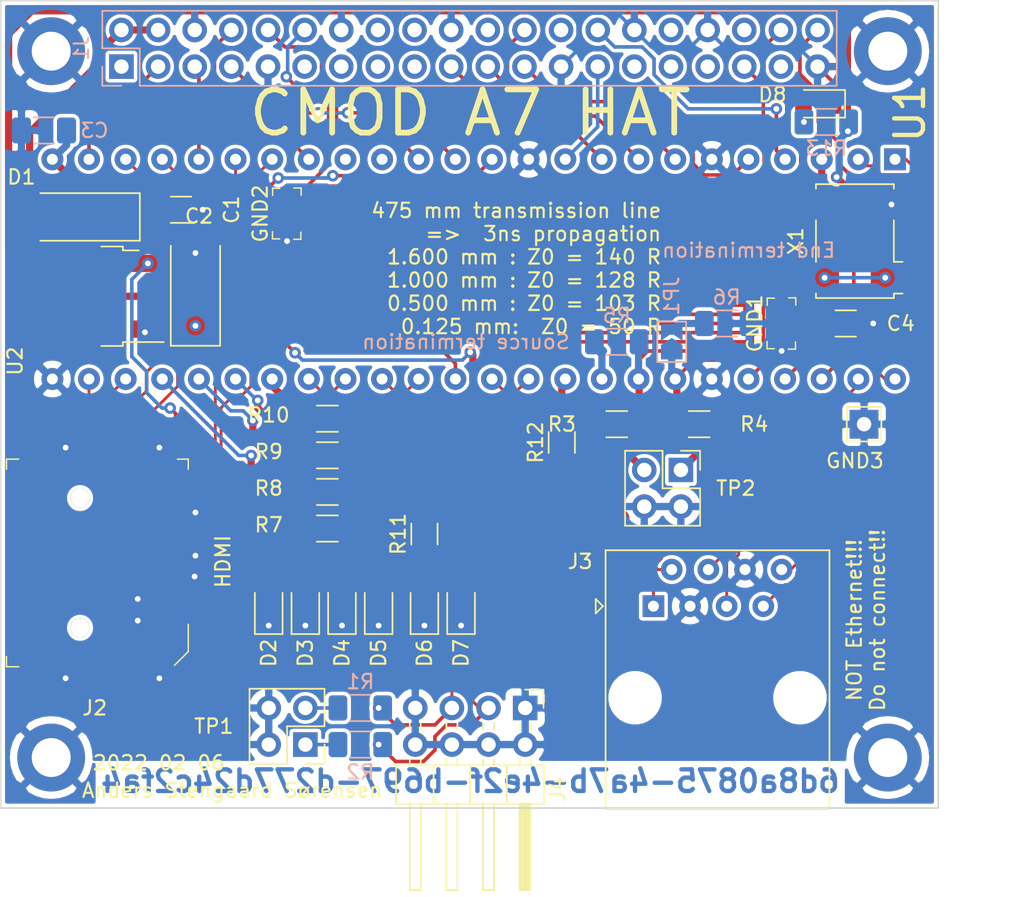
<source format=kicad_pcb>
(kicad_pcb (version 20171130) (host pcbnew 5.1.12-84ad8e8a86~92~ubuntu20.04.1)
  (layers (0 F.Cu signal) (31 B.Cu signal) (34 B.Paste user) (35 F.Paste user) (36 B.SilkS user) (37 F.SilkS user) (38 B.Mask user) (39 F.Mask user) (44 Edge.Cuts user))
  (net 0 "")
  (net 1 GND)
  (net 2 +5V)
  (net 3 +3V3)
  (net 4 "Net-(D1-Pad2)")
  (net 5 /PCM_DOUT)
  (net 6 /PCM_DIN)
  (net 7 /PCM_FS)
  (net 8 /EE_CLK)
  (net 9 /EE_DATA)
  (net 10 /CE0)
  (net 11 /SCLK)
  (net 12 /MISO)
  (net 13 /MOSI)
  (net 14 /PCM_CLK)
  (net 15 /RxD)
  (net 16 /TxD)
  (net 17 /GPCLK0)
  (net 18 /SPI_CLK)
  (net 19 /SPI_DATA)
  (net 20 /CK_N)
  (net 21 /CK_P)
  (net 22 /D2_P)
  (net 23 /D2_N)
  (net 24 /D1_P)
  (net 25 /D1_N)
  (net 26 /D0_P)
  (net 27 /D0_N)
  (net 28 /A_P)
  (net 29 /A_N)
  (net 30 /C_P)
  (net 31 /C_N)
  (net 32 /B_P)
  (net 33 /B_N)
  (net 34 "Net-(R1-Pad2)")
  (net 35 /X_N)
  (net 36 "Net-(R2-Pad2)")
  (net 37 /X_P)
  (net 38 "Net-(R3-Pad2)")
  (net 39 /TL_A)
  (net 40 "Net-(R4-Pad2)")
  (net 41 "Net-(JP1-Pad2)")
  (net 42 /TL_AR)
  (net 43 "Net-(D2-Pad2)")
  (net 44 "Net-(D3-Pad2)")
  (net 45 "Net-(D4-Pad2)")
  (net 46 "Net-(D5-Pad2)")
  (net 47 "Net-(D6-Pad2)")
  (net 48 "Net-(D7-Pad2)")
  (net 49 "Net-(D8-Pad2)")
  (net 50 CLK24)
  (net 51 /LED0)
  (net 52 /LED1)
  (net 53 /LED2)
  (net 54 /LED3)
  (net 55 /LED4)
  (net 56 /LED5)
  (module Resistor_SMD:R_1206_3216Metric_Pad1.30x1.75mm_HandSolder (layer B.Cu) (at 107.235 58.41)
    (fp_text reference R13 (at 0 1.82) (layer B.SilkS) (effects (justify mirror)))
    (fp_text value 120R)
    (pad 2 smd roundrect (at 1.55 0) (size 1.3 1.75) (layers B.Cu B.Paste B.Mask) (roundrect_rratio 0.192308) (net 3 +3V3))
    (pad 1 smd roundrect (at -1.55 0) (size 1.3 1.75) (layers B.Cu B.Paste B.Mask) (roundrect_rratio 0.192308) (net 49 "Net-(D8-Pad2)"))
  )
  (module LED_SMD:LED_0805_2012Metric_Pad1.15x1.40mm_HandSolder (layer F.Cu) (at 106.68 57.15 180)
    (fp_text reference D8 (at 3.175 0.635) (layer F.SilkS))
    (fp_text value LED)
    (pad 2 smd roundrect (at 1.025 0 180) (size 1.15 1.4) (layers F.Cu F.Paste F.Mask) (roundrect_rratio 0.217391) (net 49 "Net-(D8-Pad2)"))
    (pad 1 smd roundrect (at -1.025 0 180) (size 1.15 1.4) (layers F.Cu F.Paste F.Mask) (roundrect_rratio 0.217391) (net 1 GND))
  )
  (module Resistor_SMD:R_1206_3216Metric_Pad1.30x1.75mm_HandSolder (layer F.Cu) (at 88.9 80.645 90)
    (fp_text reference R12 (at 0 -1.82 90) (layer F.SilkS))
    (fp_text value 120R)
    (pad 2 smd roundrect (at 1.55 0 90) (size 1.3 1.75) (layers F.Cu F.Paste F.Mask) (roundrect_rratio 0.192308) (net 51 /LED0))
    (pad 1 smd roundrect (at -1.55 0 90) (size 1.3 1.75) (layers F.Cu F.Paste F.Mask) (roundrect_rratio 0.192308) (net 48 "Net-(D7-Pad2)"))
  )
  (module Resistor_SMD:R_1206_3216Metric_Pad1.30x1.75mm_HandSolder (layer F.Cu) (at 79.375 86.995 90)
    (fp_text reference R11 (at 0 -1.82 90) (layer F.SilkS))
    (fp_text value 120R)
    (pad 2 smd roundrect (at 1.55 0 90) (size 1.3 1.75) (layers F.Cu F.Paste F.Mask) (roundrect_rratio 0.192308) (net 52 /LED1))
    (pad 1 smd roundrect (at -1.55 0 90) (size 1.3 1.75) (layers F.Cu F.Paste F.Mask) (roundrect_rratio 0.192308) (net 47 "Net-(D6-Pad2)"))
  )
  (module Resistor_SMD:R_1206_3216Metric_Pad1.30x1.75mm_HandSolder (layer F.Cu) (at 72.644 78.994 180)
    (fp_text reference R10 (at 4.064 0.254) (layer F.SilkS))
    (fp_text value 120R)
    (pad 2 smd roundrect (at 1.55 0 180) (size 1.3 1.75) (layers F.Cu F.Paste F.Mask) (roundrect_rratio 0.192308) (net 53 /LED2))
    (pad 1 smd roundrect (at -1.55 0 180) (size 1.3 1.75) (layers F.Cu F.Paste F.Mask) (roundrect_rratio 0.192308) (net 46 "Net-(D5-Pad2)"))
  )
  (module Resistor_SMD:R_1206_3216Metric_Pad1.30x1.75mm_HandSolder (layer F.Cu) (at 72.644 81.534 180)
    (fp_text reference R9 (at 4.064 0.254) (layer F.SilkS))
    (fp_text value 120R)
    (pad 2 smd roundrect (at 1.55 0 180) (size 1.3 1.75) (layers F.Cu F.Paste F.Mask) (roundrect_rratio 0.192308) (net 54 /LED3))
    (pad 1 smd roundrect (at -1.55 0 180) (size 1.3 1.75) (layers F.Cu F.Paste F.Mask) (roundrect_rratio 0.192308) (net 45 "Net-(D4-Pad2)"))
  )
  (module Resistor_SMD:R_1206_3216Metric_Pad1.30x1.75mm_HandSolder (layer F.Cu) (at 72.644 84.074 180)
    (fp_text reference R8 (at 4.064 0.254) (layer F.SilkS))
    (fp_text value 120R)
    (pad 2 smd roundrect (at 1.55 0 180) (size 1.3 1.75) (layers F.Cu F.Paste F.Mask) (roundrect_rratio 0.192308) (net 55 /LED4))
    (pad 1 smd roundrect (at -1.55 0 180) (size 1.3 1.75) (layers F.Cu F.Paste F.Mask) (roundrect_rratio 0.192308) (net 44 "Net-(D3-Pad2)"))
  )
  (module Resistor_SMD:R_1206_3216Metric_Pad1.30x1.75mm_HandSolder (layer F.Cu) (at 72.644 86.614 180)
    (fp_text reference R7 (at 4.064 0.254) (layer F.SilkS))
    (fp_text value 120R)
    (pad 2 smd roundrect (at 1.55 0 180) (size 1.3 1.75) (layers F.Cu F.Paste F.Mask) (roundrect_rratio 0.192308) (net 56 /LED5))
    (pad 1 smd roundrect (at -1.55 0 180) (size 1.3 1.75) (layers F.Cu F.Paste F.Mask) (roundrect_rratio 0.192308) (net 43 "Net-(D2-Pad2)"))
  )
  (module LED_SMD:LED_0805_2012Metric_Pad1.15x1.40mm_HandSolder (layer F.Cu) (at 81.915 92.075 90)
    (fp_text reference D7 (at -3.175 0 90) (layer F.SilkS))
    (fp_text value LED)
    (pad 2 smd roundrect (at 1.025 0 90) (size 1.15 1.4) (layers F.Cu F.Paste F.Mask) (roundrect_rratio 0.217391) (net 48 "Net-(D7-Pad2)"))
    (pad 1 smd roundrect (at -1.025 0 90) (size 1.15 1.4) (layers F.Cu F.Paste F.Mask) (roundrect_rratio 0.217391) (net 1 GND))
  )
  (module LED_SMD:LED_0805_2012Metric_Pad1.15x1.40mm_HandSolder (layer F.Cu) (at 79.375 92.075 90)
    (fp_text reference D6 (at -3.175 0 90) (layer F.SilkS))
    (fp_text value LED)
    (pad 2 smd roundrect (at 1.025 0 90) (size 1.15 1.4) (layers F.Cu F.Paste F.Mask) (roundrect_rratio 0.217391) (net 47 "Net-(D6-Pad2)"))
    (pad 1 smd roundrect (at -1.025 0 90) (size 1.15 1.4) (layers F.Cu F.Paste F.Mask) (roundrect_rratio 0.217391) (net 1 GND))
  )
  (module LED_SMD:LED_0805_2012Metric_Pad1.15x1.40mm_HandSolder (layer F.Cu) (at 76.2 92.075 90)
    (fp_text reference D5 (at -3.175 0 90) (layer F.SilkS))
    (fp_text value LED)
    (pad 2 smd roundrect (at 1.025 0 90) (size 1.15 1.4) (layers F.Cu F.Paste F.Mask) (roundrect_rratio 0.217391) (net 46 "Net-(D5-Pad2)"))
    (pad 1 smd roundrect (at -1.025 0 90) (size 1.15 1.4) (layers F.Cu F.Paste F.Mask) (roundrect_rratio 0.217391) (net 1 GND))
  )
  (module LED_SMD:LED_0805_2012Metric_Pad1.15x1.40mm_HandSolder (layer F.Cu) (at 73.66 92.075 90)
    (fp_text reference D4 (at -3.175 0 90) (layer F.SilkS))
    (fp_text value LED)
    (pad 2 smd roundrect (at 1.025 0 90) (size 1.15 1.4) (layers F.Cu F.Paste F.Mask) (roundrect_rratio 0.217391) (net 45 "Net-(D4-Pad2)"))
    (pad 1 smd roundrect (at -1.025 0 90) (size 1.15 1.4) (layers F.Cu F.Paste F.Mask) (roundrect_rratio 0.217391) (net 1 GND))
  )
  (module LED_SMD:LED_0805_2012Metric_Pad1.15x1.40mm_HandSolder (layer F.Cu) (at 71.12 92.075 90)
    (fp_text reference D3 (at -3.175 0 90) (layer F.SilkS))
    (fp_text value LED)
    (pad 2 smd roundrect (at 1.025 0 90) (size 1.15 1.4) (layers F.Cu F.Paste F.Mask) (roundrect_rratio 0.217391) (net 44 "Net-(D3-Pad2)"))
    (pad 1 smd roundrect (at -1.025 0 90) (size 1.15 1.4) (layers F.Cu F.Paste F.Mask) (roundrect_rratio 0.217391) (net 1 GND))
  )
  (module LED_SMD:LED_0805_2012Metric_Pad1.15x1.40mm_HandSolder (layer F.Cu) (at 68.58 92.075 90)
    (fp_text reference D2 (at -3.175 0 90) (layer F.SilkS))
    (fp_text value LED)
    (pad 2 smd roundrect (at 1.025 0 90) (size 1.15 1.4) (layers F.Cu F.Paste F.Mask) (roundrect_rratio 0.217391) (net 43 "Net-(D2-Pad2)"))
    (pad 1 smd roundrect (at -1.025 0 90) (size 1.15 1.4) (layers F.Cu F.Paste F.Mask) (roundrect_rratio 0.217391) (net 1 GND))
  )
  (module Resistor_SMD:R_1206_3216Metric_Pad1.30x1.75mm_HandSolder (layer B.Cu) (at 100.33 72.39 180)
    (fp_text reference R6 (at 0 1.82) (layer B.SilkS) (effects (justify mirror)))
    (fp_text value 120R)
    (pad 2 smd roundrect (at 1.55 0 180) (size 1.3 1.75) (layers B.Cu B.Paste B.Mask) (roundrect_rratio 0.192308) (net 41 "Net-(JP1-Pad2)"))
    (pad 1 smd roundrect (at -1.55 0 180) (size 1.3 1.75) (layers B.Cu B.Paste B.Mask) (roundrect_rratio 0.192308) (net 1 GND))
  )
  (module Resistor_SMD:R_1206_3216Metric_Pad1.30x1.75mm_HandSolder (layer B.Cu) (at 92.71 73.66 180)
    (fp_text reference R5 (at 0 1.82) (layer B.SilkS) (effects (justify mirror)))
    (fp_text value 100R)
    (pad 2 smd roundrect (at 1.55 0 180) (size 1.3 1.75) (layers B.Cu B.Paste B.Mask) (roundrect_rratio 0.192308) (net 42 /TL_AR))
    (pad 1 smd roundrect (at -1.55 0 180) (size 1.3 1.75) (layers B.Cu B.Paste B.Mask) (roundrect_rratio 0.192308) (net 39 /TL_A))
  )
  (module Jumper:SolderJumper-2_P1.3mm_Open_TrianglePad1.0x1.5mm (layer B.Cu) (at 96.52 73.66 90)
    (fp_text reference JP1 (at 3.175 0 90) (layer B.SilkS) (effects (justify mirror)))
    (fp_text value Jumper_NO_Small)
    (pad 1 smd custom (at -0.725 0 90) (size 0.3 0.3) (layers B.Cu B.Mask) (net 39 /TL_A) (options (clearance outline) (anchor rect)) (primitives (gr_poly (pts (xy -0.5 0.75) (xy 0.5 0.75) (xy 1 0) (xy 0.5 -0.75) (xy -0.5 -0.75)) (width 0))))
    (pad 2 smd custom (at 0.725 0 90) (size 0.3 0.3) (layers B.Cu B.Mask) (net 41 "Net-(JP1-Pad2)") (options (clearance outline) (anchor rect)) (primitives (gr_poly (pts (xy -0.65 0.75) (xy 0.5 0.75) (xy 0.5 -0.75) (xy -0.65 -0.75) (xy -0.15 0)) (width 0))))
  )
  (module TestPoint:TestPoint_THTPad_2.0x2.0mm_Drill1.0mm (layer F.Cu) (at 109.855 79.375)
    (fp_text reference GND3 (at -0.635 2.54) (layer F.SilkS))
    (fp_text value TestPoint)
    (pad 1 thru_hole rect (at 0 0) (size 2 2) (drill 1) (layers *.Cu *.Mask) (net 1 GND))
  )
  (module Digikey:PROBE_PAD_1206 (layer F.Cu) (at 69.85 64.77 90)
    (fp_text reference GND2 (at 0 -1.86 90) (layer F.SilkS))
    (fp_text value TestPoint_Flag)
    (pad 1 smd rect (at 0 0 90) (size 3.4 1.8) (layers F.Cu F.Paste F.Mask) (net 1 GND))
  )
  (module Digikey:PROBE_PAD_1206 (layer F.Cu) (at 104.14 72.39 90)
    (fp_text reference GND1 (at 0 -1.86 90) (layer F.SilkS))
    (fp_text value TestPoint_Flag)
    (pad 1 smd rect (at 0 0 90) (size 3.4 1.8) (layers F.Cu F.Paste F.Mask) (net 1 GND))
  )
  (module Oscillator:Oscillator_SMD_IQD_IQXO70-4Pin_7.5x5.0mm (layer F.Cu) (at 109.22 66.675 90)
    (fp_text reference X1 (at 0 -4.1 90) (layer F.SilkS))
    (fp_text value 24MHz)
    (pad 4 smd rect (at -2.54 -2.1 90) (size 1.8 2) (layers F.Cu F.Paste F.Mask) (net 3 +3V3))
    (pad 3 smd rect (at 2.54 -2.1 90) (size 1.8 2) (layers F.Cu F.Paste F.Mask) (net 50 CLK24))
    (pad 2 smd rect (at 2.54 2.1 90) (size 1.8 2) (layers F.Cu F.Paste F.Mask) (net 1 GND))
    (pad 1 smd rect (at -2.54 2.1 90) (size 1.8 2) (layers F.Cu F.Paste F.Mask) (net 3 +3V3))
  )
  (module Capacitor_SMD:C_1206_3216Metric_Pad1.33x1.80mm_HandSolder (layer F.Cu) (at 108.585 72.39)
    (fp_text reference C4 (at 3.81 0) (layer F.SilkS))
    (fp_text value 100nF)
    (pad 2 smd roundrect (at 1.5625 0) (size 1.325 1.8) (layers F.Cu F.Paste F.Mask) (roundrect_rratio 0.188679) (net 1 GND))
    (pad 1 smd roundrect (at -1.5625 0) (size 1.325 1.8) (layers F.Cu F.Paste F.Mask) (roundrect_rratio 0.188679) (net 3 +3V3))
  )
  (module Connector_PinHeader_2.54mm:PinHeader_2x02_P2.54mm_Vertical (layer F.Cu) (at 97.155 82.55 270)
    (fp_text reference TP2 (at 1.27 -3.81 180) (layer F.SilkS))
    (fp_text value Conn_02x02_Odd_Even)
    (pad 4 thru_hole oval (at 2.54 2.54 270) (size 1.7 1.7) (drill 1) (layers *.Cu *.Mask) (net 1 GND))
    (pad 3 thru_hole oval (at 0 2.54 270) (size 1.7 1.7) (drill 1) (layers *.Cu *.Mask) (net 38 "Net-(R3-Pad2)"))
    (pad 2 thru_hole oval (at 2.54 0 270) (size 1.7 1.7) (drill 1) (layers *.Cu *.Mask) (net 1 GND))
    (pad 1 thru_hole rect (at 0 0 270) (size 1.7 1.7) (drill 1) (layers *.Cu *.Mask) (net 40 "Net-(R4-Pad2)"))
  )
  (module Resistor_SMD:R_1206_3216Metric_Pad1.30x1.75mm_HandSolder (layer F.Cu) (at 98.425 79.375)
    (fp_text reference R4 (at 3.81 0) (layer F.SilkS))
    (fp_text value 1950R)
    (pad 2 smd roundrect (at 1.55 0) (size 1.3 1.75) (layers F.Cu F.Paste F.Mask) (roundrect_rratio 0.192308) (net 40 "Net-(R4-Pad2)"))
    (pad 1 smd roundrect (at -1.55 0) (size 1.3 1.75) (layers F.Cu F.Paste F.Mask) (roundrect_rratio 0.192308) (net 39 /TL_A))
  )
  (module Resistor_SMD:R_1206_3216Metric_Pad1.30x1.75mm_HandSolder (layer F.Cu) (at 92.71 79.375 180)
    (fp_text reference R3 (at 3.81 0) (layer F.SilkS))
    (fp_text value 1950R)
    (pad 2 smd roundrect (at 1.55 0 180) (size 1.3 1.75) (layers F.Cu F.Paste F.Mask) (roundrect_rratio 0.192308) (net 38 "Net-(R3-Pad2)"))
    (pad 1 smd roundrect (at -1.55 0 180) (size 1.3 1.75) (layers F.Cu F.Paste F.Mask) (roundrect_rratio 0.192308) (net 39 /TL_A))
  )
  (module Connector_PinHeader_2.54mm:PinHeader_2x02_P2.54mm_Vertical (layer F.Cu) (at 71.12 101.6 180)
    (fp_text reference TP1 (at 6.35 1.27) (layer F.SilkS))
    (fp_text value Conn_02x02_Odd_Even)
    (pad 4 thru_hole oval (at 2.54 2.54 180) (size 1.7 1.7) (drill 1) (layers *.Cu *.Mask) (net 1 GND))
    (pad 3 thru_hole oval (at 0 2.54 180) (size 1.7 1.7) (drill 1) (layers *.Cu *.Mask) (net 34 "Net-(R1-Pad2)"))
    (pad 2 thru_hole oval (at 2.54 0 180) (size 1.7 1.7) (drill 1) (layers *.Cu *.Mask) (net 1 GND))
    (pad 1 thru_hole rect (at 0 0 180) (size 1.7 1.7) (drill 1) (layers *.Cu *.Mask) (net 36 "Net-(R2-Pad2)"))
  )
  (module Connector_PinHeader_2.54mm:PinHeader_2x04_P2.54mm_Horizontal (layer F.Cu) (at 86.36 99.06 270)
    (fp_text reference J4 (at 5.655 -2.27 90) (layer F.SilkS))
    (fp_text value Conn_02x04_Odd_Even)
    (pad 8 thru_hole oval (at 2.54 7.62 270) (size 1.7 1.7) (drill 1) (layers *.Cu *.Mask) (net 1 GND))
    (pad 7 thru_hole oval (at 0 7.62 270) (size 1.7 1.7) (drill 1) (layers *.Cu *.Mask) (net 1 GND))
    (pad 6 thru_hole oval (at 2.54 5.08 270) (size 1.7 1.7) (drill 1) (layers *.Cu *.Mask) (net 1 GND))
    (pad 5 thru_hole oval (at 0 5.08 270) (size 1.7 1.7) (drill 1) (layers *.Cu *.Mask) (net 35 /X_N))
    (pad 4 thru_hole oval (at 2.54 2.54 270) (size 1.7 1.7) (drill 1) (layers *.Cu *.Mask) (net 1 GND))
    (pad 3 thru_hole oval (at 0 2.54 270) (size 1.7 1.7) (drill 1) (layers *.Cu *.Mask) (net 37 /X_P))
    (pad 2 thru_hole oval (at 2.54 0 270) (size 1.7 1.7) (drill 1) (layers *.Cu *.Mask) (net 1 GND))
    (pad 1 thru_hole rect (at 0 0 270) (size 1.7 1.7) (drill 1) (layers *.Cu *.Mask) (net 1 GND))
  )
  (module Resistor_SMD:R_1206_3216Metric_Pad1.30x1.75mm_HandSolder (layer B.Cu) (at 74.93 101.6 180)
    (fp_text reference R2 (at 0 -1.905) (layer B.SilkS) (effects (justify mirror)))
    (fp_text value 1950R)
    (pad 2 smd roundrect (at 1.55 0 180) (size 1.3 1.75) (layers B.Cu B.Paste B.Mask) (roundrect_rratio 0.192308) (net 36 "Net-(R2-Pad2)"))
    (pad 1 smd roundrect (at -1.55 0 180) (size 1.3 1.75) (layers B.Cu B.Paste B.Mask) (roundrect_rratio 0.192308) (net 37 /X_P))
  )
  (module Resistor_SMD:R_1206_3216Metric_Pad1.30x1.75mm_HandSolder (layer B.Cu) (at 74.93 99.06 180)
    (fp_text reference R1 (at 0 1.82) (layer B.SilkS) (effects (justify mirror)))
    (fp_text value 1950R)
    (pad 2 smd roundrect (at 1.55 0 180) (size 1.3 1.75) (layers B.Cu B.Paste B.Mask) (roundrect_rratio 0.192308) (net 34 "Net-(R1-Pad2)"))
    (pad 1 smd roundrect (at -1.55 0 180) (size 1.3 1.75) (layers B.Cu B.Paste B.Mask) (roundrect_rratio 0.192308) (net 35 /X_N))
  )
  (module ass_misc:CMOD_A7 (layer F.Cu) (at 81.52 68.62 180)
    (fp_text reference U1 (at -31.51 10.835 90) (layer F.SilkS) (effects (font (size 2 2) (thickness 0.3))))
    (fp_text value CMOD_A7)
    (pad 48 thru_hole circle (at -30.48 -7.62 180) (size 1.524 1.524) (drill 0.762) (layers *.Cu *.Mask) (net 33 /B_N))
    (pad 47 thru_hole circle (at -27.94 -7.62 180) (size 1.524 1.524) (drill 0.762) (layers *.Cu *.Mask) (net 32 /B_P))
    (pad 46 thru_hole circle (at -25.4 -7.62 180) (size 1.524 1.524) (drill 0.762) (layers *.Cu *.Mask) (net 5 /PCM_DOUT))
    (pad 45 thru_hole circle (at -22.86 -7.62 180) (size 1.524 1.524) (drill 0.762) (layers *.Cu *.Mask) (net 6 /PCM_DIN))
    (pad 44 thru_hole circle (at -20.32 -7.62 180) (size 1.524 1.524) (drill 0.762) (layers *.Cu *.Mask) (net 7 /PCM_FS))
    (pad 43 thru_hole circle (at -17.78 -7.62 180) (size 1.524 1.524) (drill 0.762) (layers *.Cu *.Mask) (net 1 GND))
    (pad 42 thru_hole circle (at -15.24 -7.62 180) (size 1.524 1.524) (drill 0.762) (layers *.Cu *.Mask) (net 39 /TL_A))
    (pad 41 thru_hole circle (at -12.7 -7.62 180) (size 1.524 1.524) (drill 0.762) (layers *.Cu *.Mask) (net 39 /TL_A))
    (pad 40 thru_hole circle (at -10.16 -7.62 180) (size 1.524 1.524) (drill 0.762) (layers *.Cu *.Mask) (net 42 /TL_AR))
    (pad 39 thru_hole circle (at -7.62 -7.62 180) (size 1.524 1.524) (drill 0.762) (layers *.Cu *.Mask) (net 51 /LED0))
    (pad 38 thru_hole circle (at -5.08 -7.62 180) (size 1.524 1.524) (drill 0.762) (layers *.Cu *.Mask) (net 28 /A_P))
    (pad 37 thru_hole circle (at -2.54 -7.62 180) (size 1.524 1.524) (drill 0.762) (layers *.Cu *.Mask) (net 29 /A_N))
    (pad 36 thru_hole circle (at 0 -7.62 180) (size 1.524 1.524) (drill 0.762) (layers *.Cu *.Mask) (net 14 /PCM_CLK))
    (pad 35 thru_hole circle (at 2.54 -7.62 180) (size 1.524 1.524) (drill 0.762) (layers *.Cu *.Mask) (net 37 /X_P))
    (pad 34 thru_hole circle (at 5.08 -7.62 180) (size 1.524 1.524) (drill 0.762) (layers *.Cu *.Mask) (net 35 /X_N))
    (pad 33 thru_hole circle (at 7.62 -7.62 180) (size 1.524 1.524) (drill 0.762) (layers *.Cu *.Mask) (net 22 /D2_P))
    (pad 32 thru_hole circle (at 10.16 -7.62 180) (size 1.524 1.524) (drill 0.762) (layers *.Cu *.Mask) (net 23 /D2_N))
    (pad 31 thru_hole circle (at 12.7 -7.62 180) (size 1.524 1.524) (drill 0.762) (layers *.Cu *.Mask) (net 53 /LED2))
    (pad 30 thru_hole circle (at 15.24 -7.62 180) (size 1.524 1.524) (drill 0.762) (layers *.Cu *.Mask) (net 54 /LED3))
    (pad 29 thru_hole circle (at 17.78 -7.62 180) (size 1.524 1.524) (drill 0.762) (layers *.Cu *.Mask) (net 55 /LED4))
    (pad 28 thru_hole circle (at 20.32 -7.62 180) (size 1.524 1.524) (drill 0.762) (layers *.Cu *.Mask) (net 56 /LED5))
    (pad 27 thru_hole circle (at 22.86 -7.62 180) (size 1.524 1.524) (drill 0.762) (layers *.Cu *.Mask) (net 27 /D0_N))
    (pad 26 thru_hole circle (at 25.4 -7.62 180) (size 1.524 1.524) (drill 0.762) (layers *.Cu *.Mask) (net 26 /D0_P))
    (pad 25 thru_hole circle (at 27.94 -7.62 180) (size 1.524 1.524) (drill 0.762) (layers *.Cu *.Mask) (net 1 GND))
    (pad 24 thru_hole circle (at 27.94 7.62 180) (size 1.524 1.524) (drill 0.762) (layers *.Cu *.Mask) (net 2 +5V))
    (pad 23 thru_hole circle (at 25.4 7.62 180) (size 1.524 1.524) (drill 0.762) (layers *.Cu *.Mask) (net 19 /SPI_DATA))
    (pad 22 thru_hole circle (at 22.86 7.62 180) (size 1.524 1.524) (drill 0.762) (layers *.Cu *.Mask) (net 21 /CK_P))
    (pad 21 thru_hole circle (at 20.32 7.62 180) (size 1.524 1.524) (drill 0.762) (layers *.Cu *.Mask) (net 20 /CK_N))
    (pad 20 thru_hole circle (at 17.78 7.62 180) (size 1.524 1.524) (drill 0.762) (layers *.Cu *.Mask) (net 18 /SPI_CLK))
    (pad 19 thru_hole circle (at 15.24 7.62 180) (size 1.524 1.524) (drill 0.762) (layers *.Cu *.Mask) (net 25 /D1_N))
    (pad 18 thru_hole circle (at 12.7 7.62 180) (size 1.524 1.524) (drill 0.762) (layers *.Cu *.Mask) (net 24 /D1_P))
    (pad 17 thru_hole circle (at 10.16 7.62 180) (size 1.524 1.524) (drill 0.762) (layers *.Cu *.Mask) (net 16 /TxD))
    (pad 16 thru_hole circle (at 7.62 7.62 180) (size 1.524 1.524) (drill 0.762) (layers *.Cu *.Mask))
    (pad 15 thru_hole circle (at 5.08 7.62 180) (size 1.524 1.524) (drill 0.762) (layers *.Cu *.Mask))
    (pad 14 thru_hole circle (at 2.54 7.62 180) (size 1.524 1.524) (drill 0.762) (layers *.Cu *.Mask) (net 15 /RxD))
    (pad 13 thru_hole circle (at 0 7.62 180) (size 1.524 1.524) (drill 0.762) (layers *.Cu *.Mask) (net 17 /GPCLK0))
    (pad 12 thru_hole circle (at -2.54 7.62 180) (size 1.524 1.524) (drill 0.762) (layers *.Cu *.Mask) (net 52 /LED1))
    (pad 11 thru_hole circle (at -5.08 7.62 180) (size 1.524 1.524) (drill 0.762) (layers *.Cu *.Mask) (net 1 GND))
    (pad 10 thru_hole circle (at -7.62 7.62 180) (size 1.524 1.524) (drill 0.762) (layers *.Cu *.Mask) (net 9 /EE_DATA))
    (pad 9 thru_hole circle (at -10.16 7.62 180) (size 1.524 1.524) (drill 0.762) (layers *.Cu *.Mask) (net 13 /MOSI))
    (pad 8 thru_hole circle (at -12.7 7.62 180) (size 1.524 1.524) (drill 0.762) (layers *.Cu *.Mask) (net 12 /MISO))
    (pad 7 thru_hole circle (at -15.24 7.62 180) (size 1.524 1.524) (drill 0.762) (layers *.Cu *.Mask) (net 10 /CE0))
    (pad 6 thru_hole circle (at -17.78 7.62 180) (size 1.524 1.524) (drill 0.762) (layers *.Cu *.Mask) (net 1 GND))
    (pad 5 thru_hole circle (at -20.32 7.62 180) (size 1.524 1.524) (drill 0.762) (layers *.Cu *.Mask) (net 11 /SCLK))
    (pad 4 thru_hole circle (at -22.86 7.62 180) (size 1.524 1.524) (drill 0.762) (layers *.Cu *.Mask) (net 8 /EE_CLK))
    (pad 3 thru_hole circle (at -25.4 7.62 180) (size 1.524 1.524) (drill 0.762) (layers *.Cu *.Mask) (net 50 CLK24))
    (pad 2 thru_hole circle (at -27.94 7.62 180) (size 1.524 1.524) (drill 0.762) (layers *.Cu *.Mask) (net 30 /C_P))
    (pad 1 thru_hole rect (at -30.48 7.62 180) (size 1.524 1.524) (drill 0.762) (layers *.Cu *.Mask) (net 31 /C_N))
  )
  (module Capacitor_SMD:C_1206_3216Metric_Pad1.33x1.80mm_HandSolder (layer F.Cu) (at 62.5 64.5)
    (fp_text reference C1 (at 3.5 0 90) (layer F.SilkS))
    (fp_text value 10uF)
    (pad 2 smd roundrect (at 1.5625 0) (size 1.325 1.8) (layers F.Cu F.Paste F.Mask) (roundrect_rratio 0.188679) (net 1 GND))
    (pad 1 smd roundrect (at -1.5625 0) (size 1.325 1.8) (layers F.Cu F.Paste F.Mask) (roundrect_rratio 0.188679) (net 2 +5V))
  )
  (module Connector_RJ:RJ45_Amphenol_54602-x08_Horizontal (layer F.Cu) (at 95.25 92)
    (fp_text reference J3 (at -5.08 -3.1) (layer F.SilkS))
    (fp_text value RJ45)
    (pad 8 thru_hole circle (at 8.89 -2.54) (size 1.5 1.5) (drill 0.76) (layers *.Cu *.Mask) (net 30 /C_P))
    (pad 7 thru_hole circle (at 7.62 0) (size 1.5 1.5) (drill 0.76) (layers *.Cu *.Mask) (net 31 /C_N))
    (pad 6 thru_hole circle (at 6.35 -2.54) (size 1.5 1.5) (drill 0.76) (layers *.Cu *.Mask) (net 1 GND))
    (pad 5 thru_hole circle (at 5.08 0) (size 1.5 1.5) (drill 0.76) (layers *.Cu *.Mask) (net 32 /B_P))
    (pad 4 thru_hole circle (at 3.81 -2.54) (size 1.5 1.5) (drill 0.76) (layers *.Cu *.Mask) (net 33 /B_N))
    (pad 3 thru_hole circle (at 2.54 0) (size 1.5 1.5) (drill 0.76) (layers *.Cu *.Mask) (net 1 GND))
    (pad 2 thru_hole circle (at 1.27 -2.54) (size 1.5 1.5) (drill 0.76) (layers *.Cu *.Mask) (net 28 /A_P))
    (pad 1 thru_hole rect (at 0 0) (size 1.5 1.5) (drill 0.76) (layers *.Cu *.Mask) (net 29 /A_N))
    (pad "" np_thru_hole circle (at -1.27 6.35) (size 3.2 3.2) (drill 3.2) (layers *.Cu *.Mask))
    (pad "" np_thru_hole circle (at 10.16 6.35) (size 3.2 3.2) (drill 3.2) (layers *.Cu *.Mask))
  )
  (module Digikey:HDMI_A_Female_2000-1-2-41-00-BK (layer F.Cu) (at 57 89 90)
    (fp_text reference J2 (at -10.06 -0.485 180) (layer F.SilkS))
    (fp_text value HDMI_A)
    (pad "" thru_hole circle (at 4.5 -1.5 90) (size 1.3 1.3) (drill 1.3) (layers *.Cu))
    (pad "" thru_hole circle (at -4.5 -1.5 90) (size 1.3 1.3) (drill 1.3) (layers *.Cu))
    (pad SH smd rect (at -8.05 -2.26 90) (size 1.3 1.4) (layers F.Cu F.Paste F.Mask) (net 1 GND))
    (pad SH smd rect (at 8.05 -2.26 90) (size 1.3 1.4) (layers F.Cu F.Paste F.Mask) (net 1 GND))
    (pad SH smd rect (at 8.05 3.7 90) (size 1.3 2.2) (layers F.Cu F.Paste F.Mask) (net 1 GND))
    (pad SH smd rect (at -8.05 3.7 90) (size 1.3 2.2) (layers F.Cu F.Paste F.Mask) (net 1 GND))
    (pad 19 smd rect (at 4.5 4.46 90) (size 0.28 2.6) (layers F.Cu F.Paste F.Mask))
    (pad 18 smd rect (at 4 4.46 90) (size 0.28 2.6) (layers F.Cu F.Paste F.Mask) (net 2 +5V))
    (pad 17 smd rect (at 3.5 4.46 90) (size 0.28 2.6) (layers F.Cu F.Paste F.Mask) (net 1 GND))
    (pad 16 smd rect (at 3 4.46 90) (size 0.28 2.6) (layers F.Cu F.Paste F.Mask))
    (pad 15 smd rect (at 2.5 4.46 90) (size 0.28 2.6) (layers F.Cu F.Paste F.Mask))
    (pad 14 smd rect (at 2 4.46 90) (size 0.28 2.6) (layers F.Cu F.Paste F.Mask))
    (pad 13 smd rect (at 1.5 4.46 90) (size 0.28 2.6) (layers F.Cu F.Paste F.Mask))
    (pad 12 smd rect (at 1 4.46 90) (size 0.28 2.6) (layers F.Cu F.Paste F.Mask) (net 20 /CK_N))
    (pad 11 smd rect (at 0.5 4.46 90) (size 0.28 2.6) (layers F.Cu F.Paste F.Mask) (net 1 GND))
    (pad 1 smd rect (at -4.5 4.46 90) (size 0.28 2.6) (layers F.Cu F.Paste F.Mask) (net 22 /D2_P))
    (pad 2 smd rect (at -4 4.46 90) (size 0.28 2.6) (layers F.Cu F.Paste F.Mask) (net 1 GND))
    (pad 3 smd rect (at -3.5 4.46 90) (size 0.28 2.6) (layers F.Cu F.Paste F.Mask) (net 23 /D2_N))
    (pad 4 smd rect (at -3 4.46 90) (size 0.28 2.6) (layers F.Cu F.Paste F.Mask) (net 24 /D1_P))
    (pad 5 smd rect (at -2.5 4.46 90) (size 0.28 2.6) (layers F.Cu F.Paste F.Mask) (net 1 GND))
    (pad 6 smd rect (at -2 4.46 90) (size 0.28 2.6) (layers F.Cu F.Paste F.Mask) (net 25 /D1_N))
    (pad 7 smd rect (at -1.5 4.46 90) (size 0.28 2.6) (layers F.Cu F.Paste F.Mask) (net 26 /D0_P))
    (pad 8 smd rect (at -1 4.46 90) (size 0.28 2.6) (layers F.Cu F.Paste F.Mask) (net 1 GND))
    (pad 9 smd rect (at -0.5 4.46 90) (size 0.28 2.6) (layers F.Cu F.Paste F.Mask) (net 27 /D0_N))
    (pad 10 smd rect (at 0 4.46 90) (size 0.28 2.6) (layers F.Cu F.Paste F.Mask) (net 21 /CK_P))
  )
  (module Capacitor_SMD:C_1206_3216Metric_Pad1.33x1.80mm_HandSolder (layer B.Cu) (at 53 59 180)
    (fp_text reference C3 (at -3.5 0) (layer B.SilkS) (effects (justify mirror)))
    (fp_text value 100nF)
    (pad 2 smd roundrect (at 1.5625 0 180) (size 1.325 1.8) (layers B.Cu B.Paste B.Mask) (roundrect_rratio 0.188679) (net 1 GND))
    (pad 1 smd roundrect (at -1.5625 0 180) (size 1.325 1.8) (layers B.Cu B.Paste B.Mask) (roundrect_rratio 0.188679) (net 2 +5V))
  )
  (module Package_TO_SOT_SMD:TO-252-2 (layer F.Cu) (at 56 70.5 180)
    (fp_text reference U2 (at 5 -4.5 90) (layer F.SilkS))
    (fp_text value LM1117-3.3)
    (pad 2 smd rect (at 2.1 0 180) (size 6.4 5.8) (layers F.Cu F.Mask) (net 3 +3V3))
    (pad 3 smd rect (at -4.2 2.28 180) (size 2.2 1.2) (layers F.Cu F.Paste F.Mask) (net 2 +5V))
    (pad 1 smd rect (at -4.2 -2.28 180) (size 2.2 1.2) (layers F.Cu F.Paste F.Mask) (net 1 GND))
  )
  (module Diode_SMD:D_SMA_Handsoldering (layer F.Cu) (at 55.245 65 180)
    (fp_text reference D1 (at 3.81 2.77) (layer F.SilkS))
    (fp_text value B260A-13-F)
    (pad 2 smd rect (at 2.5 0 180) (size 3.5 1.8) (layers F.Cu F.Paste F.Mask) (net 4 "Net-(D1-Pad2)"))
    (pad 1 smd rect (at -2.5 0 180) (size 3.5 1.8) (layers F.Cu F.Paste F.Mask) (net 2 +5V))
  )
  (module Capacitor_Tantalum_SMD:CP_EIA-6032-20_AVX-F_Pad2.25x2.35mm_HandSolder (layer F.Cu) (at 63.5 70 90)
    (fp_text reference C2 (at 5.06 0.25) (layer F.SilkS))
    (fp_text value 100uF)
    (pad 2 smd roundrect (at 2.55 0 90) (size 2.25 2.35) (layers F.Cu F.Paste F.Mask) (roundrect_rratio 0.111111) (net 1 GND))
    (pad 1 smd roundrect (at -2.55 0 90) (size 2.25 2.35) (layers F.Cu F.Paste F.Mask) (roundrect_rratio 0.111111) (net 3 +3V3))
  )
  (module Connector_PinSocket_2.54mm:PinSocket_2x20_P2.54mm_Vertical (layer B.Cu) (at 58.37 54.57 270)
    (fp_text reference J1 (at -1.27 2.77 90) (layer B.SilkS) (effects (justify mirror)))
    (fp_text value Conn_02x20_Odd_Even)
    (pad 40 thru_hole oval (at -2.54 -48.26 270) (size 1.7 1.7) (drill 1) (layers *.Cu *.Mask) (net 5 /PCM_DOUT))
    (pad 39 thru_hole oval (at 0 -48.26 270) (size 1.7 1.7) (drill 1) (layers *.Cu *.Mask) (net 1 GND))
    (pad 38 thru_hole oval (at -2.54 -45.72 270) (size 1.7 1.7) (drill 1) (layers *.Cu *.Mask) (net 6 /PCM_DIN))
    (pad 37 thru_hole oval (at 0 -45.72 270) (size 1.7 1.7) (drill 1) (layers *.Cu *.Mask))
    (pad 36 thru_hole oval (at -2.54 -43.18 270) (size 1.7 1.7) (drill 1) (layers *.Cu *.Mask))
    (pad 35 thru_hole oval (at 0 -43.18 270) (size 1.7 1.7) (drill 1) (layers *.Cu *.Mask) (net 7 /PCM_FS))
    (pad 34 thru_hole oval (at -2.54 -40.64 270) (size 1.7 1.7) (drill 1) (layers *.Cu *.Mask) (net 1 GND))
    (pad 33 thru_hole oval (at 0 -40.64 270) (size 1.7 1.7) (drill 1) (layers *.Cu *.Mask))
    (pad 32 thru_hole oval (at -2.54 -38.1 270) (size 1.7 1.7) (drill 1) (layers *.Cu *.Mask))
    (pad 31 thru_hole oval (at 0 -38.1 270) (size 1.7 1.7) (drill 1) (layers *.Cu *.Mask))
    (pad 30 thru_hole oval (at -2.54 -35.56 270) (size 1.7 1.7) (drill 1) (layers *.Cu *.Mask) (net 1 GND))
    (pad 29 thru_hole oval (at 0 -35.56 270) (size 1.7 1.7) (drill 1) (layers *.Cu *.Mask))
    (pad 28 thru_hole oval (at -2.54 -33.02 270) (size 1.7 1.7) (drill 1) (layers *.Cu *.Mask) (net 8 /EE_CLK))
    (pad 27 thru_hole oval (at 0 -33.02 270) (size 1.7 1.7) (drill 1) (layers *.Cu *.Mask) (net 9 /EE_DATA))
    (pad 26 thru_hole oval (at -2.54 -30.48 270) (size 1.7 1.7) (drill 1) (layers *.Cu *.Mask))
    (pad 25 thru_hole oval (at 0 -30.48 270) (size 1.7 1.7) (drill 1) (layers *.Cu *.Mask) (net 1 GND))
    (pad 24 thru_hole oval (at -2.54 -27.94 270) (size 1.7 1.7) (drill 1) (layers *.Cu *.Mask) (net 10 /CE0))
    (pad 23 thru_hole oval (at 0 -27.94 270) (size 1.7 1.7) (drill 1) (layers *.Cu *.Mask) (net 11 /SCLK))
    (pad 22 thru_hole oval (at -2.54 -25.4 270) (size 1.7 1.7) (drill 1) (layers *.Cu *.Mask))
    (pad 21 thru_hole oval (at 0 -25.4 270) (size 1.7 1.7) (drill 1) (layers *.Cu *.Mask) (net 12 /MISO))
    (pad 20 thru_hole oval (at -2.54 -22.86 270) (size 1.7 1.7) (drill 1) (layers *.Cu *.Mask) (net 1 GND))
    (pad 19 thru_hole oval (at 0 -22.86 270) (size 1.7 1.7) (drill 1) (layers *.Cu *.Mask) (net 13 /MOSI))
    (pad 18 thru_hole oval (at -2.54 -20.32 270) (size 1.7 1.7) (drill 1) (layers *.Cu *.Mask))
    (pad 17 thru_hole oval (at 0 -20.32 270) (size 1.7 1.7) (drill 1) (layers *.Cu *.Mask))
    (pad 16 thru_hole oval (at -2.54 -17.78 270) (size 1.7 1.7) (drill 1) (layers *.Cu *.Mask))
    (pad 15 thru_hole oval (at 0 -17.78 270) (size 1.7 1.7) (drill 1) (layers *.Cu *.Mask))
    (pad 14 thru_hole oval (at -2.54 -15.24 270) (size 1.7 1.7) (drill 1) (layers *.Cu *.Mask) (net 1 GND))
    (pad 13 thru_hole oval (at 0 -15.24 270) (size 1.7 1.7) (drill 1) (layers *.Cu *.Mask))
    (pad 12 thru_hole oval (at -2.54 -12.7 270) (size 1.7 1.7) (drill 1) (layers *.Cu *.Mask) (net 14 /PCM_CLK))
    (pad 11 thru_hole oval (at 0 -12.7 270) (size 1.7 1.7) (drill 1) (layers *.Cu *.Mask))
    (pad 10 thru_hole oval (at -2.54 -10.16 270) (size 1.7 1.7) (drill 1) (layers *.Cu *.Mask) (net 15 /RxD))
    (pad 9 thru_hole oval (at 0 -10.16 270) (size 1.7 1.7) (drill 1) (layers *.Cu *.Mask) (net 1 GND))
    (pad 8 thru_hole oval (at -2.54 -7.62 270) (size 1.7 1.7) (drill 1) (layers *.Cu *.Mask) (net 16 /TxD))
    (pad 7 thru_hole oval (at 0 -7.62 270) (size 1.7 1.7) (drill 1) (layers *.Cu *.Mask) (net 17 /GPCLK0))
    (pad 6 thru_hole oval (at -2.54 -5.08 270) (size 1.7 1.7) (drill 1) (layers *.Cu *.Mask) (net 1 GND))
    (pad 5 thru_hole oval (at 0 -5.08 270) (size 1.7 1.7) (drill 1) (layers *.Cu *.Mask) (net 18 /SPI_CLK))
    (pad 4 thru_hole oval (at -2.54 -2.54 270) (size 1.7 1.7) (drill 1) (layers *.Cu *.Mask) (net 4 "Net-(D1-Pad2)"))
    (pad 3 thru_hole oval (at 0 -2.54 270) (size 1.7 1.7) (drill 1) (layers *.Cu *.Mask) (net 19 /SPI_DATA))
    (pad 2 thru_hole oval (at -2.54 0 270) (size 1.7 1.7) (drill 1) (layers *.Cu *.Mask) (net 4 "Net-(D1-Pad2)"))
    (pad 1 thru_hole rect (at 0 0 270) (size 1.7 1.7) (drill 1) (layers *.Cu *.Mask))
  )
  (module MountingHole:MountingHole_2.7mm_M2.5_DIN965_Pad (layer F.Cu) (at 111.5 102.5)
    (fp_text reference H4 hide)
    (fp_text value MountingHole_Pad hide)
    (pad 1 thru_hole circle (at 0 0) (size 4.7 4.7) (drill 2.7) (layers *.Cu *.Mask) (net 1 GND))
  )
  (module MountingHole:MountingHole_2.7mm_M2.5_DIN965_Pad (layer F.Cu) (at 111.5 53.5)
    (fp_text reference H3 hide)
    (fp_text value MountingHole_Pad hide)
    (pad 1 thru_hole circle (at 0 0) (size 4.7 4.7) (drill 2.7) (layers *.Cu *.Mask) (net 1 GND))
  )
  (module MountingHole:MountingHole_2.7mm_M2.5_DIN965_Pad (layer F.Cu) (at 53.5 102.5)
    (fp_text reference H2 hide)
    (fp_text value MountingHole_Pad hide)
    (pad 1 thru_hole circle (at 0 0) (size 4.7 4.7) (drill 2.7) (layers *.Cu *.Mask) (net 1 GND))
  )
  (module MountingHole:MountingHole_2.7mm_M2.5_DIN965_Pad (layer F.Cu) (at 53.5 53.5)
    (fp_text reference H1 hide)
    (fp_text value MountingHole_Pad hide)
    (pad 1 thru_hole circle (at 0 0) (size 4.7 4.7) (drill 2.7) (layers *.Cu *.Mask) (net 1 GND))
  )
  (gr_text "2022 02 06" (at 60.96 102.87) (layer F.SilkS) (effects (font (size 1 1))))
  (gr_text 6d8a0875-4a7b-4e2f-b697-d277d24c2fa4 (at 82.55 104.14) (layer B.Cu) (effects (font (size 1.5 1.5) (thickness 0.3)) (justify mirror)))
  (gr_text "Anders Stengaard Sørensen" (at 66.04 104.775) (layer F.SilkS) (effects (font (size 1 1))))
  (gr_text "CMOD A7 HAT" (at 82.55 57.785) (layer F.SilkS) (effects (font (size 3 3) (thickness 0.4))))
  (gr_text "End termination" (at 107.95 67.31) (layer B.SilkS) (effects (font (size 1 1)) (justify left mirror)))
  (gr_text "Source termination" (at 89.535 73.66) (layer B.SilkS) (effects (font (size 1 1)) (justify left mirror)))
  (gr_text HDMI (at 65.405 88.9 90) (layer F.SilkS) (effects (font (size 1 1))))
  (gr_text "NOT Ethernet!!!\nDo not connect!!" (at 109.982 92.964 90) (layer F.SilkS) (effects (font (size 1 1))))
  (gr_text "475 mm transmission line\n=>  3ns propagation\n1.600 mm : Z0 = 140 R\n1.000 mm : Z0 = 128 R\n0.500 mm : Z0 = 103 R\n0.125 mm:  Z0 = 50 R" (at 95.885 68.58) (layer F.SilkS) (effects (font (size 1 1)) (justify right)))
  (gr_line (start 115 50) (end 115 106) (layer Edge.Cuts) (width 0.1))
  (gr_line (start 50 50) (end 115 50) (layer Edge.Cuts) (width 0.1))
  (gr_line (start 50 106) (end 50 50) (layer Edge.Cuts) (width 0.1))
  (gr_line (start 115 106) (end 50 106) (layer Edge.Cuts) (width 0.1))
  (segment (start 68.5 54.6) (end 68.53 54.57) (width 0.5) (layer F.Cu) (net 1))
  (via (at 60 73) (size 0.8) (drill 0.4) (layers F.Cu B.Cu) (net 1))
  (segment (start 60.2 72.8) (end 60 73) (width 0.5) (layer F.Cu) (net 1))
  (segment (start 60.2 72.78) (end 60.2 72.8) (width 0.5) (layer F.Cu) (net 1))
  (segment (start 97.834999 53.205001) (end 99.01 52.03) (width 0.25) (layer B.Cu) (net 1))
  (segment (start 95.105001 53.205001) (end 97.834999 53.205001) (width 0.25) (layer B.Cu) (net 1))
  (segment (start 93.93 52.03) (end 95.105001 53.205001) (width 0.25) (layer B.Cu) (net 1))
  (segment (start 100.185001 53.205001) (end 99.01 52.03) (width 0.25) (layer B.Cu) (net 1))
  (segment (start 105.265001 53.205001) (end 100.185001 53.205001) (width 0.25) (layer B.Cu) (net 1))
  (segment (start 106.63 54.57) (end 105.265001 53.205001) (width 0.25) (layer B.Cu) (net 1))
  (segment (start 92.754999 50.854999) (end 93.93 52.03) (width 0.25) (layer B.Cu) (net 1))
  (segment (start 90.825999 50.854999) (end 92.754999 50.854999) (width 0.25) (layer B.Cu) (net 1))
  (segment (start 90.025001 51.655997) (end 90.825999 50.854999) (width 0.25) (layer B.Cu) (net 1))
  (segment (start 90.025001 53.394999) (end 90.025001 51.655997) (width 0.25) (layer B.Cu) (net 1))
  (segment (start 88.85 54.57) (end 90.025001 53.394999) (width 0.25) (layer B.Cu) (net 1))
  (via (at 63.5 67.5) (size 0.8) (drill 0.4) (layers F.Cu B.Cu) (net 1))
  (segment (start 63.5 67.45) (end 63.5 67.5) (width 0.5) (layer F.Cu) (net 1))
  (via (at 64 64.5) (size 0.8) (drill 0.4) (layers F.Cu B.Cu) (net 1))
  (segment (start 64.0625 64.5) (end 64 64.5) (width 0.5) (layer F.Cu) (net 1))
  (segment (start 61.46 91.5) (end 59.5 91.5) (width 0.25) (layer F.Cu) (net 1))
  (via (at 59.5 91.5) (size 0.8) (drill 0.4) (layers F.Cu B.Cu) (net 1))
  (via (at 63.5 88.5) (size 0.8) (drill 0.4) (layers F.Cu B.Cu) (net 1))
  (segment (start 61.46 88.5) (end 63.5 88.5) (width 0.25) (layer F.Cu) (net 1))
  (via (at 61 97) (size 0.8) (drill 0.4) (layers F.Cu B.Cu) (net 1))
  (segment (start 60.95 97.05) (end 61 97) (width 0.25) (layer F.Cu) (net 1))
  (segment (start 60.7 97.05) (end 60.95 97.05) (width 0.25) (layer F.Cu) (net 1))
  (via (at 54.5 97) (size 0.8) (drill 0.4) (layers F.Cu B.Cu) (net 1))
  (segment (start 54.55 97.05) (end 54.5 97) (width 0.25) (layer F.Cu) (net 1))
  (segment (start 54.74 97.05) (end 54.55 97.05) (width 0.25) (layer F.Cu) (net 1))
  (via (at 61 81) (size 0.8) (drill 0.4) (layers F.Cu B.Cu) (net 1))
  (segment (start 60.95 80.95) (end 61 81) (width 0.25) (layer F.Cu) (net 1))
  (segment (start 60.7 80.95) (end 60.95 80.95) (width 0.25) (layer F.Cu) (net 1))
  (via (at 54.5 81) (size 0.8) (drill 0.4) (layers F.Cu B.Cu) (net 1))
  (segment (start 54.55 80.95) (end 54.5 81) (width 0.25) (layer F.Cu) (net 1))
  (segment (start 54.74 80.95) (end 54.55 80.95) (width 0.25) (layer F.Cu) (net 1))
  (via (at 63.5 85.5) (size 0.8) (drill 0.4) (layers F.Cu B.Cu) (net 1))
  (segment (start 61.46 85.5) (end 63.5 85.5) (width 0.25) (layer F.Cu) (net 1))
  (segment (start 57.5 65.52) (end 60.2 68.22) (width 0.5) (layer F.Cu) (net 2))
  (segment (start 57.5 65) (end 57.5 65.52) (width 0.5) (layer F.Cu) (net 2))
  (segment (start 57.5 64.92) (end 57.5 65) (width 0.5) (layer F.Cu) (net 2))
  (segment (start 53.58 61) (end 57.5 64.92) (width 0.5) (layer F.Cu) (net 2))
  (segment (start 54.5625 60.0175) (end 53.58 61) (width 0.5) (layer B.Cu) (net 2))
  (segment (start 54.5625 59) (end 54.5625 60.0175) (width 0.5) (layer B.Cu) (net 2))
  (segment (start 58 64.5) (end 57.5 65) (width 0.5) (layer F.Cu) (net 2))
  (segment (start 60.9375 64.5) (end 58 64.5) (width 0.5) (layer F.Cu) (net 2))
  (segment (start 60.91 52.03) (end 58.37 52.03) (width 0.5) (layer F.Cu) (net 4))
  (segment (start 56.822001 54.322001) (end 56.822001 53.577999) (width 0.5) (layer F.Cu) (net 4))
  (segment (start 56.822001 53.577999) (end 58.37 52.03) (width 0.5) (layer F.Cu) (net 4))
  (segment (start 52 59.144002) (end 56.822001 54.322001) (width 0.5) (layer F.Cu) (net 4))
  (segment (start 52 64.5) (end 52 59.144002) (width 0.5) (layer F.Cu) (net 4))
  (segment (start 52.5 65) (end 52 64.5) (width 0.5) (layer F.Cu) (net 4))
  (segment (start 105.467001 75.152999) (end 104.38 76.24) (width 0.25) (layer F.Cu) (net 6))
  (segment (start 105.467001 60.478239) (end 105.467001 75.152999) (width 0.25) (layer F.Cu) (net 6))
  (segment (start 104.5 59.511238) (end 105.467001 60.478239) (width 0.25) (layer F.Cu) (net 6))
  (segment (start 104.5 56.719002) (end 104.5 59.511238) (width 0.25) (layer F.Cu) (net 6))
  (segment (start 102.914999 55.134001) (end 104.5 56.719002) (width 0.25) (layer F.Cu) (net 6))
  (segment (start 102.914999 53.205001) (end 102.914999 55.134001) (width 0.25) (layer F.Cu) (net 6))
  (segment (start 104.09 52.03) (end 102.914999 53.205001) (width 0.25) (layer F.Cu) (net 6))
  (via (at 103.775 57.5) (size 0.8) (drill 0.4) (layers F.Cu B.Cu) (net 8))
  (segment (start 103.775 60.395) (end 103.775 57.5) (width 0.25) (layer F.Cu) (net 8))
  (segment (start 104.38 61) (end 103.775 60.395) (width 0.25) (layer F.Cu) (net 8))
  (segment (start 97.660998 57.5) (end 103.775 57.5) (width 0.25) (layer B.Cu) (net 8))
  (segment (start 95.294999 55.134001) (end 97.660998 57.5) (width 0.25) (layer B.Cu) (net 8))
  (segment (start 95.294999 54.031409) (end 95.294999 55.134001) (width 0.25) (layer B.Cu) (net 8))
  (segment (start 94.468591 53.205001) (end 95.294999 54.031409) (width 0.25) (layer B.Cu) (net 8))
  (segment (start 92.565001 53.205001) (end 94.468591 53.205001) (width 0.25) (layer B.Cu) (net 8))
  (segment (start 91.39 52.03) (end 92.565001 53.205001) (width 0.25) (layer B.Cu) (net 8))
  (segment (start 91.39 58.75) (end 89.14 61) (width 0.25) (layer B.Cu) (net 9))
  (segment (start 91.39 54.57) (end 91.39 58.75) (width 0.25) (layer B.Cu) (net 9))
  (segment (start 85.134999 53.205001) (end 86.31 52.03) (width 0.25) (layer F.Cu) (net 10))
  (segment (start 87.500998 57.5) (end 85.134999 55.134001) (width 0.25) (layer F.Cu) (net 10))
  (segment (start 93.26 57.5) (end 87.500998 57.5) (width 0.25) (layer F.Cu) (net 10))
  (segment (start 85.134999 55.134001) (end 85.134999 53.205001) (width 0.25) (layer F.Cu) (net 10))
  (segment (start 96.76 61) (end 93.26 57.5) (width 0.25) (layer F.Cu) (net 10))
  (segment (start 88.74 57) (end 86.31 54.57) (width 0.25) (layer F.Cu) (net 11))
  (segment (start 94.368762 57) (end 88.74 57) (width 0.25) (layer F.Cu) (net 11))
  (segment (start 98 61.308762) (end 98 60.631238) (width 0.25) (layer F.Cu) (net 11))
  (segment (start 98 60.631238) (end 94.368762 57) (width 0.25) (layer F.Cu) (net 11))
  (segment (start 98.778239 62.087001) (end 98 61.308762) (width 0.25) (layer F.Cu) (net 11))
  (segment (start 100.752999 62.087001) (end 98.778239 62.087001) (width 0.25) (layer F.Cu) (net 11))
  (segment (start 101.84 61) (end 100.752999 62.087001) (width 0.25) (layer F.Cu) (net 11))
  (segment (start 87.2 58) (end 83.77 54.57) (width 0.25) (layer F.Cu) (net 12))
  (segment (start 91.22 58) (end 87.2 58) (width 0.25) (layer F.Cu) (net 12))
  (segment (start 94.22 61) (end 91.22 58) (width 0.25) (layer F.Cu) (net 12))
  (segment (start 85.16 58.5) (end 81.23 54.57) (width 0.25) (layer F.Cu) (net 13))
  (segment (start 89.18 58.5) (end 85.16 58.5) (width 0.25) (layer F.Cu) (net 13))
  (segment (start 91.68 61) (end 89.18 58.5) (width 0.25) (layer F.Cu) (net 13))
  (segment (start 64.814999 53.205001) (end 65.99 52.03) (width 0.25) (layer F.Cu) (net 16))
  (segment (start 64.814999 55.134001) (end 64.814999 53.205001) (width 0.25) (layer F.Cu) (net 16))
  (segment (start 66.485999 56.805001) (end 64.814999 55.134001) (width 0.25) (layer F.Cu) (net 16))
  (segment (start 67.165001 56.805001) (end 66.485999 56.805001) (width 0.25) (layer F.Cu) (net 16))
  (segment (start 71.36 61) (end 67.165001 56.805001) (width 0.25) (layer F.Cu) (net 16))
  (segment (start 65.99 54.57) (end 65.99 54.04) (width 0.25) (layer F.Cu) (net 17))
  (via (at 111.76 64.135) (size 0.8) (drill 0.4) (layers F.Cu B.Cu) (net 1))
  (segment (start 111.32 64.135) (end 111.76 64.135) (width 0.5) (layer F.Cu) (net 1))
  (via (at 110.49 72.39) (size 0.8) (drill 0.4) (layers F.Cu B.Cu) (net 1))
  (segment (start 110.1475 72.39) (end 110.49 72.39) (width 0.5) (layer F.Cu) (net 1))
  (via (at 69.85 66.675) (size 0.8) (drill 0.4) (layers F.Cu B.Cu) (net 1))
  (segment (start 69.85 64.77) (end 69.85 66.675) (width 0.25) (layer F.Cu) (net 1))
  (via (at 104.14 74.295) (size 0.8) (drill 0.4) (layers F.Cu B.Cu) (net 1))
  (segment (start 104.14 73.025) (end 104.14 74.295) (width 0.25) (layer F.Cu) (net 1))
  (segment (start 104.14 74.295) (end 104.14 72.39) (width 0.5) (layer F.Cu) (net 1))
  (segment (start 61.46 90) (end 63.384336 90) (width 0.25) (layer F.Cu) (net 1))
  (via (at 63.442168 89.942168) (size 0.8) (drill 0.4) (layers F.Cu B.Cu) (net 1))
  (segment (start 63.384336 90) (end 63.442168 89.942168) (width 0.25) (layer F.Cu) (net 1))
  (segment (start 92.754999 55.134001) (end 96.675998 59.055) (width 0.25) (layer B.Cu) (net 1))
  (segment (start 92.754999 54.195997) (end 92.754999 55.134001) (width 0.25) (layer B.Cu) (net 1))
  (segment (start 91.954001 53.394999) (end 92.754999 54.195997) (width 0.25) (layer B.Cu) (net 1))
  (segment (start 90.025001 53.394999) (end 91.954001 53.394999) (width 0.25) (layer B.Cu) (net 1))
  (segment (start 97.355 59.055) (end 99.3 61) (width 0.25) (layer B.Cu) (net 1))
  (segment (start 96.675998 59.055) (end 97.355 59.055) (width 0.25) (layer B.Cu) (net 1))
  (via (at 81.915 93.345) (size 0.8) (drill 0.4) (layers F.Cu B.Cu) (net 1))
  (segment (start 81.915 93.1) (end 81.915 93.345) (width 0.5) (layer F.Cu) (net 1))
  (via (at 79.375 93.345) (size 0.8) (drill 0.4) (layers F.Cu B.Cu) (net 1))
  (segment (start 79.375 93.1) (end 79.375 93.345) (width 0.5) (layer F.Cu) (net 1))
  (via (at 76.2 93.345) (size 0.8) (drill 0.4) (layers F.Cu B.Cu) (net 1))
  (segment (start 76.2 93.1) (end 76.2 93.345) (width 0.5) (layer F.Cu) (net 1))
  (via (at 73.66 93.345) (size 0.8) (drill 0.4) (layers F.Cu B.Cu) (net 1))
  (segment (start 73.66 93.1) (end 73.66 93.345) (width 0.5) (layer F.Cu) (net 1))
  (via (at 71.12 93.345) (size 0.8) (drill 0.4) (layers F.Cu B.Cu) (net 1))
  (segment (start 71.12 93.1) (end 71.12 93.345) (width 0.5) (layer F.Cu) (net 1))
  (via (at 68.58 93.345) (size 0.8) (drill 0.4) (layers F.Cu B.Cu) (net 1))
  (segment (start 68.58 93.1) (end 68.58 93.345) (width 0.5) (layer F.Cu) (net 1))
  (via (at 59.5 93) (size 0.8) (drill 0.4) (layers F.Cu B.Cu) (net 1))
  (segment (start 61.46 93) (end 59.5 93) (width 0.25) (layer F.Cu) (net 1))
  (segment (start 107.705 55.645) (end 106.63 54.57) (width 0.25) (layer F.Cu) (net 1))
  (segment (start 107.705 57.15) (end 107.705 55.645) (width 0.25) (layer F.Cu) (net 1))
  (via (at 61.745856 78.255856) (size 0.8) (drill 0.4) (layers F.Cu B.Cu) (net 2))
  (segment (start 59.834999 84.099999) (end 62.125001 81.809997) (width 0.25) (layer F.Cu) (net 2))
  (segment (start 62.125001 78.635001) (end 61.745856 78.255856) (width 0.25) (layer F.Cu) (net 2))
  (segment (start 62.125001 81.809997) (end 62.125001 78.635001) (width 0.25) (layer F.Cu) (net 2))
  (segment (start 59.834999 84.924999) (end 59.834999 84.099999) (width 0.25) (layer F.Cu) (net 2))
  (segment (start 59.91 85) (end 59.834999 84.924999) (width 0.25) (layer F.Cu) (net 2))
  (segment (start 61.46 85) (end 59.91 85) (width 0.25) (layer F.Cu) (net 2))
  (via (at 60.20001 68.22001) (size 0.8) (drill 0.4) (layers F.Cu B.Cu) (net 2))
  (segment (start 61.745856 78.255856) (end 61.180171 78.255856) (width 0.25) (layer B.Cu) (net 2))
  (segment (start 61.180171 78.255856) (end 60.112999 77.188684) (width 0.25) (layer B.Cu) (net 2))
  (segment (start 60.112999 77.188684) (end 60.112999 75.718239) (width 0.25) (layer B.Cu) (net 2))
  (segment (start 60.112999 75.718239) (end 59.090001 74.695241) (width 0.25) (layer B.Cu) (net 2))
  (segment (start 59.090001 74.695241) (end 59.090001 69.330019) (width 0.25) (layer B.Cu) (net 2))
  (segment (start 59.090001 69.330019) (end 60.20001 68.22001) (width 0.25) (layer B.Cu) (net 2))
  (via (at 63.499997 72.55) (size 0.8) (drill 0.4) (layers F.Cu B.Cu) (net 3))
  (segment (start 53.9 70.5) (end 61.449997 70.5) (width 0.5) (layer F.Cu) (net 3))
  (segment (start 61.449997 70.5) (end 63.499997 72.55) (width 0.5) (layer F.Cu) (net 3))
  (via (at 108.732001 59.055) (size 0.8) (drill 0.4) (layers F.Cu B.Cu) (net 3))
  (segment (start 108.699999 59.022998) (end 108.732001 59.055) (width 0.5) (layer F.Cu) (net 3))
  (segment (start 52.155999 50.699999) (end 107.224001 50.699999) (width 0.5) (layer F.Cu) (net 3))
  (segment (start 50.544999 52.310999) (end 52.155999 50.699999) (width 0.5) (layer F.Cu) (net 3))
  (segment (start 107.224001 50.699999) (end 108.699999 52.175997) (width 0.5) (layer F.Cu) (net 3))
  (segment (start 50.544999 67.144999) (end 50.544999 52.310999) (width 0.5) (layer F.Cu) (net 3))
  (segment (start 108.699999 52.175997) (end 108.699999 59.022998) (width 0.5) (layer F.Cu) (net 3))
  (segment (start 53.9 70.5) (end 50.544999 67.144999) (width 0.5) (layer F.Cu) (net 3))
  (via (at 107.95 62.23) (size 0.8) (drill 0.4) (layers F.Cu B.Cu) (net 3))
  (segment (start 108.132001 59.655) (end 108.132001 62.047999) (width 0.5) (layer B.Cu) (net 3))
  (segment (start 108.732001 59.055) (end 108.132001 59.655) (width 0.5) (layer B.Cu) (net 3))
  (segment (start 108.132001 62.047999) (end 107.95 62.23) (width 0.5) (layer B.Cu) (net 3))
  (segment (start 107.12 72.2925) (end 107.12 69.215) (width 0.5) (layer F.Cu) (net 3))
  (segment (start 107.0225 72.39) (end 107.12 72.2925) (width 0.5) (layer F.Cu) (net 3))
  (segment (start 108.570001 62.874999) (end 107.95 62.254998) (width 0.5) (layer F.Cu) (net 3))
  (segment (start 108.570001 65.395001) (end 108.570001 62.874999) (width 0.5) (layer F.Cu) (net 3))
  (segment (start 107.95 62.254998) (end 107.95 62.23) (width 0.5) (layer F.Cu) (net 3))
  (segment (start 107.315 66.650002) (end 108.570001 65.395001) (width 0.5) (layer F.Cu) (net 3))
  (segment (start 107.315 69.02) (end 107.315 66.650002) (width 0.5) (layer F.Cu) (net 3))
  (segment (start 107.12 69.215) (end 107.315 69.02) (width 0.5) (layer F.Cu) (net 3))
  (via (at 107.12 69.215) (size 0.8) (drill 0.4) (layers F.Cu B.Cu) (net 3))
  (via (at 111.32 69.215) (size 0.8) (drill 0.4) (layers F.Cu B.Cu) (net 3))
  (segment (start 107.12 69.215) (end 111.32 69.215) (width 0.25) (layer B.Cu) (net 3))
  (segment (start 108.007001 61.213999) (end 109.145012 62.35201) (width 0.25) (layer F.Cu) (net 5))
  (segment (start 109.145012 62.35201) (end 109.145012 74.014988) (width 0.25) (layer F.Cu) (net 5))
  (segment (start 109.145012 74.014988) (end 106.92 76.24) (width 0.25) (layer F.Cu) (net 5))
  (segment (start 106.63 52.03) (end 105.41 53.25) (width 0.25) (layer F.Cu) (net 5))
  (segment (start 105.41 55.089002) (end 106.68 56.359002) (width 0.25) (layer F.Cu) (net 5))
  (segment (start 105.41 53.25) (end 105.41 55.089002) (width 0.25) (layer F.Cu) (net 5))
  (segment (start 106.68 56.359002) (end 106.68 58.42) (width 0.25) (layer F.Cu) (net 5))
  (segment (start 106.68 58.42) (end 107.95 59.69) (width 0.25) (layer F.Cu) (net 5))
  (segment (start 108.007001 61.213999) (end 108.007001 59.747001) (width 0.25) (layer F.Cu) (net 5))
  (segment (start 102.87 75.21) (end 101.84 76.24) (width 0.25) (layer F.Cu) (net 7))
  (segment (start 102.927001 61.521761) (end 102.87 61.578762) (width 0.25) (layer F.Cu) (net 7))
  (segment (start 102.927001 60.478239) (end 102.927001 61.521761) (width 0.25) (layer F.Cu) (net 7))
  (segment (start 102.87 60.421238) (end 102.927001 60.478239) (width 0.25) (layer F.Cu) (net 7))
  (segment (start 102.87 55.89) (end 102.87 60.421238) (width 0.25) (layer F.Cu) (net 7))
  (segment (start 102.87 61.578762) (end 102.87 75.21) (width 0.25) (layer F.Cu) (net 7))
  (segment (start 101.55 54.57) (end 102.87 55.89) (width 0.25) (layer F.Cu) (net 7))
  (via (at 69.801245 55.271975) (size 0.8) (drill 0.4) (layers F.Cu B.Cu) (net 14))
  (segment (start 69.894999 55.178221) (end 69.801245 55.271975) (width 0.25) (layer B.Cu) (net 14))
  (segment (start 69.894999 53.205001) (end 69.894999 55.178221) (width 0.25) (layer B.Cu) (net 14))
  (segment (start 71.07 52.03) (end 69.894999 53.205001) (width 0.25) (layer B.Cu) (net 14))
  (segment (start 71.081268 56.551998) (end 69.801245 55.271975) (width 0.25) (layer F.Cu) (net 14))
  (segment (start 71.9475 56.551998) (end 71.081268 56.551998) (width 0.25) (layer F.Cu) (net 14))
  (segment (start 72.734002 57.3385) (end 71.9475 56.551998) (width 0.25) (layer F.Cu) (net 14))
  (segment (start 71.12 62.990589) (end 72.734002 61.376587) (width 0.25) (layer F.Cu) (net 14))
  (segment (start 71.12 74.295) (end 71.12 62.990589) (width 0.25) (layer F.Cu) (net 14))
  (segment (start 72.734002 61.376587) (end 72.734002 57.3385) (width 0.25) (layer F.Cu) (net 14))
  (segment (start 80.645 74.295) (end 71.12 74.295) (width 0.25) (layer F.Cu) (net 14))
  (segment (start 81.52 75.17) (end 80.645 74.295) (width 0.25) (layer F.Cu) (net 14))
  (segment (start 81.52 76.24) (end 81.52 75.17) (width 0.25) (layer F.Cu) (net 14))
  (segment (start 77.035 59.055) (end 78.98 61) (width 0.25) (layer F.Cu) (net 15))
  (segment (start 73.914 59.055) (end 77.035 59.055) (width 0.25) (layer F.Cu) (net 15))
  (segment (start 73.279 58.42) (end 73.914 59.055) (width 0.25) (layer F.Cu) (net 15))
  (segment (start 73.279 56.953004) (end 73.279 58.42) (width 0.25) (layer F.Cu) (net 15))
  (segment (start 72.245001 54.005999) (end 72.245001 55.919005) (width 0.25) (layer F.Cu) (net 15))
  (segment (start 71.444003 53.205001) (end 72.245001 54.005999) (width 0.25) (layer F.Cu) (net 15))
  (segment (start 69.705001 53.205001) (end 71.444003 53.205001) (width 0.25) (layer F.Cu) (net 15))
  (segment (start 72.245001 55.919005) (end 73.279 56.953004) (width 0.25) (layer F.Cu) (net 15))
  (segment (start 68.53 52.03) (end 69.705001 53.205001) (width 0.25) (layer F.Cu) (net 15))
  (segment (start 69.205 57.785) (end 72.009 57.785) (width 0.25) (layer F.Cu) (net 17))
  (segment (start 65.99 54.57) (end 69.205 57.785) (width 0.25) (layer F.Cu) (net 17))
  (via (at 72.009 57.785) (size 0.8) (drill 0.4) (layers F.Cu B.Cu) (net 17))
  (segment (start 72.009 57.785) (end 74.036015 57.785) (width 0.25) (layer B.Cu) (net 17))
  (via (at 74.043167 57.777848) (size 0.8) (drill 0.4) (layers F.Cu B.Cu) (net 17))
  (segment (start 81.52 61) (end 78.297848 57.777848) (width 0.25) (layer F.Cu) (net 17))
  (segment (start 74.036015 57.785) (end 74.043167 57.777848) (width 0.25) (layer B.Cu) (net 17))
  (segment (start 78.297848 57.777848) (end 74.043167 57.777848) (width 0.25) (layer F.Cu) (net 17))
  (segment (start 63.74 60.26) (end 63.74 61) (width 0.25) (layer F.Cu) (net 18))
  (segment (start 63.74 54.86) (end 63.45 54.57) (width 0.25) (layer F.Cu) (net 18))
  (segment (start 63.74 61) (end 63.74 54.86) (width 0.25) (layer F.Cu) (net 18))
  (segment (start 56.12 59.36) (end 60.91 54.57) (width 0.25) (layer F.Cu) (net 19))
  (segment (start 56.12 61) (end 56.12 59.36) (width 0.25) (layer F.Cu) (net 19))
  (segment (start 63.049999 62.849999) (end 61.2 61) (width 0.2) (layer F.Cu) (net 20))
  (segment (start 64.889216 62.849999) (end 63.049999 62.849999) (width 0.2) (layer F.Cu) (net 20))
  (segment (start 65.405 63.365783) (end 64.889216 62.849999) (width 0.2) (layer F.Cu) (net 20))
  (segment (start 65.405 63.436466) (end 65.405 63.365783) (width 0.2) (layer F.Cu) (net 20))
  (segment (start 65.405 65.563534) (end 65.425021 65.543513) (width 0.2) (layer F.Cu) (net 20))
  (segment (start 63.393199 74.425001) (end 64.839216 74.425001) (width 0.2) (layer F.Cu) (net 20))
  (segment (start 62.262001 75.556199) (end 63.393199 74.425001) (width 0.2) (layer F.Cu) (net 20))
  (segment (start 62.262001 76.749761) (end 62.262001 75.556199) (width 0.2) (layer F.Cu) (net 20))
  (segment (start 65.405 73.859217) (end 65.405 65.563534) (width 0.2) (layer F.Cu) (net 20))
  (segment (start 58.725 80.286762) (end 62.262001 76.749761) (width 0.2) (layer F.Cu) (net 20))
  (segment (start 58.732521 81.886756) (end 58.725 81.82) (width 0.2) (layer F.Cu) (net 20))
  (segment (start 58.754709 81.950165) (end 58.732521 81.886756) (width 0.2) (layer F.Cu) (net 20))
  (segment (start 58.79045 82.007046) (end 58.754709 81.950165) (width 0.2) (layer F.Cu) (net 20))
  (segment (start 58.837953 82.054549) (end 58.79045 82.007046) (width 0.2) (layer F.Cu) (net 20))
  (segment (start 58.958243 82.112478) (end 58.894834 82.09029) (width 0.2) (layer F.Cu) (net 20))
  (segment (start 59.025 82.12) (end 58.958243 82.112478) (width 0.2) (layer F.Cu) (net 20))
  (segment (start 59.491756 82.127521) (end 59.425 82.12) (width 0.2) (layer F.Cu) (net 20))
  (segment (start 59.659549 82.232953) (end 59.612046 82.18545) (width 0.2) (layer F.Cu) (net 20))
  (segment (start 59.717478 82.353243) (end 59.69529 82.289834) (width 0.2) (layer F.Cu) (net 20))
  (segment (start 65.425021 63.456487) (end 65.405 63.436466) (width 0.2) (layer F.Cu) (net 20))
  (segment (start 59.717478 82.486756) (end 59.725 82.42) (width 0.2) (layer F.Cu) (net 20))
  (segment (start 59.659549 82.607046) (end 59.69529 82.550165) (width 0.2) (layer F.Cu) (net 20))
  (segment (start 59.555165 82.69029) (end 59.612046 82.654549) (width 0.2) (layer F.Cu) (net 20))
  (segment (start 59.491756 82.712478) (end 59.555165 82.69029) (width 0.2) (layer F.Cu) (net 20))
  (segment (start 59.425 82.72) (end 59.491756 82.712478) (width 0.2) (layer F.Cu) (net 20))
  (segment (start 59.025 82.72) (end 59.425 82.72) (width 0.2) (layer F.Cu) (net 20))
  (segment (start 59.612046 82.654549) (end 59.659549 82.607046) (width 0.2) (layer F.Cu) (net 20))
  (segment (start 58.958243 82.727521) (end 59.025 82.72) (width 0.2) (layer F.Cu) (net 20))
  (segment (start 58.837953 82.78545) (end 58.894834 82.749709) (width 0.2) (layer F.Cu) (net 20))
  (segment (start 58.732521 83.086756) (end 58.725 83.02) (width 0.2) (layer F.Cu) (net 20))
  (segment (start 58.79045 83.207046) (end 58.754709 83.150165) (width 0.2) (layer F.Cu) (net 20))
  (segment (start 58.837953 83.254549) (end 58.79045 83.207046) (width 0.2) (layer F.Cu) (net 20))
  (segment (start 58.79045 82.832953) (end 58.837953 82.78545) (width 0.2) (layer F.Cu) (net 20))
  (segment (start 58.894834 83.29029) (end 58.837953 83.254549) (width 0.2) (layer F.Cu) (net 20))
  (segment (start 59.025 84.52) (end 58.958243 84.512478) (width 0.2) (layer F.Cu) (net 20))
  (segment (start 59.309549 84.632953) (end 59.262046 84.58545) (width 0.2) (layer F.Cu) (net 20))
  (segment (start 59.141756 84.527521) (end 59.075 84.52) (width 0.2) (layer F.Cu) (net 20))
  (segment (start 61.46 88) (end 59.96 88) (width 0.2) (layer F.Cu) (net 20))
  (segment (start 59.69529 82.289834) (end 59.659549 82.232953) (width 0.2) (layer F.Cu) (net 20))
  (segment (start 58.732521 84.286756) (end 58.725 84.22) (width 0.2) (layer F.Cu) (net 20))
  (segment (start 59.367478 84.753243) (end 59.34529 84.689834) (width 0.2) (layer F.Cu) (net 20))
  (segment (start 59.375 84.82) (end 59.367478 84.753243) (width 0.2) (layer F.Cu) (net 20))
  (segment (start 59.262046 85.054549) (end 59.309549 85.007046) (width 0.2) (layer F.Cu) (net 20))
  (segment (start 58.894834 82.09029) (end 58.837953 82.054549) (width 0.2) (layer F.Cu) (net 20))
  (segment (start 59.205165 84.549709) (end 59.141756 84.527521) (width 0.2) (layer F.Cu) (net 20))
  (segment (start 59.025 83.92) (end 59.275 83.92) (width 0.2) (layer F.Cu) (net 20))
  (segment (start 59.075 85.12) (end 59.141756 85.112478) (width 0.2) (layer F.Cu) (net 20))
  (segment (start 58.732521 84.153243) (end 58.754709 84.089834) (width 0.2) (layer F.Cu) (net 20))
  (segment (start 59.075 84.52) (end 59.025 84.52) (width 0.2) (layer F.Cu) (net 20))
  (segment (start 58.725 81.82) (end 58.725 80.286762) (width 0.2) (layer F.Cu) (net 20))
  (segment (start 58.732521 82.953243) (end 58.754709 82.889834) (width 0.2) (layer F.Cu) (net 20))
  (segment (start 59.275 83.92) (end 59.341756 83.912478) (width 0.2) (layer F.Cu) (net 20))
  (segment (start 59.96 88) (end 59.859999 87.899999) (width 0.2) (layer F.Cu) (net 20))
  (segment (start 58.79045 84.407046) (end 58.754709 84.350165) (width 0.2) (layer F.Cu) (net 20))
  (segment (start 59.367478 84.886756) (end 59.375 84.82) (width 0.2) (layer F.Cu) (net 20))
  (segment (start 58.754709 84.350165) (end 58.732521 84.286756) (width 0.2) (layer F.Cu) (net 20))
  (segment (start 59.555165 82.149709) (end 59.491756 82.127521) (width 0.2) (layer F.Cu) (net 20))
  (segment (start 59.405165 83.89029) (end 59.462046 83.854549) (width 0.2) (layer F.Cu) (net 20))
  (segment (start 59.141756 85.112478) (end 59.205165 85.09029) (width 0.2) (layer F.Cu) (net 20))
  (segment (start 58.754709 82.889834) (end 58.79045 82.832953) (width 0.2) (layer F.Cu) (net 20))
  (segment (start 59.859999 87.899999) (end 59.859999 86.763602) (width 0.2) (layer F.Cu) (net 20))
  (segment (start 58.732521 85.353243) (end 58.754709 85.289834) (width 0.2) (layer F.Cu) (net 20))
  (segment (start 59.205165 85.09029) (end 59.262046 85.054549) (width 0.2) (layer F.Cu) (net 20))
  (segment (start 59.262046 84.58545) (end 59.205165 84.549709) (width 0.2) (layer F.Cu) (net 20))
  (segment (start 58.754709 83.150165) (end 58.732521 83.086756) (width 0.2) (layer F.Cu) (net 20))
  (segment (start 58.725 85.42) (end 58.732521 85.353243) (width 0.2) (layer F.Cu) (net 20))
  (segment (start 59.34529 84.950165) (end 59.367478 84.886756) (width 0.2) (layer F.Cu) (net 20))
  (segment (start 59.859999 86.763602) (end 58.725 85.628603) (width 0.2) (layer F.Cu) (net 20))
  (segment (start 59.69529 82.550165) (end 59.717478 82.486756) (width 0.2) (layer F.Cu) (net 20))
  (segment (start 59.275 83.32) (end 59.025 83.32) (width 0.2) (layer F.Cu) (net 20))
  (segment (start 58.754709 85.289834) (end 58.79045 85.232953) (width 0.2) (layer F.Cu) (net 20))
  (segment (start 58.894834 82.749709) (end 58.958243 82.727521) (width 0.2) (layer F.Cu) (net 20))
  (segment (start 59.309549 85.007046) (end 59.34529 84.950165) (width 0.2) (layer F.Cu) (net 20))
  (segment (start 58.837953 83.98545) (end 58.894834 83.949709) (width 0.2) (layer F.Cu) (net 20))
  (segment (start 58.894834 85.149709) (end 58.958243 85.127521) (width 0.2) (layer F.Cu) (net 20))
  (segment (start 58.958243 85.127521) (end 59.025 85.12) (width 0.2) (layer F.Cu) (net 20))
  (segment (start 58.725 85.628603) (end 58.725 85.42) (width 0.2) (layer F.Cu) (net 20))
  (segment (start 58.894834 84.49029) (end 58.837953 84.454549) (width 0.2) (layer F.Cu) (net 20))
  (segment (start 59.425 82.12) (end 59.025 82.12) (width 0.2) (layer F.Cu) (net 20))
  (segment (start 58.958243 84.512478) (end 58.894834 84.49029) (width 0.2) (layer F.Cu) (net 20))
  (segment (start 59.341756 83.912478) (end 59.405165 83.89029) (width 0.2) (layer F.Cu) (net 20))
  (segment (start 58.958243 83.927521) (end 59.025 83.92) (width 0.2) (layer F.Cu) (net 20))
  (segment (start 59.025 83.32) (end 58.958243 83.312478) (width 0.2) (layer F.Cu) (net 20))
  (segment (start 58.837953 84.454549) (end 58.79045 84.407046) (width 0.2) (layer F.Cu) (net 20))
  (segment (start 64.839216 74.425001) (end 65.405 73.859217) (width 0.2) (layer F.Cu) (net 20))
  (segment (start 58.725 84.22) (end 58.732521 84.153243) (width 0.2) (layer F.Cu) (net 20))
  (segment (start 59.612046 82.18545) (end 59.555165 82.149709) (width 0.2) (layer F.Cu) (net 20))
  (segment (start 58.754709 84.089834) (end 58.79045 84.032953) (width 0.2) (layer F.Cu) (net 20))
  (segment (start 59.725 82.42) (end 59.717478 82.353243) (width 0.2) (layer F.Cu) (net 20))
  (segment (start 59.567478 83.686756) (end 59.575 83.62) (width 0.2) (layer F.Cu) (net 20))
  (segment (start 58.79045 84.032953) (end 58.837953 83.98545) (width 0.2) (layer F.Cu) (net 20))
  (segment (start 58.894834 83.949709) (end 58.958243 83.927521) (width 0.2) (layer F.Cu) (net 20))
  (segment (start 58.958243 83.312478) (end 58.894834 83.29029) (width 0.2) (layer F.Cu) (net 20))
  (segment (start 59.462046 83.854549) (end 59.509549 83.807046) (width 0.2) (layer F.Cu) (net 20))
  (segment (start 58.79045 85.232953) (end 58.837953 85.18545) (width 0.2) (layer F.Cu) (net 20))
  (segment (start 59.34529 84.689834) (end 59.309549 84.632953) (width 0.2) (layer F.Cu) (net 20))
  (segment (start 59.341756 83.327521) (end 59.275 83.32) (width 0.2) (layer F.Cu) (net 20))
  (segment (start 59.509549 83.807046) (end 59.54529 83.750165) (width 0.2) (layer F.Cu) (net 20))
  (segment (start 58.837953 85.18545) (end 58.894834 85.149709) (width 0.2) (layer F.Cu) (net 20))
  (segment (start 59.54529 83.750165) (end 59.567478 83.686756) (width 0.2) (layer F.Cu) (net 20))
  (segment (start 65.425021 65.543513) (end 65.425021 63.456487) (width 0.2) (layer F.Cu) (net 20))
  (segment (start 59.575 83.62) (end 59.567478 83.553243) (width 0.2) (layer F.Cu) (net 20))
  (segment (start 58.725 83.02) (end 58.732521 82.953243) (width 0.2) (layer F.Cu) (net 20))
  (segment (start 59.567478 83.553243) (end 59.54529 83.489834) (width 0.2) (layer F.Cu) (net 20))
  (segment (start 59.54529 83.489834) (end 59.509549 83.432953) (width 0.2) (layer F.Cu) (net 20))
  (segment (start 59.025 85.12) (end 59.075 85.12) (width 0.2) (layer F.Cu) (net 20))
  (segment (start 59.509549 83.432953) (end 59.462046 83.38545) (width 0.2) (layer F.Cu) (net 20))
  (segment (start 59.462046 83.38545) (end 59.405165 83.349709) (width 0.2) (layer F.Cu) (net 20))
  (segment (start 59.405165 83.349709) (end 59.341756 83.327521) (width 0.2) (layer F.Cu) (net 20))
  (segment (start 65.004989 73.622845) (end 64.652824 73.97501) (width 0.2) (layer F.Cu) (net 21))
  (segment (start 59.410008 86.950008) (end 59.410008 88.43001) (width 0.2) (layer F.Cu) (net 21))
  (segment (start 58.275 85.815) (end 59.410008 86.950008) (width 0.2) (layer F.Cu) (net 21))
  (segment (start 64.652824 73.97501) (end 61.893228 73.97501) (width 0.2) (layer F.Cu) (net 21))
  (segment (start 60.137999 75.730239) (end 60.137999 77.043801) (width 0.2) (layer F.Cu) (net 21))
  (segment (start 60.137999 77.043801) (end 58.275 78.9068) (width 0.2) (layer F.Cu) (net 21))
  (segment (start 65.02501 63.622176) (end 65.02501 65.377824) (width 0.2) (layer F.Cu) (net 21))
  (segment (start 58.275 78.9068) (end 58.275 85.815) (width 0.2) (layer F.Cu) (net 21))
  (segment (start 59.410008 88.43001) (end 59.979998 89) (width 0.2) (layer F.Cu) (net 21))
  (segment (start 61.893228 73.97501) (end 60.137999 75.730239) (width 0.2) (layer F.Cu) (net 21))
  (segment (start 64.702824 63.29999) (end 65.02501 63.622176) (width 0.2) (layer F.Cu) (net 21))
  (segment (start 59.979998 89) (end 61.46 89) (width 0.2) (layer F.Cu) (net 21))
  (segment (start 60.95999 63.29999) (end 64.702824 63.29999) (width 0.2) (layer F.Cu) (net 21))
  (segment (start 58.66 61) (end 60.95999 63.29999) (width 0.2) (layer F.Cu) (net 21))
  (segment (start 65.004989 65.397845) (end 65.004989 73.622845) (width 0.2) (layer F.Cu) (net 21))
  (segment (start 65.02501 65.377824) (end 65.004989 65.397845) (width 0.2) (layer F.Cu) (net 21))
  (segment (start 67.519872 93.740875) (end 67.535001 93.606608) (width 0.2) (layer F.Cu) (net 22))
  (segment (start 64.6768 98.65) (end 66.1332 98.65) (width 0.2) (layer F.Cu) (net 22))
  (segment (start 67.475246 93.86841) (end 67.519872 93.740875) (width 0.2) (layer F.Cu) (net 22))
  (segment (start 67.307817 94.078358) (end 67.403359 93.982816) (width 0.2) (layer F.Cu) (net 22))
  (segment (start 66.498063 94.502213) (end 66.483981 94.461971) (width 0.2) (layer F.Cu) (net 22))
  (segment (start 67.403359 93.982816) (end 67.475246 93.86841) (width 0.2) (layer F.Cu) (net 22))
  (segment (start 68.363609 95.787962) (end 68.459151 95.69242) (width 0.2) (layer F.Cu) (net 22))
  (segment (start 66.550894 94.251538) (end 66.586994 94.228855) (width 0.2) (layer F.Cu) (net 22))
  (segment (start 67.535 93.569604) (end 67.535 90.2632) (width 0.2) (layer F.Cu) (net 22))
  (segment (start 66.483981 94.358028) (end 66.498063 94.317786) (width 0.2) (layer F.Cu) (net 22))
  (segment (start 66.931609 94.21) (end 67.065876 94.194871) (width 0.2) (layer F.Cu) (net 22))
  (segment (start 66.479207 94.400396) (end 66.483981 94.358028) (width 0.2) (layer F.Cu) (net 22))
  (segment (start 61.46 93.5) (end 61.519999 93.440001) (width 0.2) (layer F.Cu) (net 22))
  (segment (start 66.586994 94.228855) (end 66.627236 94.214773) (width 0.2) (layer F.Cu) (net 22))
  (segment (start 66.483981 94.461971) (end 66.479207 94.419604) (width 0.2) (layer F.Cu) (net 22))
  (segment (start 66.498063 94.317786) (end 66.520746 94.281686) (width 0.2) (layer F.Cu) (net 22))
  (segment (start 66.520746 94.538313) (end 66.498063 94.502213) (width 0.2) (layer F.Cu) (net 22))
  (segment (start 68.575664 95.450479) (end 68.590793 95.316212) (width 0.2) (layer F.Cu) (net 22))
  (segment (start 67.31 94.61) (end 66.669603 94.61) (width 0.2) (layer F.Cu) (net 22))
  (segment (start 68.531038 95.578014) (end 68.575664 95.450479) (width 0.2) (layer F.Cu) (net 22))
  (segment (start 66.669603 94.21) (end 66.931609 94.21) (width 0.2) (layer F.Cu) (net 22))
  (segment (start 67.535001 93.606608) (end 67.535 93.569604) (width 0.2) (layer F.Cu) (net 22))
  (segment (start 67.535 90.2632) (end 68.6732 89.125) (width 0.2) (layer F.Cu) (net 22))
  (segment (start 67.535 96.11) (end 67.539773 96.067632) (width 0.2) (layer F.Cu) (net 22))
  (segment (start 61.519999 93.440001) (end 62.641801 93.440001) (width 0.2) (layer F.Cu) (net 22))
  (segment (start 67.539773 96.067632) (end 67.553855 96.02739) (width 0.2) (layer F.Cu) (net 22))
  (segment (start 63.275 97.2482) (end 64.6768 98.65) (width 0.2) (layer F.Cu) (net 22))
  (segment (start 68.249203 94.679358) (end 68.121668 94.634732) (width 0.2) (layer F.Cu) (net 22))
  (segment (start 68.459151 95.69242) (end 68.531038 95.578014) (width 0.2) (layer F.Cu) (net 22))
  (segment (start 66.586994 94.591144) (end 66.550894 94.568461) (width 0.2) (layer F.Cu) (net 22))
  (segment (start 66.627236 94.214773) (end 66.669603 94.21) (width 0.2) (layer F.Cu) (net 22))
  (segment (start 66.1332 98.65) (end 67.535 97.2482) (width 0.2) (layer F.Cu) (net 22))
  (segment (start 63.275 94.0732) (end 63.275 97.2482) (width 0.2) (layer F.Cu) (net 22))
  (segment (start 62.641801 93.440001) (end 63.275 94.0732) (width 0.2) (layer F.Cu) (net 22))
  (segment (start 67.553855 96.02739) (end 67.576538 95.99129) (width 0.2) (layer F.Cu) (net 22))
  (segment (start 68.531038 94.961193) (end 68.459151 94.846787) (width 0.2) (layer F.Cu) (net 22))
  (segment (start 66.669603 94.61) (end 66.627236 94.605226) (width 0.2) (layer F.Cu) (net 22))
  (segment (start 67.725396 95.919604) (end 67.987401 95.919604) (width 0.2) (layer F.Cu) (net 22))
  (segment (start 68.6732 89.125) (end 71.2132 89.125) (width 0.2) (layer F.Cu) (net 22))
  (segment (start 68.249203 95.859849) (end 68.363609 95.787962) (width 0.2) (layer F.Cu) (net 22))
  (segment (start 66.520746 94.281686) (end 66.550894 94.251538) (width 0.2) (layer F.Cu) (net 22))
  (segment (start 66.550894 94.568461) (end 66.520746 94.538313) (width 0.2) (layer F.Cu) (net 22))
  (segment (start 68.459151 94.846787) (end 68.363609 94.751245) (width 0.2) (layer F.Cu) (net 22))
  (segment (start 68.121668 94.634732) (end 67.987401 94.619604) (width 0.2) (layer F.Cu) (net 22))
  (segment (start 68.363609 94.751245) (end 68.249203 94.679358) (width 0.2) (layer F.Cu) (net 22))
  (segment (start 67.535 97.2482) (end 67.535 96.11) (width 0.2) (layer F.Cu) (net 22))
  (segment (start 68.575664 95.088728) (end 68.531038 94.961193) (width 0.2) (layer F.Cu) (net 22))
  (segment (start 67.065876 94.194871) (end 67.193411 94.150245) (width 0.2) (layer F.Cu) (net 22))
  (segment (start 67.642786 95.938459) (end 67.683028 95.924377) (width 0.2) (layer F.Cu) (net 22))
  (segment (start 68.121668 95.904475) (end 68.249203 95.859849) (width 0.2) (layer F.Cu) (net 22))
  (segment (start 67.987401 94.619604) (end 67.31 94.619604) (width 0.2) (layer F.Cu) (net 22))
  (segment (start 68.590793 95.316212) (end 68.590793 95.222995) (width 0.2) (layer F.Cu) (net 22))
  (segment (start 68.590793 95.222995) (end 68.575664 95.088728) (width 0.2) (layer F.Cu) (net 22))
  (segment (start 71.2132 89.125) (end 72.855 87.4832) (width 0.2) (layer F.Cu) (net 22))
  (segment (start 72.855 87.4832) (end 72.855 77.285) (width 0.2) (layer F.Cu) (net 22))
  (segment (start 72.855 77.285) (end 73.9 76.24) (width 0.2) (layer F.Cu) (net 22))
  (segment (start 67.683028 95.924377) (end 67.725396 95.919604) (width 0.2) (layer F.Cu) (net 22))
  (segment (start 67.606686 95.961142) (end 67.642786 95.938459) (width 0.2) (layer F.Cu) (net 22))
  (segment (start 67.193411 94.150245) (end 67.307817 94.078358) (width 0.2) (layer F.Cu) (net 22))
  (segment (start 67.576538 95.99129) (end 67.606686 95.961142) (width 0.2) (layer F.Cu) (net 22))
  (segment (start 67.987401 95.919604) (end 68.121668 95.904475) (width 0.2) (layer F.Cu) (net 22))
  (segment (start 66.627236 94.605226) (end 66.586994 94.591144) (width 0.2) (layer F.Cu) (net 22))
  (segment (start 67.31 94.619604) (end 67.31 94.61) (width 0.2) (layer F.Cu) (net 22))
  (segment (start 66.479207 94.419604) (end 66.479207 94.400396) (width 0.2) (layer F.Cu) (net 22))
  (segment (start 68.4868 88.675) (end 71.0268 88.675) (width 0.2) (layer F.Cu) (net 23))
  (segment (start 67.066829 91.597631) (end 67.0804 91.558848) (width 0.2) (layer F.Cu) (net 23))
  (segment (start 67.015914 91.661477) (end 67.044969 91.632422) (width 0.2) (layer F.Cu) (net 23))
  (segment (start 66.94234 91.696908) (end 66.981123 91.683337) (width 0.2) (layer F.Cu) (net 23))
  (segment (start 66.860679 91.706109) (end 66.94234 91.696908) (width 0.2) (layer F.Cu) (net 23))
  (segment (start 66.787105 91.74154) (end 66.821896 91.71968) (width 0.2) (layer F.Cu) (net 23))
  (segment (start 66.75805 91.770595) (end 66.787105 91.74154) (width 0.2) (layer F.Cu) (net 23))
  (segment (start 66.73619 91.805386) (end 66.75805 91.770595) (width 0.2) (layer F.Cu) (net 23))
  (segment (start 66.821896 91.71968) (end 66.860679 91.706109) (width 0.2) (layer F.Cu) (net 23))
  (segment (start 66.718018 91.885) (end 66.722619 91.844169) (width 0.2) (layer F.Cu) (net 23))
  (segment (start 66.718018 92.118018) (end 66.718018 91.885) (width 0.2) (layer F.Cu) (net 23))
  (segment (start 66.73619 92.197631) (end 66.722619 92.158848) (width 0.2) (layer F.Cu) (net 23))
  (segment (start 66.787105 92.261477) (end 66.75805 92.232422) (width 0.2) (layer F.Cu) (net 23))
  (segment (start 66.821896 92.283337) (end 66.787105 92.261477) (width 0.2) (layer F.Cu) (net 23))
  (segment (start 66.94234 92.306109) (end 66.860679 92.296908) (width 0.2) (layer F.Cu) (net 23))
  (segment (start 66.981123 92.31968) (end 66.94234 92.306109) (width 0.2) (layer F.Cu) (net 23))
  (segment (start 67.044969 92.370595) (end 67.015914 92.34154) (width 0.2) (layer F.Cu) (net 23))
  (segment (start 66.75805 92.232422) (end 66.73619 92.197631) (width 0.2) (layer F.Cu) (net 23))
  (segment (start 67.066829 92.405386) (end 67.044969 92.370595) (width 0.2) (layer F.Cu) (net 23))
  (segment (start 72.405 77.285) (end 71.36 76.24) (width 0.2) (layer F.Cu) (net 23))
  (segment (start 72.405 87.2968) (end 72.405 77.285) (width 0.2) (layer F.Cu) (net 23))
  (segment (start 66.722619 92.158848) (end 66.718018 92.118018) (width 0.2) (layer F.Cu) (net 23))
  (segment (start 67.0804 92.444169) (end 67.066829 92.405386) (width 0.2) (layer F.Cu) (net 23))
  (segment (start 67.085 92.485) (end 67.0804 92.444169) (width 0.2) (layer F.Cu) (net 23))
  (segment (start 68.121937 95.17739) (end 68.099254 95.14129) (width 0.2) (layer F.Cu) (net 23))
  (segment (start 67.085 93.569604) (end 67.085 92.485) (width 0.2) (layer F.Cu) (net 23))
  (segment (start 67.080227 93.611971) (end 67.085 93.569604) (width 0.2) (layer F.Cu) (net 23))
  (segment (start 68.069106 95.111142) (end 68.033006 95.088459) (width 0.2) (layer F.Cu) (net 23))
  (segment (start 68.136019 95.321575) (end 68.140793 95.279208) (width 0.2) (layer F.Cu) (net 23))
  (segment (start 68.099254 95.397917) (end 68.121937 95.361817) (width 0.2) (layer F.Cu) (net 23))
  (segment (start 68.140793 95.279208) (end 68.140793 95.26) (width 0.2) (layer F.Cu) (net 23))
  (segment (start 68.069106 95.428065) (end 68.099254 95.397917) (width 0.2) (layer F.Cu) (net 23))
  (segment (start 67.554124 95.484732) (end 67.688391 95.469604) (width 0.2) (layer F.Cu) (net 23))
  (segment (start 66.029207 94.456608) (end 66.029207 94.363391) (width 0.2) (layer F.Cu) (net 23))
  (segment (start 68.140793 95.26) (end 68.136019 95.217632) (width 0.2) (layer F.Cu) (net 23))
  (segment (start 63.000001 92.559999) (end 63.060001 92.619999) (width 0.2) (layer F.Cu) (net 23))
  (segment (start 67.426589 95.529358) (end 67.554124 95.484732) (width 0.2) (layer F.Cu) (net 23))
  (segment (start 63.725 97.0618) (end 64.8632 98.2) (width 0.2) (layer F.Cu) (net 23))
  (segment (start 67.950397 95.469604) (end 67.992764 95.46483) (width 0.2) (layer F.Cu) (net 23))
  (segment (start 67.066145 93.652213) (end 67.080227 93.611971) (width 0.2) (layer F.Cu) (net 23))
  (segment (start 67.100128 95.938728) (end 67.144754 95.811193) (width 0.2) (layer F.Cu) (net 23))
  (segment (start 61.46 92.5) (end 61.519999 92.559999) (width 0.2) (layer F.Cu) (net 23))
  (segment (start 67.216641 95.696787) (end 67.312183 95.601245) (width 0.2) (layer F.Cu) (net 23))
  (segment (start 67.085 96.072995) (end 67.100128 95.938728) (width 0.2) (layer F.Cu) (net 23))
  (segment (start 61.519999 92.559999) (end 63.000001 92.559999) (width 0.2) (layer F.Cu) (net 23))
  (segment (start 67.0804 91.558848) (end 67.085 91.518018) (width 0.2) (layer F.Cu) (net 23))
  (segment (start 67.992764 95.46483) (end 68.033006 95.450748) (width 0.2) (layer F.Cu) (net 23))
  (segment (start 66.977214 93.741144) (end 67.013314 93.718461) (width 0.2) (layer F.Cu) (net 23))
  (segment (start 71.0268 88.675) (end 72.405 87.2968) (width 0.2) (layer F.Cu) (net 23))
  (segment (start 66.981123 91.683337) (end 67.015914 91.661477) (width 0.2) (layer F.Cu) (net 23))
  (segment (start 67.688391 95.469604) (end 67.950397 95.469604) (width 0.2) (layer F.Cu) (net 23))
  (segment (start 68.033006 95.450748) (end 68.069106 95.428065) (width 0.2) (layer F.Cu) (net 23))
  (segment (start 63.060001 92.619999) (end 63.060001 93.221801) (width 0.2) (layer F.Cu) (net 23))
  (segment (start 66.370797 95.000245) (end 66.256391 94.928358) (width 0.2) (layer F.Cu) (net 23))
  (segment (start 67.144754 95.811193) (end 67.216641 95.696787) (width 0.2) (layer F.Cu) (net 23))
  (segment (start 67.015914 92.34154) (end 66.981123 92.31968) (width 0.2) (layer F.Cu) (net 23))
  (segment (start 63.060001 93.221801) (end 63.725 93.8868) (width 0.2) (layer F.Cu) (net 23))
  (segment (start 68.121937 95.361817) (end 68.136019 95.321575) (width 0.2) (layer F.Cu) (net 23))
  (segment (start 67.085 97.0618) (end 67.085 96.072995) (width 0.2) (layer F.Cu) (net 23))
  (segment (start 66.498332 93.775128) (end 66.632599 93.76) (width 0.2) (layer F.Cu) (net 23))
  (segment (start 66.936972 93.755226) (end 66.977214 93.741144) (width 0.2) (layer F.Cu) (net 23))
  (segment (start 63.725 93.8868) (end 63.725 97.0618) (width 0.2) (layer F.Cu) (net 23))
  (segment (start 65.9468 98.2) (end 67.085 97.0618) (width 0.2) (layer F.Cu) (net 23))
  (segment (start 68.099254 95.14129) (end 68.069106 95.111142) (width 0.2) (layer F.Cu) (net 23))
  (segment (start 66.256391 94.928358) (end 66.160849 94.832816) (width 0.2) (layer F.Cu) (net 23))
  (segment (start 68.033006 95.088459) (end 67.992764 95.074377) (width 0.2) (layer F.Cu) (net 23))
  (segment (start 66.160849 93.987183) (end 66.256391 93.891641) (width 0.2) (layer F.Cu) (net 23))
  (segment (start 67.992764 95.074377) (end 67.950397 95.069604) (width 0.2) (layer F.Cu) (net 23))
  (segment (start 64.8632 98.2) (end 65.9468 98.2) (width 0.2) (layer F.Cu) (net 23))
  (segment (start 67.31 95.069604) (end 67.31 95.06) (width 0.2) (layer F.Cu) (net 23))
  (segment (start 67.085 90.0768) (end 68.4868 88.675) (width 0.2) (layer F.Cu) (net 23))
  (segment (start 67.044969 91.632422) (end 67.066829 91.597631) (width 0.2) (layer F.Cu) (net 23))
  (segment (start 66.860679 92.296908) (end 66.821896 92.283337) (width 0.2) (layer F.Cu) (net 23))
  (segment (start 67.31 95.06) (end 66.632599 95.06) (width 0.2) (layer F.Cu) (net 23))
  (segment (start 66.632599 95.06) (end 66.498332 95.044871) (width 0.2) (layer F.Cu) (net 23))
  (segment (start 66.498332 95.044871) (end 66.370797 95.000245) (width 0.2) (layer F.Cu) (net 23))
  (segment (start 66.160849 94.832816) (end 66.088962 94.71841) (width 0.2) (layer F.Cu) (net 23))
  (segment (start 66.088962 94.71841) (end 66.044336 94.590875) (width 0.2) (layer F.Cu) (net 23))
  (segment (start 66.722619 91.844169) (end 66.73619 91.805386) (width 0.2) (layer F.Cu) (net 23))
  (segment (start 66.044336 94.590875) (end 66.029207 94.456608) (width 0.2) (layer F.Cu) (net 23))
  (segment (start 66.894604 93.76) (end 66.936972 93.755226) (width 0.2) (layer F.Cu) (net 23))
  (segment (start 66.029207 94.363391) (end 66.044336 94.229124) (width 0.2) (layer F.Cu) (net 23))
  (segment (start 67.085 91.518018) (end 67.085 90.0768) (width 0.2) (layer F.Cu) (net 23))
  (segment (start 67.312183 95.601245) (end 67.426589 95.529358) (width 0.2) (layer F.Cu) (net 23))
  (segment (start 66.370797 93.819754) (end 66.498332 93.775128) (width 0.2) (layer F.Cu) (net 23))
  (segment (start 66.088962 94.101589) (end 66.160849 93.987183) (width 0.2) (layer F.Cu) (net 23))
  (segment (start 66.256391 93.891641) (end 66.370797 93.819754) (width 0.2) (layer F.Cu) (net 23))
  (segment (start 66.044336 94.229124) (end 66.088962 94.101589) (width 0.2) (layer F.Cu) (net 23))
  (segment (start 66.632599 93.76) (end 66.894604 93.76) (width 0.2) (layer F.Cu) (net 23))
  (segment (start 68.136019 95.217632) (end 68.121937 95.17739) (width 0.2) (layer F.Cu) (net 23))
  (segment (start 67.013314 93.718461) (end 67.043462 93.688313) (width 0.2) (layer F.Cu) (net 23))
  (segment (start 67.950397 95.069604) (end 67.31 95.069604) (width 0.2) (layer F.Cu) (net 23))
  (segment (start 67.043462 93.688313) (end 67.066145 93.652213) (width 0.2) (layer F.Cu) (net 23))
  (segment (start 64.291419 86.732965) (end 64.249147 86.718173) (width 0.2) (layer F.Cu) (net 24))
  (segment (start 65.477999 87.938) (end 65.904735 87.938) (width 0.2) (layer F.Cu) (net 24))
  (segment (start 64.335923 86.33798) (end 64.71266 86.33798) (width 0.2) (layer F.Cu) (net 24))
  (segment (start 66.257218 86.861319) (end 66.150027 86.793966) (width 0.2) (layer F.Cu) (net 24))
  (segment (start 66.414088 87.058027) (end 66.346735 86.950836) (width 0.2) (layer F.Cu) (net 24))
  (segment (start 65.904735 86.73798) (end 64.335923 86.73798) (width 0.2) (layer F.Cu) (net 24))
  (segment (start 66.414088 87.617952) (end 66.4559 87.49846) (width 0.2) (layer F.Cu) (net 24))
  (segment (start 65.222013 86.017932) (end 65.263825 85.89844) (width 0.2) (layer F.Cu) (net 24))
  (segment (start 66.470075 87.303319) (end 66.4559 87.177519) (width 0.2) (layer F.Cu) (net 24))
  (segment (start 64.211226 86.694346) (end 64.179557 86.662677) (width 0.2) (layer F.Cu) (net 24))
  (segment (start 65.433494 87.943014) (end 65.477999 87.938) (width 0.2) (layer F.Cu) (net 24))
  (segment (start 65.065143 86.21464) (end 65.15466 86.125123) (width 0.2) (layer F.Cu) (net 24))
  (segment (start 66.470075 87.37266) (end 66.470075 87.303319) (width 0.2) (layer F.Cu) (net 24))
  (segment (start 66.4559 87.49846) (end 66.470075 87.37266) (width 0.2) (layer F.Cu) (net 24))
  (segment (start 66.346735 87.725143) (end 66.414088 87.617952) (width 0.2) (layer F.Cu) (net 24))
  (segment (start 66.346735 86.950836) (end 66.257218 86.861319) (width 0.2) (layer F.Cu) (net 24))
  (segment (start 64.335923 86.73798) (end 64.291419 86.732965) (width 0.2) (layer F.Cu) (net 24))
  (segment (start 64.83846 86.323805) (end 64.957952 86.281993) (width 0.2) (layer F.Cu) (net 24))
  (segment (start 66.4559 87.177519) (end 66.414088 87.058027) (width 0.2) (layer F.Cu) (net 24))
  (segment (start 61.46 92) (end 63.056721 92) (width 0.2) (layer F.Cu) (net 24))
  (segment (start 64.140938 86.493475) (end 64.15573 86.451203) (width 0.2) (layer F.Cu) (net 24))
  (segment (start 65.353301 87.981633) (end 65.391222 87.957806) (width 0.2) (layer F.Cu) (net 24))
  (segment (start 66.030535 86.752154) (end 65.904735 86.73798) (width 0.2) (layer F.Cu) (net 24))
  (segment (start 66.150027 86.793966) (end 66.030535 86.752154) (width 0.2) (layer F.Cu) (net 24))
  (segment (start 65.278 89.778721) (end 65.277999 88.138) (width 0.2) (layer F.Cu) (net 24))
  (segment (start 66.150027 87.882013) (end 66.257218 87.81466) (width 0.2) (layer F.Cu) (net 24))
  (segment (start 65.321632 88.013302) (end 65.353301 87.981633) (width 0.2) (layer F.Cu) (net 24))
  (segment (start 65.263825 85.89844) (end 65.277999 85.77264) (width 0.2) (layer F.Cu) (net 24))
  (segment (start 65.904735 87.938) (end 66.030535 87.923825) (width 0.2) (layer F.Cu) (net 24))
  (segment (start 63.056721 92) (end 65.278 89.778721) (width 0.2) (layer F.Cu) (net 24))
  (segment (start 65.391222 87.957806) (end 65.433494 87.943014) (width 0.2) (layer F.Cu) (net 24))
  (segment (start 65.278 78.232) (end 66.04 77.47) (width 0.2) (layer F.Cu) (net 24))
  (segment (start 64.249147 86.718173) (end 64.211226 86.694346) (width 0.2) (layer F.Cu) (net 24))
  (segment (start 66.257218 87.81466) (end 66.346735 87.725143) (width 0.2) (layer F.Cu) (net 24))
  (segment (start 64.15573 86.451203) (end 64.179557 86.413282) (width 0.2) (layer F.Cu) (net 24))
  (segment (start 64.179557 86.662677) (end 64.15573 86.624756) (width 0.2) (layer F.Cu) (net 24))
  (segment (start 64.15573 86.624756) (end 64.140938 86.582484) (width 0.2) (layer F.Cu) (net 24))
  (segment (start 64.140938 86.582484) (end 64.135923 86.53798) (width 0.2) (layer F.Cu) (net 24))
  (segment (start 64.135923 86.53798) (end 64.140938 86.493475) (width 0.2) (layer F.Cu) (net 24))
  (segment (start 64.179557 86.413282) (end 64.211226 86.381613) (width 0.2) (layer F.Cu) (net 24))
  (segment (start 64.957952 86.281993) (end 65.065143 86.21464) (width 0.2) (layer F.Cu) (net 24))
  (segment (start 64.211226 86.381613) (end 64.249147 86.357786) (width 0.2) (layer F.Cu) (net 24))
  (segment (start 65.283013 88.093495) (end 65.297805 88.051223) (width 0.2) (layer F.Cu) (net 24))
  (segment (start 64.249147 86.357786) (end 64.291419 86.342994) (width 0.2) (layer F.Cu) (net 24))
  (segment (start 65.297805 88.051223) (end 65.321632 88.013302) (width 0.2) (layer F.Cu) (net 24))
  (segment (start 64.291419 86.342994) (end 64.335923 86.33798) (width 0.2) (layer F.Cu) (net 24))
  (segment (start 65.15466 86.125123) (end 65.222013 86.017932) (width 0.2) (layer F.Cu) (net 24))
  (segment (start 66.030535 87.923825) (end 66.150027 87.882013) (width 0.2) (layer F.Cu) (net 24))
  (segment (start 66.04 77.47) (end 66.621762 77.47) (width 0.2) (layer F.Cu) (net 24))
  (segment (start 65.277999 85.77264) (end 65.278 78.232) (width 0.2) (layer F.Cu) (net 24))
  (segment (start 66.621762 77.47) (end 67.342001 76.749761) (width 0.2) (layer F.Cu) (net 24))
  (segment (start 67.342001 76.749761) (end 67.342001 62.477999) (width 0.2) (layer F.Cu) (net 24))
  (segment (start 64.71266 86.33798) (end 64.83846 86.323805) (width 0.2) (layer F.Cu) (net 24))
  (segment (start 65.277999 88.138) (end 65.283013 88.093495) (width 0.2) (layer F.Cu) (net 24))
  (segment (start 67.342001 62.477999) (end 68.82 61) (width 0.2) (layer F.Cu) (net 24))
  (segment (start 66.28 74.425119) (end 66.28 61) (width 0.2) (layer F.Cu) (net 25))
  (segment (start 64.877989 75.82713) (end 66.28 74.425119) (width 0.2) (layer F.Cu) (net 25))
  (segment (start 64.84828 82.293154) (end 64.870468 82.229745) (width 0.2) (layer F.Cu) (net 25))
  (segment (start 64.765036 82.397538) (end 64.812539 82.350035) (width 0.2) (layer F.Cu) (net 25))
  (segment (start 64.708155 82.433279) (end 64.765036 82.397538) (width 0.2) (layer F.Cu) (net 25))
  (segment (start 64.644746 82.455467) (end 64.708155 82.433279) (width 0.2) (layer F.Cu) (net 25))
  (segment (start 64.877989 82.162989) (end 64.877989 75.82713) (width 0.2) (layer F.Cu) (net 25))
  (segment (start 64.373508 82.462989) (end 64.577989 82.462989) (width 0.2) (layer F.Cu) (net 25))
  (segment (start 64.306752 82.47051) (end 64.373508 82.462989) (width 0.2) (layer F.Cu) (net 25))
  (segment (start 64.138959 82.575942) (end 64.186462 82.528439) (width 0.2) (layer F.Cu) (net 25))
  (segment (start 64.073508 82.762989) (end 64.08103 82.696232) (width 0.2) (layer F.Cu) (net 25))
  (segment (start 64.08103 82.829745) (end 64.073508 82.762989) (width 0.2) (layer F.Cu) (net 25))
  (segment (start 64.186462 82.997538) (end 64.138959 82.950035) (width 0.2) (layer F.Cu) (net 25))
  (segment (start 64.306752 83.055467) (end 64.243343 83.033279) (width 0.2) (layer F.Cu) (net 25))
  (segment (start 64.577989 83.062989) (end 64.373508 83.062989) (width 0.2) (layer F.Cu) (net 25))
  (segment (start 64.186462 82.528439) (end 64.243343 82.492698) (width 0.2) (layer F.Cu) (net 25))
  (segment (start 64.644746 83.07051) (end 64.577989 83.062989) (width 0.2) (layer F.Cu) (net 25))
  (segment (start 64.138959 82.950035) (end 64.103218 82.893154) (width 0.2) (layer F.Cu) (net 25))
  (segment (start 64.765036 83.128439) (end 64.708155 83.092698) (width 0.2) (layer F.Cu) (net 25))
  (segment (start 64.812539 83.175942) (end 64.765036 83.128439) (width 0.2) (layer F.Cu) (net 25))
  (segment (start 64.870468 83.429745) (end 64.877989 83.362989) (width 0.2) (layer F.Cu) (net 25))
  (segment (start 64.812539 83.550035) (end 64.84828 83.493154) (width 0.2) (layer F.Cu) (net 25))
  (segment (start 64.243343 82.492698) (end 64.306752 82.47051) (width 0.2) (layer F.Cu) (net 25))
  (segment (start 64.708155 83.633279) (end 64.765036 83.597538) (width 0.2) (layer F.Cu) (net 25))
  (segment (start 64.243343 83.692698) (end 64.306752 83.67051) (width 0.2) (layer F.Cu) (net 25))
  (segment (start 64.186462 83.728439) (end 64.243343 83.692698) (width 0.2) (layer F.Cu) (net 25))
  (segment (start 64.138959 83.775942) (end 64.186462 83.728439) (width 0.2) (layer F.Cu) (net 25))
  (segment (start 64.765036 83.597538) (end 64.812539 83.550035) (width 0.2) (layer F.Cu) (net 25))
  (segment (start 64.08103 83.896232) (end 64.103218 83.832823) (width 0.2) (layer F.Cu) (net 25))
  (segment (start 64.103218 82.632823) (end 64.138959 82.575942) (width 0.2) (layer F.Cu) (net 25))
  (segment (start 64.073508 83.962989) (end 64.08103 83.896232) (width 0.2) (layer F.Cu) (net 25))
  (segment (start 64.103218 84.093154) (end 64.08103 84.029745) (width 0.2) (layer F.Cu) (net 25))
  (segment (start 64.186462 84.197538) (end 64.138959 84.150035) (width 0.2) (layer F.Cu) (net 25))
  (segment (start 64.243343 84.233279) (end 64.186462 84.197538) (width 0.2) (layer F.Cu) (net 25))
  (segment (start 64.055961 87.082003) (end 63.94877 87.01465) (width 0.2) (layer F.Cu) (net 25))
  (segment (start 65.001328 87.750846) (end 65.090845 87.661329) (width 0.2) (layer F.Cu) (net 25))
  (segment (start 64.84828 83.232823) (end 64.812539 83.175942) (width 0.2) (layer F.Cu) (net 25))
  (segment (start 63.859253 86.925133) (end 63.7919 86.817942) (width 0.2) (layer F.Cu) (net 25))
  (segment (start 64.877989 89.542348) (end 64.877989 88.103329) (width 0.2) (layer F.Cu) (net 25))
  (segment (start 65.994762 87.181623) (end 65.956841 87.157796) (width 0.2) (layer F.Cu) (net 25))
  (segment (start 66.050258 87.424766) (end 66.06505 87.382494) (width 0.2) (layer F.Cu) (net 25))
  (segment (start 65.870065 87.53799) (end 65.914569 87.532975) (width 0.2) (layer F.Cu) (net 25))
  (segment (start 66.026431 87.213292) (end 65.994762 87.181623) (width 0.2) (layer F.Cu) (net 25))
  (segment (start 66.06505 87.293485) (end 66.050258 87.251213) (width 0.2) (layer F.Cu) (net 25))
  (segment (start 65.870065 87.13799) (end 64.301253 87.13799) (width 0.2) (layer F.Cu) (net 25))
  (segment (start 66.026431 87.462687) (end 66.050258 87.424766) (width 0.2) (layer F.Cu) (net 25))
  (segment (start 65.994762 87.494356) (end 66.026431 87.462687) (width 0.2) (layer F.Cu) (net 25))
  (segment (start 65.956841 87.518183) (end 65.994762 87.494356) (width 0.2) (layer F.Cu) (net 25))
  (segment (start 64.877989 85.73797) (end 64.877989 84.562989) (width 0.2) (layer F.Cu) (net 25))
  (segment (start 61.46 91) (end 63.420337 91) (width 0.2) (layer F.Cu) (net 25))
  (segment (start 65.914569 87.143004) (end 65.870065 87.13799) (width 0.2) (layer F.Cu) (net 25))
  (segment (start 66.070065 87.33799) (end 66.06505 87.293485) (width 0.2) (layer F.Cu) (net 25))
  (segment (start 64.858183 85.824746) (end 64.872975 85.782474) (width 0.2) (layer F.Cu) (net 25))
  (segment (start 64.892163 87.977529) (end 64.933975 87.858037) (width 0.2) (layer F.Cu) (net 25))
  (segment (start 64.373508 83.062989) (end 64.306752 83.055467) (width 0.2) (layer F.Cu) (net 25))
  (segment (start 64.301253 87.13799) (end 64.175453 87.123815) (width 0.2) (layer F.Cu) (net 25))
  (segment (start 64.708155 83.092698) (end 64.644746 83.07051) (width 0.2) (layer F.Cu) (net 25))
  (segment (start 64.877989 83.362989) (end 64.870468 83.296232) (width 0.2) (layer F.Cu) (net 25))
  (segment (start 65.198036 87.593976) (end 65.317528 87.552164) (width 0.2) (layer F.Cu) (net 25))
  (segment (start 64.138959 84.150035) (end 64.103218 84.093154) (width 0.2) (layer F.Cu) (net 25))
  (segment (start 64.933975 87.858037) (end 65.001328 87.750846) (width 0.2) (layer F.Cu) (net 25))
  (segment (start 64.306752 84.255467) (end 64.243343 84.233279) (width 0.2) (layer F.Cu) (net 25))
  (segment (start 64.722494 85.932955) (end 64.764766 85.918163) (width 0.2) (layer F.Cu) (net 25))
  (segment (start 64.84828 84.432823) (end 64.812539 84.375942) (width 0.2) (layer F.Cu) (net 25))
  (segment (start 64.764766 85.918163) (end 64.802687 85.894336) (width 0.2) (layer F.Cu) (net 25))
  (segment (start 63.735913 86.503309) (end 63.750088 86.377509) (width 0.2) (layer F.Cu) (net 25))
  (segment (start 64.812539 82.350035) (end 64.84828 82.293154) (width 0.2) (layer F.Cu) (net 25))
  (segment (start 64.870468 84.496232) (end 64.84828 84.432823) (width 0.2) (layer F.Cu) (net 25))
  (segment (start 65.090845 87.661329) (end 65.198036 87.593976) (width 0.2) (layer F.Cu) (net 25))
  (segment (start 64.103218 82.893154) (end 64.08103 82.829745) (width 0.2) (layer F.Cu) (net 25))
  (segment (start 64.84828 83.493154) (end 64.870468 83.429745) (width 0.2) (layer F.Cu) (net 25))
  (segment (start 64.812539 84.375942) (end 64.765036 84.328439) (width 0.2) (layer F.Cu) (net 25))
  (segment (start 66.050258 87.251213) (end 66.026431 87.213292) (width 0.2) (layer F.Cu) (net 25))
  (segment (start 64.877989 88.103329) (end 64.892163 87.977529) (width 0.2) (layer F.Cu) (net 25))
  (segment (start 65.317528 87.552164) (end 65.443328 87.53799) (width 0.2) (layer F.Cu) (net 25))
  (segment (start 64.08103 84.029745) (end 64.073508 83.962989) (width 0.2) (layer F.Cu) (net 25))
  (segment (start 64.175453 85.952144) (end 64.301253 85.93797) (width 0.2) (layer F.Cu) (net 25))
  (segment (start 65.914569 87.532975) (end 65.956841 87.518183) (width 0.2) (layer F.Cu) (net 25))
  (segment (start 64.243343 83.033279) (end 64.186462 82.997538) (width 0.2) (layer F.Cu) (net 25))
  (segment (start 63.94877 87.01465) (end 63.859253 86.925133) (width 0.2) (layer F.Cu) (net 25))
  (segment (start 63.7919 86.817942) (end 63.750088 86.69845) (width 0.2) (layer F.Cu) (net 25))
  (segment (start 65.956841 87.157796) (end 65.914569 87.143004) (width 0.2) (layer F.Cu) (net 25))
  (segment (start 64.577989 84.262989) (end 64.373508 84.262989) (width 0.2) (layer F.Cu) (net 25))
  (segment (start 64.577989 82.462989) (end 64.644746 82.455467) (width 0.2) (layer F.Cu) (net 25))
  (segment (start 63.735913 86.57265) (end 63.735913 86.503309) (width 0.2) (layer F.Cu) (net 25))
  (segment (start 64.103218 83.832823) (end 64.138959 83.775942) (width 0.2) (layer F.Cu) (net 25))
  (segment (start 64.644746 84.27051) (end 64.577989 84.262989) (width 0.2) (layer F.Cu) (net 25))
  (segment (start 63.750088 86.377509) (end 63.7919 86.258017) (width 0.2) (layer F.Cu) (net 25))
  (segment (start 64.870468 82.229745) (end 64.877989 82.162989) (width 0.2) (layer F.Cu) (net 25))
  (segment (start 64.644746 83.655467) (end 64.708155 83.633279) (width 0.2) (layer F.Cu) (net 25))
  (segment (start 65.443328 87.53799) (end 65.870065 87.53799) (width 0.2) (layer F.Cu) (net 25))
  (segment (start 63.7919 86.258017) (end 63.859253 86.150826) (width 0.2) (layer F.Cu) (net 25))
  (segment (start 63.750088 86.69845) (end 63.735913 86.57265) (width 0.2) (layer F.Cu) (net 25))
  (segment (start 64.872975 85.782474) (end 64.877989 85.73797) (width 0.2) (layer F.Cu) (net 25))
  (segment (start 64.373508 83.662989) (end 64.577989 83.662989) (width 0.2) (layer F.Cu) (net 25))
  (segment (start 63.420337 91) (end 64.877989 89.542348) (width 0.2) (layer F.Cu) (net 25))
  (segment (start 63.859253 86.150826) (end 63.94877 86.061309) (width 0.2) (layer F.Cu) (net 25))
  (segment (start 64.870468 83.296232) (end 64.84828 83.232823) (width 0.2) (layer F.Cu) (net 25))
  (segment (start 64.765036 84.328439) (end 64.708155 84.292698) (width 0.2) (layer F.Cu) (net 25))
  (segment (start 64.055961 85.993956) (end 64.175453 85.952144) (width 0.2) (layer F.Cu) (net 25))
  (segment (start 64.301253 85.93797) (end 64.677989 85.93797) (width 0.2) (layer F.Cu) (net 25))
  (segment (start 64.08103 82.696232) (end 64.103218 82.632823) (width 0.2) (layer F.Cu) (net 25))
  (segment (start 64.175453 87.123815) (end 64.055961 87.082003) (width 0.2) (layer F.Cu) (net 25))
  (segment (start 64.677989 85.93797) (end 64.722494 85.932955) (width 0.2) (layer F.Cu) (net 25))
  (segment (start 64.306752 83.67051) (end 64.373508 83.662989) (width 0.2) (layer F.Cu) (net 25))
  (segment (start 64.802687 85.894336) (end 64.834356 85.862667) (width 0.2) (layer F.Cu) (net 25))
  (segment (start 66.06505 87.382494) (end 66.070065 87.33799) (width 0.2) (layer F.Cu) (net 25))
  (segment (start 64.834356 85.862667) (end 64.858183 85.824746) (width 0.2) (layer F.Cu) (net 25))
  (segment (start 64.877989 84.562989) (end 64.870468 84.496232) (width 0.2) (layer F.Cu) (net 25))
  (segment (start 64.577989 83.662989) (end 64.644746 83.655467) (width 0.2) (layer F.Cu) (net 25))
  (segment (start 63.94877 86.061309) (end 64.055961 85.993956) (width 0.2) (layer F.Cu) (net 25))
  (segment (start 64.708155 84.292698) (end 64.644746 84.27051) (width 0.2) (layer F.Cu) (net 25))
  (segment (start 64.373508 84.262989) (end 64.306752 84.255467) (width 0.2) (layer F.Cu) (net 25))
  (segment (start 61.46 90.5) (end 61.400001 90.440001) (width 0.2) (layer F.Cu) (net 26))
  (segment (start 54.713595 79.550008) (end 56.12 78.143603) (width 0.2) (layer F.Cu) (net 26))
  (segment (start 53.290008 79.873607) (end 53.613607 79.550008) (width 0.2) (layer F.Cu) (net 26))
  (segment (start 53.290008 80.973595) (end 53.290008 79.873607) (width 0.2) (layer F.Cu) (net 26))
  (segment (start 53.165283 81.09832) (end 53.290008 80.973595) (width 0.2) (layer F.Cu) (net 26))
  (segment (start 52.197639 82.06027) (end 52.225766 82.037839) (width 0.2) (layer F.Cu) (net 26))
  (segment (start 52.165226 82.07588) (end 52.197639 82.06027) (width 0.2) (layer F.Cu) (net 26))
  (segment (start 52.094177 82.083885) (end 52.130153 82.083885) (width 0.2) (layer F.Cu) (net 26))
  (segment (start 51.998566 82.037839) (end 52.026693 82.06027) (width 0.2) (layer F.Cu) (net 26))
  (segment (start 51.970438 82.01541) (end 51.998566 82.037839) (width 0.2) (layer F.Cu) (net 26))
  (segment (start 51.938027 81.9998) (end 51.970438 82.01541) (width 0.2) (layer F.Cu) (net 26))
  (segment (start 51.866978 81.991795) (end 51.902954 81.991795) (width 0.2) (layer F.Cu) (net 26))
  (segment (start 51.831905 81.9998) (end 51.866978 81.991795) (width 0.2) (layer F.Cu) (net 26))
  (segment (start 51.799492 82.01541) (end 51.831905 81.9998) (width 0.2) (layer F.Cu) (net 26))
  (segment (start 51.771366 82.03784) (end 51.799492 82.01541) (width 0.2) (layer F.Cu) (net 26))
  (segment (start 51.574301 82.234904) (end 51.771366 82.03784) (width 0.2) (layer F.Cu) (net 26))
  (segment (start 51.55187 82.263032) (end 51.574301 82.234904) (width 0.2) (layer F.Cu) (net 26))
  (segment (start 51.528257 82.366492) (end 51.528257 82.330516) (width 0.2) (layer F.Cu) (net 26))
  (segment (start 51.55187 82.433978) (end 51.536262 82.401565) (width 0.2) (layer F.Cu) (net 26))
  (segment (start 51.620346 82.557715) (end 51.612341 82.522642) (width 0.2) (layer F.Cu) (net 26))
  (segment (start 51.620346 82.593691) (end 51.620346 82.557715) (width 0.2) (layer F.Cu) (net 26))
  (segment (start 51.612341 82.628764) (end 51.620346 82.593691) (width 0.2) (layer F.Cu) (net 26))
  (segment (start 51.21 85.760983) (end 51.21 83.053603) (width 0.2) (layer F.Cu) (net 26))
  (segment (start 51.203978 85.78737) (end 51.208476 85.774516) (width 0.2) (layer F.Cu) (net 26))
  (segment (start 51.196732 85.798901) (end 51.203978 85.78737) (width 0.2) (layer F.Cu) (net 26))
  (segment (start 51.187102 85.808531) (end 51.196732 85.798901) (width 0.2) (layer F.Cu) (net 26))
  (segment (start 51.596731 82.490231) (end 51.55187 82.433978) (width 0.2) (layer F.Cu) (net 26))
  (segment (start 51.162717 85.820275) (end 51.175571 85.815777) (width 0.2) (layer F.Cu) (net 26))
  (segment (start 51.149183 85.8218) (end 51.162717 85.820275) (width 0.2) (layer F.Cu) (net 26))
  (segment (start 50.894666 85.8218) (end 51.149183 85.8218) (width 0.2) (layer F.Cu) (net 26))
  (segment (start 50.51837 86.003014) (end 50.59458 85.926804) (width 0.2) (layer F.Cu) (net 26))
  (segment (start 50.461029 86.094271) (end 50.51837 86.003014) (width 0.2) (layer F.Cu) (net 26))
  (segment (start 50.425433 86.196) (end 50.461029 86.094271) (width 0.2) (layer F.Cu) (net 26))
  (segment (start 50.787566 85.833867) (end 50.894666 85.8218) (width 0.2) (layer F.Cu) (net 26))
  (segment (start 50.413365 86.640499) (end 50.413365 86.3031) (width 0.2) (layer F.Cu) (net 26))
  (segment (start 50.425433 86.747599) (end 50.413365 86.640499) (width 0.2) (layer F.Cu) (net 26))
  (segment (start 56.269806 89.141588) (end 56.255014 89.18386) (width 0.2) (layer F.Cu) (net 26))
  (segment (start 56.325302 89.071998) (end 56.293633 89.103667) (width 0.2) (layer F.Cu) (net 26))
  (segment (start 56.494504 89.033379) (end 56.45 89.028365) (width 0.2) (layer F.Cu) (net 26))
  (segment (start 54.874697 89.071998) (end 54.836776 89.048171) (width 0.2) (layer F.Cu) (net 26))
  (segment (start 52.40162 87.277295) (end 52.386828 87.235023) (width 0.2) (layer F.Cu) (net 26))
  (segment (start 54.534644 89.74884) (end 54.489349 89.878287) (width 0.2) (layer F.Cu) (net 26))
  (segment (start 51.902954 81.991795) (end 51.938027 81.9998) (width 0.2) (layer F.Cu) (net 26))
  (segment (start 50.461029 86.849328) (end 50.425433 86.747599) (width 0.2) (layer F.Cu) (net 26))
  (segment (start 56.574697 89.071998) (end 56.536776 89.048171) (width 0.2) (layer F.Cu) (net 26))
  (segment (start 58.105495 89.033379) (end 58.063223 89.048171) (width 0.2) (layer F.Cu) (net 26))
  (segment (start 51.343615 87.75239) (end 51.44059 87.655415) (width 0.2) (layer F.Cu) (net 26))
  (segment (start 56.65 90.809195) (end 56.65 89.228365) (width 0.2) (layer F.Cu) (net 26))
  (segment (start 58.35 89.612559) (end 58.35 89.228365) (width 0.2) (layer F.Cu) (net 26))
  (segment (start 54.944985 89.18386) (end 54.930193 89.141588) (width 0.2) (layer F.Cu) (net 26))
  (segment (start 51.175571 85.815777) (end 51.187102 85.808531) (width 0.2) (layer F.Cu) (net 26))
  (segment (start 56.71065 91.074923) (end 56.665355 90.945476) (width 0.2) (layer F.Cu) (net 26))
  (segment (start 56.606366 89.103667) (end 56.574697 89.071998) (width 0.2) (layer F.Cu) (net 26))
  (segment (start 55.01065 91.074923) (end 54.965355 90.945476) (width 0.2) (layer F.Cu) (net 26))
  (segment (start 52.251139 87.516785) (end 52.293411 87.501993) (width 0.2) (layer F.Cu) (net 26))
  (segment (start 57.126159 91.40628) (end 56.996712 91.360985) (width 0.2) (layer F.Cu) (net 26))
  (segment (start 59.234999 90.225) (end 58.96244 90.225) (width 0.2) (layer F.Cu) (net 26))
  (segment (start 56.45 89.028365) (end 56.405495 89.033379) (width 0.2) (layer F.Cu) (net 26))
  (segment (start 51.528257 82.330516) (end 51.536262 82.295443) (width 0.2) (layer F.Cu) (net 26))
  (segment (start 57.337559 91.421635) (end 57.26244 91.421635) (width 0.2) (layer F.Cu) (net 26))
  (segment (start 57.719409 91.28802) (end 57.603287 91.360985) (width 0.2) (layer F.Cu) (net 26))
  (segment (start 50.59458 87.016795) (end 50.51837 86.940585) (width 0.2) (layer F.Cu) (net 26))
  (segment (start 51.536262 82.295443) (end 51.55187 82.263032) (width 0.2) (layer F.Cu) (net 26))
  (segment (start 57.816384 91.191045) (end 57.719409 91.28802) (width 0.2) (layer F.Cu) (net 26))
  (segment (start 56.25 90.809195) (end 56.234644 90.945476) (width 0.2) (layer F.Cu) (net 26))
  (segment (start 58.35 89.228365) (end 58.344985 89.18386) (width 0.2) (layer F.Cu) (net 26))
  (segment (start 54.95 90.809195) (end 54.95 89.228365) (width 0.2) (layer F.Cu) (net 26))
  (segment (start 52.331332 87.478166) (end 52.363001 87.446497) (width 0.2) (layer F.Cu) (net 26))
  (segment (start 57.955014 89.18386) (end 57.95 89.228365) (width 0.2) (layer F.Cu) (net 26))
  (segment (start 53.613607 79.550008) (end 54.713595 79.550008) (width 0.2) (layer F.Cu) (net 26))
  (segment (start 56.234644 90.945476) (end 56.189349 91.074923) (width 0.2) (layer F.Cu) (net 26))
  (segment (start 57.934644 90.945476) (end 57.889349 91.074923) (width 0.2) (layer F.Cu) (net 26))
  (segment (start 51.536262 82.401565) (end 51.528257 82.366492) (width 0.2) (layer F.Cu) (net 26))
  (segment (start 58.330193 89.141588) (end 58.306366 89.103667) (width 0.2) (layer F.Cu) (net 26))
  (segment (start 58.483615 89.994409) (end 58.41065 89.878287) (width 0.2) (layer F.Cu) (net 26))
  (segment (start 58.15 89.028365) (end 58.105495 89.033379) (width 0.2) (layer F.Cu) (net 26))
  (segment (start 54.319409 90.091384) (end 54.203287 90.164349) (width 0.2) (layer F.Cu) (net 26))
  (segment (start 51.208476 85.774516) (end 51.21 85.760983) (width 0.2) (layer F.Cu) (net 26))
  (segment (start 56.363223 89.048171) (end 56.325302 89.071998) (width 0.2) (layer F.Cu) (net 26))
  (segment (start 57.47384 91.40628) (end 57.337559 91.421635) (width 0.2) (layer F.Cu) (net 26))
  (segment (start 58.344985 89.18386) (end 58.330193 89.141588) (width 0.2) (layer F.Cu) (net 26))
  (segment (start 58.696712 90.164349) (end 58.58059 90.091384) (width 0.2) (layer F.Cu) (net 26))
  (segment (start 54.930193 89.141588) (end 54.906366 89.103667) (width 0.2) (layer F.Cu) (net 26))
  (segment (start 52.40162 87.366304) (end 52.406635 87.3218) (width 0.2) (layer F.Cu) (net 26))
  (segment (start 54.906366 89.103667) (end 54.874697 89.071998) (width 0.2) (layer F.Cu) (net 26))
  (segment (start 50.413365 86.3031) (end 50.425433 86.196) (width 0.2) (layer F.Cu) (net 26))
  (segment (start 52.406635 87.3218) (end 52.40162 87.277295) (width 0.2) (layer F.Cu) (net 26))
  (segment (start 54.55 89.228365) (end 54.55 89.612559) (width 0.2) (layer F.Cu) (net 26))
  (segment (start 58.826159 90.209644) (end 58.696712 90.164349) (width 0.2) (layer F.Cu) (net 26))
  (segment (start 58.063223 89.048171) (end 58.025302 89.071998) (width 0.2) (layer F.Cu) (net 26))
  (segment (start 50.787566 87.109732) (end 50.685837 87.074136) (width 0.2) (layer F.Cu) (net 26))
  (segment (start 50.685837 85.869463) (end 50.787566 85.833867) (width 0.2) (layer F.Cu) (net 26))
  (segment (start 58.96244 90.225) (end 58.826159 90.209644) (width 0.2) (layer F.Cu) (net 26))
  (segment (start 52.206635 87.1218) (end 50.894666 87.1218) (width 0.2) (layer F.Cu) (net 26))
  (segment (start 58.58059 90.091384) (end 58.483615 89.994409) (width 0.2) (layer F.Cu) (net 26))
  (segment (start 51.27065 87.868512) (end 51.343615 87.75239) (width 0.2) (layer F.Cu) (net 26))
  (segment (start 57.993633 89.103667) (end 57.969806 89.141588) (width 0.2) (layer F.Cu) (net 26))
  (segment (start 59.509999 90.5) (end 59.234999 90.225) (width 0.2) (layer F.Cu) (net 26))
  (segment (start 58.365355 89.74884) (end 58.35 89.612559) (width 0.2) (layer F.Cu) (net 26))
  (segment (start 51.612341 82.522642) (end 51.596731 82.490231) (width 0.2) (layer F.Cu) (net 26))
  (segment (start 56.630193 89.141588) (end 56.606366 89.103667) (width 0.2) (layer F.Cu) (net 26))
  (segment (start 58.306366 89.103667) (end 58.274697 89.071998) (width 0.2) (layer F.Cu) (net 26))
  (segment (start 54.95 89.228365) (end 54.944985 89.18386) (width 0.2) (layer F.Cu) (net 26))
  (segment (start 52.363001 87.446497) (end 52.386828 87.408576) (width 0.2) (layer F.Cu) (net 26))
  (segment (start 56.405495 89.033379) (end 56.363223 89.048171) (width 0.2) (layer F.Cu) (net 26))
  (segment (start 54.75 89.028365) (end 54.705495 89.033379) (width 0.2) (layer F.Cu) (net 26))
  (segment (start 52.026693 82.06027) (end 52.059104 82.07588) (width 0.2) (layer F.Cu) (net 26))
  (segment (start 52.331332 87.165433) (end 52.293411 87.141606) (width 0.2) (layer F.Cu) (net 26))
  (segment (start 58.274697 89.071998) (end 58.236776 89.048171) (width 0.2) (layer F.Cu) (net 26))
  (segment (start 56.12 78.143603) (end 56.12 76.24) (width 0.2) (layer F.Cu) (net 26))
  (segment (start 58.194504 89.033379) (end 58.15 89.028365) (width 0.2) (layer F.Cu) (net 26))
  (segment (start 54.965355 90.945476) (end 54.95 90.809195) (width 0.2) (layer F.Cu) (net 26))
  (segment (start 52.293411 87.501993) (end 52.331332 87.478166) (width 0.2) (layer F.Cu) (net 26))
  (segment (start 57.969806 89.141588) (end 57.955014 89.18386) (width 0.2) (layer F.Cu) (net 26))
  (segment (start 56.88059 91.28802) (end 56.783615 91.191045) (width 0.2) (layer F.Cu) (net 26))
  (segment (start 51.556712 87.58245) (end 51.686159 87.537155) (width 0.2) (layer F.Cu) (net 26))
  (segment (start 55.637559 91.421635) (end 55.56244 91.421635) (width 0.2) (layer F.Cu) (net 26))
  (segment (start 58.236776 89.048171) (end 58.194504 89.033379) (width 0.2) (layer F.Cu) (net 26))
  (segment (start 57.95 90.809195) (end 57.934644 90.945476) (width 0.2) (layer F.Cu) (net 26))
  (segment (start 50.59458 85.926804) (end 50.685837 85.869463) (width 0.2) (layer F.Cu) (net 26))
  (segment (start 57.603287 91.360985) (end 57.47384 91.40628) (width 0.2) (layer F.Cu) (net 26))
  (segment (start 61.46 90.5) (end 59.509999 90.5) (width 0.2) (layer F.Cu) (net 26))
  (segment (start 57.95 89.228365) (end 57.95 90.809195) (width 0.2) (layer F.Cu) (net 26))
  (segment (start 57.889349 91.074923) (end 57.816384 91.191045) (width 0.2) (layer F.Cu) (net 26))
  (segment (start 56.189349 91.074923) (end 56.116384 91.191045) (width 0.2) (layer F.Cu) (net 26))
  (segment (start 54.416384 89.994409) (end 54.319409 90.091384) (width 0.2) (layer F.Cu) (net 26))
  (segment (start 56.116384 91.191045) (end 56.019409 91.28802) (width 0.2) (layer F.Cu) (net 26))
  (segment (start 56.536776 89.048171) (end 56.494504 89.033379) (width 0.2) (layer F.Cu) (net 26))
  (segment (start 55.18059 91.28802) (end 55.083615 91.191045) (width 0.2) (layer F.Cu) (net 26))
  (segment (start 56.019409 91.28802) (end 55.903287 91.360985) (width 0.2) (layer F.Cu) (net 26))
  (segment (start 55.903287 91.360985) (end 55.77384 91.40628) (width 0.2) (layer F.Cu) (net 26))
  (segment (start 52.059104 82.07588) (end 52.094177 82.083885) (width 0.2) (layer F.Cu) (net 26))
  (segment (start 56.783615 91.191045) (end 56.71065 91.074923) (width 0.2) (layer F.Cu) (net 26))
  (segment (start 56.665355 90.945476) (end 56.65 90.809195) (width 0.2) (layer F.Cu) (net 26))
  (segment (start 51.686159 87.537155) (end 51.82244 87.5218) (width 0.2) (layer F.Cu) (net 26))
  (segment (start 55.56244 91.421635) (end 55.426159 91.40628) (width 0.2) (layer F.Cu) (net 26))
  (segment (start 56.25 89.228365) (end 56.25 90.809195) (width 0.2) (layer F.Cu) (net 26))
  (segment (start 55.426159 91.40628) (end 55.296712 91.360985) (width 0.2) (layer F.Cu) (net 26))
  (segment (start 56.644985 89.18386) (end 56.630193 89.141588) (width 0.2) (layer F.Cu) (net 26))
  (segment (start 55.296712 91.360985) (end 55.18059 91.28802) (width 0.2) (layer F.Cu) (net 26))
  (segment (start 55.083615 91.191045) (end 55.01065 91.074923) (width 0.2) (layer F.Cu) (net 26))
  (segment (start 52.130153 82.083885) (end 52.165226 82.07588) (width 0.2) (layer F.Cu) (net 26))
  (segment (start 54.836776 89.048171) (end 54.794504 89.033379) (width 0.2) (layer F.Cu) (net 26))
  (segment (start 57.26244 91.421635) (end 57.126159 91.40628) (width 0.2) (layer F.Cu) (net 26))
  (segment (start 54.794504 89.033379) (end 54.75 89.028365) (width 0.2) (layer F.Cu) (net 26))
  (segment (start 54.705495 89.033379) (end 54.663223 89.048171) (width 0.2) (layer F.Cu) (net 26))
  (segment (start 52.293411 87.141606) (end 52.251139 87.126814) (width 0.2) (layer F.Cu) (net 26))
  (segment (start 52.225766 82.037839) (end 53.165283 81.09832) (width 0.2) (layer F.Cu) (net 26))
  (segment (start 54.663223 89.048171) (end 54.625302 89.071998) (width 0.2) (layer F.Cu) (net 26))
  (segment (start 52.251139 87.126814) (end 52.206635 87.1218) (width 0.2) (layer F.Cu) (net 26))
  (segment (start 56.255014 89.18386) (end 56.25 89.228365) (width 0.2) (layer F.Cu) (net 26))
  (segment (start 54.625302 89.071998) (end 54.593633 89.103667) (width 0.2) (layer F.Cu) (net 26))
  (segment (start 51.21 83.053603) (end 51.574301 82.689302) (width 0.2) (layer F.Cu) (net 26))
  (segment (start 54.593633 89.103667) (end 54.569806 89.141588) (width 0.2) (layer F.Cu) (net 26))
  (segment (start 51.574301 82.689302) (end 51.596731 82.661177) (width 0.2) (layer F.Cu) (net 26))
  (segment (start 54.569806 89.141588) (end 54.555014 89.18386) (width 0.2) (layer F.Cu) (net 26))
  (segment (start 51.596731 82.661177) (end 51.612341 82.628764) (width 0.2) (layer F.Cu) (net 26))
  (segment (start 54.555014 89.18386) (end 54.55 89.228365) (width 0.2) (layer F.Cu) (net 26))
  (segment (start 54.55 89.612559) (end 54.534644 89.74884) (width 0.2) (layer F.Cu) (net 26))
  (segment (start 50.51837 86.940585) (end 50.461029 86.849328) (width 0.2) (layer F.Cu) (net 26))
  (segment (start 54.489349 89.878287) (end 54.416384 89.994409) (width 0.2) (layer F.Cu) (net 26))
  (segment (start 56.65 89.228365) (end 56.644985 89.18386) (width 0.2) (layer F.Cu) (net 26))
  (segment (start 54.203287 90.164349) (end 54.07384 90.209644) (width 0.2) (layer F.Cu) (net 26))
  (segment (start 54.07384 90.209644) (end 53.937559 90.225) (width 0.2) (layer F.Cu) (net 26))
  (segment (start 53.937559 90.225) (end 53.0768 90.225) (width 0.2) (layer F.Cu) (net 26))
  (segment (start 53.0768 90.225) (end 51.21 88.3582) (width 0.2) (layer F.Cu) (net 26))
  (segment (start 51.21 88.3582) (end 51.21 88.13424) (width 0.2) (layer F.Cu) (net 26))
  (segment (start 56.996712 91.360985) (end 56.88059 91.28802) (width 0.2) (layer F.Cu) (net 26))
  (segment (start 51.21 88.13424) (end 51.225355 87.997959) (width 0.2) (layer F.Cu) (net 26))
  (segment (start 51.225355 87.997959) (end 51.27065 87.868512) (width 0.2) (layer F.Cu) (net 26))
  (segment (start 55.77384 91.40628) (end 55.637559 91.421635) (width 0.2) (layer F.Cu) (net 26))
  (segment (start 51.44059 87.655415) (end 51.556712 87.58245) (width 0.2) (layer F.Cu) (net 26))
  (segment (start 51.82244 87.5218) (end 52.206635 87.5218) (width 0.2) (layer F.Cu) (net 26))
  (segment (start 58.025302 89.071998) (end 57.993633 89.103667) (width 0.2) (layer F.Cu) (net 26))
  (segment (start 52.206635 87.5218) (end 52.251139 87.516785) (width 0.2) (layer F.Cu) (net 26))
  (segment (start 52.386828 87.408576) (end 52.40162 87.366304) (width 0.2) (layer F.Cu) (net 26))
  (segment (start 52.386828 87.235023) (end 52.363001 87.197102) (width 0.2) (layer F.Cu) (net 26))
  (segment (start 58.41065 89.878287) (end 58.365355 89.74884) (width 0.2) (layer F.Cu) (net 26))
  (segment (start 52.363001 87.197102) (end 52.331332 87.165433) (width 0.2) (layer F.Cu) (net 26))
  (segment (start 56.293633 89.103667) (end 56.269806 89.141588) (width 0.2) (layer F.Cu) (net 26))
  (segment (start 50.894666 87.1218) (end 50.787566 87.109732) (width 0.2) (layer F.Cu) (net 26))
  (segment (start 50.685837 87.074136) (end 50.59458 87.016795) (width 0.2) (layer F.Cu) (net 26))
  (segment (start 61.096397 89.5) (end 61.46 89.5) (width 0.2) (layer F.Cu) (net 27))
  (segment (start 61.096397 89.5) (end 61.036398 89.440001) (width 0.2) (layer F.Cu) (net 27))
  (segment (start 54.900001 79.999999) (end 58.66 76.24) (width 0.2) (layer F.Cu) (net 27))
  (segment (start 53.739999 81.160001) (end 53.739999 80.059999) (width 0.2) (layer F.Cu) (net 27))
  (segment (start 51.66 83.24) (end 53.739999 81.160001) (width 0.2) (layer F.Cu) (net 27))
  (segment (start 51.387529 86.224136) (end 51.478786 86.166795) (width 0.2) (layer F.Cu) (net 27))
  (segment (start 51.2858 86.259732) (end 51.387529 86.224136) (width 0.2) (layer F.Cu) (net 27))
  (segment (start 51.1787 86.2718) (end 51.2858 86.259732) (width 0.2) (layer F.Cu) (net 27))
  (segment (start 50.910649 86.273324) (end 50.924182 86.2718) (width 0.2) (layer F.Cu) (net 27))
  (segment (start 50.897795 86.277822) (end 50.910649 86.273324) (width 0.2) (layer F.Cu) (net 27))
  (segment (start 50.886264 86.285068) (end 50.897795 86.277822) (width 0.2) (layer F.Cu) (net 27))
  (segment (start 50.876634 86.294698) (end 50.886264 86.285068) (width 0.2) (layer F.Cu) (net 27))
  (segment (start 50.869388 86.306229) (end 50.876634 86.294698) (width 0.2) (layer F.Cu) (net 27))
  (segment (start 50.86489 86.319083) (end 50.869388 86.306229) (width 0.2) (layer F.Cu) (net 27))
  (segment (start 50.86489 86.624516) (end 50.863365 86.610983) (width 0.2) (layer F.Cu) (net 27))
  (segment (start 50.869388 86.63737) (end 50.86489 86.624516) (width 0.2) (layer F.Cu) (net 27))
  (segment (start 50.876634 86.648901) (end 50.869388 86.63737) (width 0.2) (layer F.Cu) (net 27))
  (segment (start 50.886264 86.658531) (end 50.876634 86.648901) (width 0.2) (layer F.Cu) (net 27))
  (segment (start 50.897795 86.665777) (end 50.886264 86.658531) (width 0.2) (layer F.Cu) (net 27))
  (segment (start 50.910649 86.670275) (end 50.897795 86.665777) (width 0.2) (layer F.Cu) (net 27))
  (segment (start 50.924182 86.6718) (end 50.910649 86.670275) (width 0.2) (layer F.Cu) (net 27))
  (segment (start 52.244194 86.6718) (end 50.924182 86.6718) (width 0.2) (layer F.Cu) (net 27))
  (segment (start 52.380475 86.687155) (end 52.244194 86.6718) (width 0.2) (layer F.Cu) (net 27))
  (segment (start 52.509922 86.73245) (end 52.380475 86.687155) (width 0.2) (layer F.Cu) (net 27))
  (segment (start 52.626044 86.805415) (end 52.509922 86.73245) (width 0.2) (layer F.Cu) (net 27))
  (segment (start 52.723019 86.90239) (end 52.626044 86.805415) (width 0.2) (layer F.Cu) (net 27))
  (segment (start 52.795984 87.018512) (end 52.723019 86.90239) (width 0.2) (layer F.Cu) (net 27))
  (segment (start 52.841279 87.147959) (end 52.795984 87.018512) (width 0.2) (layer F.Cu) (net 27))
  (segment (start 52.856635 87.28424) (end 52.841279 87.147959) (width 0.2) (layer F.Cu) (net 27))
  (segment (start 52.856635 87.359359) (end 52.856635 87.28424) (width 0.2) (layer F.Cu) (net 27))
  (segment (start 53.739999 80.059999) (end 53.799999 79.999999) (width 0.2) (layer F.Cu) (net 27))
  (segment (start 52.841279 87.49564) (end 52.856635 87.359359) (width 0.2) (layer F.Cu) (net 27))
  (segment (start 52.795984 87.625087) (end 52.841279 87.49564) (width 0.2) (layer F.Cu) (net 27))
  (segment (start 52.723019 87.741209) (end 52.795984 87.625087) (width 0.2) (layer F.Cu) (net 27))
  (segment (start 52.626044 87.838184) (end 52.723019 87.741209) (width 0.2) (layer F.Cu) (net 27))
  (segment (start 52.509922 87.911149) (end 52.626044 87.838184) (width 0.2) (layer F.Cu) (net 27))
  (segment (start 52.380475 87.956444) (end 52.509922 87.911149) (width 0.2) (layer F.Cu) (net 27))
  (segment (start 52.244194 87.9718) (end 52.380475 87.956444) (width 0.2) (layer F.Cu) (net 27))
  (segment (start 57.5 90.771635) (end 57.494985 90.81614) (width 0.2) (layer F.Cu) (net 27))
  (segment (start 55.475302 90.928002) (end 55.443633 90.896333) (width 0.2) (layer F.Cu) (net 27))
  (segment (start 55.513223 90.951829) (end 55.475302 90.928002) (width 0.2) (layer F.Cu) (net 27))
  (segment (start 55.555495 90.966621) (end 55.513223 90.951829) (width 0.2) (layer F.Cu) (net 27))
  (segment (start 55.644504 90.966621) (end 55.6 90.971635) (width 0.2) (layer F.Cu) (net 27))
  (segment (start 58.666384 88.808955) (end 58.569409 88.71198) (width 0.2) (layer F.Cu) (net 27))
  (segment (start 55.933615 88.808955) (end 55.86065 88.925077) (width 0.2) (layer F.Cu) (net 27))
  (segment (start 51.647933 85.897599) (end 51.66 85.790499) (width 0.2) (layer F.Cu) (net 27))
  (segment (start 50.863365 86.610983) (end 50.863365 86.332617) (width 0.2) (layer F.Cu) (net 27))
  (segment (start 57.1 90.771635) (end 57.1 89.190805) (width 0.2) (layer F.Cu) (net 27))
  (segment (start 55.780193 90.858412) (end 55.756366 90.896333) (width 0.2) (layer F.Cu) (net 27))
  (segment (start 55.794985 90.81614) (end 55.780193 90.858412) (width 0.2) (layer F.Cu) (net 27))
  (segment (start 57.084644 89.054524) (end 57.039349 88.925077) (width 0.2) (layer F.Cu) (net 27))
  (segment (start 58.187559 88.578365) (end 58.11244 88.578365) (width 0.2) (layer F.Cu) (net 27))
  (segment (start 50.924182 86.2718) (end 51.1787 86.2718) (width 0.2) (layer F.Cu) (net 27))
  (segment (start 53.9 89.775) (end 53.2632 89.775) (width 0.2) (layer F.Cu) (net 27))
  (segment (start 57.255495 90.966621) (end 57.213223 90.951829) (width 0.2) (layer F.Cu) (net 27))
  (segment (start 50.863365 86.332617) (end 50.86489 86.319083) (width 0.2) (layer F.Cu) (net 27))
  (segment (start 57.1 89.190805) (end 57.084644 89.054524) (width 0.2) (layer F.Cu) (net 27))
  (segment (start 55.8 90.771635) (end 55.794985 90.81614) (width 0.2) (layer F.Cu) (net 27))
  (segment (start 57.5 89.190805) (end 57.5 90.771635) (width 0.2) (layer F.Cu) (net 27))
  (segment (start 51.478786 86.166795) (end 51.554996 86.090585) (width 0.2) (layer F.Cu) (net 27))
  (segment (start 57.039349 88.925077) (end 56.966384 88.808955) (width 0.2) (layer F.Cu) (net 27))
  (segment (start 51.554996 86.090585) (end 51.612337 85.999328) (width 0.2) (layer F.Cu) (net 27))
  (segment (start 56.966384 88.808955) (end 56.869409 88.71198) (width 0.2) (layer F.Cu) (net 27))
  (segment (start 51.612337 85.999328) (end 51.647933 85.897599) (width 0.2) (layer F.Cu) (net 27))
  (segment (start 56.869409 88.71198) (end 56.753287 88.639015) (width 0.2) (layer F.Cu) (net 27))
  (segment (start 58.784644 89.054524) (end 58.739349 88.925077) (width 0.2) (layer F.Cu) (net 27))
  (segment (start 56.146712 88.639015) (end 56.03059 88.71198) (width 0.2) (layer F.Cu) (net 27))
  (segment (start 58.913223 89.755193) (end 58.875302 89.731366) (width 0.2) (layer F.Cu) (net 27))
  (segment (start 56.41244 88.578365) (end 56.276159 88.59372) (width 0.2) (layer F.Cu) (net 27))
  (segment (start 58.739349 88.925077) (end 58.666384 88.808955) (width 0.2) (layer F.Cu) (net 27))
  (segment (start 56.03059 88.71198) (end 55.933615 88.808955) (width 0.2) (layer F.Cu) (net 27))
  (segment (start 58.875302 89.731366) (end 58.843633 89.699697) (width 0.2) (layer F.Cu) (net 27))
  (segment (start 58.453287 88.639015) (end 58.32384 88.59372) (width 0.2) (layer F.Cu) (net 27))
  (segment (start 55.815355 89.054524) (end 55.8 89.190805) (width 0.2) (layer F.Cu) (net 27))
  (segment (start 54.233615 88.808955) (end 54.16065 88.925077) (width 0.2) (layer F.Cu) (net 27))
  (segment (start 58.843633 89.699697) (end 58.819806 89.661776) (width 0.2) (layer F.Cu) (net 27))
  (segment (start 54.71244 88.578365) (end 54.576159 88.59372) (width 0.2) (layer F.Cu) (net 27))
  (segment (start 57.424697 90.928002) (end 57.386776 90.951829) (width 0.2) (layer F.Cu) (net 27))
  (segment (start 55.8 89.190805) (end 55.8 90.771635) (width 0.2) (layer F.Cu) (net 27))
  (segment (start 56.753287 88.639015) (end 56.62384 88.59372) (width 0.2) (layer F.Cu) (net 27))
  (segment (start 58.819806 89.661776) (end 58.805014 89.619504) (width 0.2) (layer F.Cu) (net 27))
  (segment (start 57.386776 90.951829) (end 57.344504 90.966621) (width 0.2) (layer F.Cu) (net 27))
  (segment (start 55.756366 90.896333) (end 55.724697 90.928002) (width 0.2) (layer F.Cu) (net 27))
  (segment (start 54.094985 89.619504) (end 54.080193 89.661776) (width 0.2) (layer F.Cu) (net 27))
  (segment (start 57.213223 90.951829) (end 57.175302 90.928002) (width 0.2) (layer F.Cu) (net 27))
  (segment (start 55.724697 90.928002) (end 55.686776 90.951829) (width 0.2) (layer F.Cu) (net 27))
  (segment (start 57.119806 90.858412) (end 57.105014 90.81614) (width 0.2) (layer F.Cu) (net 27))
  (segment (start 55.686776 90.951829) (end 55.644504 90.966621) (width 0.2) (layer F.Cu) (net 27))
  (segment (start 54.1 89.190805) (end 54.1 89.575) (width 0.2) (layer F.Cu) (net 27))
  (segment (start 57.105014 90.81614) (end 57.1 90.771635) (width 0.2) (layer F.Cu) (net 27))
  (segment (start 57.976159 88.59372) (end 57.846712 88.639015) (width 0.2) (layer F.Cu) (net 27))
  (segment (start 57.494985 90.81614) (end 57.480193 90.858412) (width 0.2) (layer F.Cu) (net 27))
  (segment (start 54.16065 88.925077) (end 54.115355 89.054524) (width 0.2) (layer F.Cu) (net 27))
  (segment (start 54.115355 89.054524) (end 54.1 89.190805) (width 0.2) (layer F.Cu) (net 27))
  (segment (start 54.1 89.575) (end 54.094985 89.619504) (width 0.2) (layer F.Cu) (net 27))
  (segment (start 57.56065 88.925077) (end 57.515355 89.054524) (width 0.2) (layer F.Cu) (net 27))
  (segment (start 57.515355 89.054524) (end 57.5 89.190805) (width 0.2) (layer F.Cu) (net 27))
  (segment (start 54.080193 89.661776) (end 54.056366 89.699697) (width 0.2) (layer F.Cu) (net 27))
  (segment (start 54.056366 89.699697) (end 54.024697 89.731366) (width 0.2) (layer F.Cu) (net 27))
  (segment (start 54.024697 89.731366) (end 53.986776 89.755193) (width 0.2) (layer F.Cu) (net 27))
  (segment (start 53.986776 89.755193) (end 53.944504 89.769985) (width 0.2) (layer F.Cu) (net 27))
  (segment (start 53.944504 89.769985) (end 53.9 89.775) (width 0.2) (layer F.Cu) (net 27))
  (segment (start 61.46 89.5) (end 59.509999 89.5) (width 0.2) (layer F.Cu) (net 27))
  (segment (start 57.846712 88.639015) (end 57.73059 88.71198) (width 0.2) (layer F.Cu) (net 27))
  (segment (start 59.509999 89.5) (end 59.234999 89.775) (width 0.2) (layer F.Cu) (net 27))
  (segment (start 59.234999 89.775) (end 59 89.775) (width 0.2) (layer F.Cu) (net 27))
  (segment (start 59 89.775) (end 58.955495 89.769985) (width 0.2) (layer F.Cu) (net 27))
  (segment (start 57.633615 88.808955) (end 57.56065 88.925077) (width 0.2) (layer F.Cu) (net 27))
  (segment (start 58.955495 89.769985) (end 58.913223 89.755193) (width 0.2) (layer F.Cu) (net 27))
  (segment (start 54.576159 88.59372) (end 54.446712 88.639015) (width 0.2) (layer F.Cu) (net 27))
  (segment (start 58.805014 89.619504) (end 58.8 89.575) (width 0.2) (layer F.Cu) (net 27))
  (segment (start 55.053287 88.639015) (end 54.92384 88.59372) (width 0.2) (layer F.Cu) (net 27))
  (segment (start 58.8 89.575) (end 58.8 89.190805) (width 0.2) (layer F.Cu) (net 27))
  (segment (start 54.92384 88.59372) (end 54.787559 88.578365) (width 0.2) (layer F.Cu) (net 27))
  (segment (start 58.8 89.190805) (end 58.784644 89.054524) (width 0.2) (layer F.Cu) (net 27))
  (segment (start 56.276159 88.59372) (end 56.146712 88.639015) (width 0.2) (layer F.Cu) (net 27))
  (segment (start 53.799999 79.999999) (end 54.900001 79.999999) (width 0.2) (layer F.Cu) (net 27))
  (segment (start 54.787559 88.578365) (end 54.71244 88.578365) (width 0.2) (layer F.Cu) (net 27))
  (segment (start 58.569409 88.71198) (end 58.453287 88.639015) (width 0.2) (layer F.Cu) (net 27))
  (segment (start 55.86065 88.925077) (end 55.815355 89.054524) (width 0.2) (layer F.Cu) (net 27))
  (segment (start 54.33059 88.71198) (end 54.233615 88.808955) (width 0.2) (layer F.Cu) (net 27))
  (segment (start 58.32384 88.59372) (end 58.187559 88.578365) (width 0.2) (layer F.Cu) (net 27))
  (segment (start 58.11244 88.578365) (end 57.976159 88.59372) (width 0.2) (layer F.Cu) (net 27))
  (segment (start 51.66 85.790499) (end 51.66 83.24) (width 0.2) (layer F.Cu) (net 27))
  (segment (start 55.169409 88.71198) (end 55.053287 88.639015) (width 0.2) (layer F.Cu) (net 27))
  (segment (start 57.73059 88.71198) (end 57.633615 88.808955) (width 0.2) (layer F.Cu) (net 27))
  (segment (start 57.480193 90.858412) (end 57.456366 90.896333) (width 0.2) (layer F.Cu) (net 27))
  (segment (start 57.456366 90.896333) (end 57.424697 90.928002) (width 0.2) (layer F.Cu) (net 27))
  (segment (start 57.344504 90.966621) (end 57.3 90.971635) (width 0.2) (layer F.Cu) (net 27))
  (segment (start 57.3 90.971635) (end 57.255495 90.966621) (width 0.2) (layer F.Cu) (net 27))
  (segment (start 57.175302 90.928002) (end 57.143633 90.896333) (width 0.2) (layer F.Cu) (net 27))
  (segment (start 57.143633 90.896333) (end 57.119806 90.858412) (width 0.2) (layer F.Cu) (net 27))
  (segment (start 56.62384 88.59372) (end 56.487559 88.578365) (width 0.2) (layer F.Cu) (net 27))
  (segment (start 56.487559 88.578365) (end 56.41244 88.578365) (width 0.2) (layer F.Cu) (net 27))
  (segment (start 55.6 90.971635) (end 55.555495 90.966621) (width 0.2) (layer F.Cu) (net 27))
  (segment (start 55.443633 90.896333) (end 55.419806 90.858412) (width 0.2) (layer F.Cu) (net 27))
  (segment (start 55.419806 90.858412) (end 55.405014 90.81614) (width 0.2) (layer F.Cu) (net 27))
  (segment (start 55.405014 90.81614) (end 55.4 90.771635) (width 0.2) (layer F.Cu) (net 27))
  (segment (start 55.4 90.771635) (end 55.4 89.190805) (width 0.2) (layer F.Cu) (net 27))
  (segment (start 55.4 89.190805) (end 55.384644 89.054524) (width 0.2) (layer F.Cu) (net 27))
  (segment (start 55.384644 89.054524) (end 55.339349 88.925077) (width 0.2) (layer F.Cu) (net 27))
  (segment (start 55.339349 88.925077) (end 55.266384 88.808955) (width 0.2) (layer F.Cu) (net 27))
  (segment (start 55.266384 88.808955) (end 55.169409 88.71198) (width 0.2) (layer F.Cu) (net 27))
  (segment (start 54.446712 88.639015) (end 54.33059 88.71198) (width 0.2) (layer F.Cu) (net 27))
  (segment (start 53.2632 89.775) (end 51.66 88.1718) (width 0.2) (layer F.Cu) (net 27))
  (segment (start 51.66 88.1718) (end 51.665014 88.127295) (width 0.2) (layer F.Cu) (net 27))
  (segment (start 51.665014 88.127295) (end 51.679806 88.085023) (width 0.2) (layer F.Cu) (net 27))
  (segment (start 51.679806 88.085023) (end 51.703633 88.047102) (width 0.2) (layer F.Cu) (net 27))
  (segment (start 51.703633 88.047102) (end 51.735302 88.015433) (width 0.2) (layer F.Cu) (net 27))
  (segment (start 51.735302 88.015433) (end 51.773223 87.991606) (width 0.2) (layer F.Cu) (net 27))
  (segment (start 51.773223 87.991606) (end 51.815495 87.976814) (width 0.2) (layer F.Cu) (net 27))
  (segment (start 51.815495 87.976814) (end 51.86 87.9718) (width 0.2) (layer F.Cu) (net 27))
  (segment (start 51.86 87.9718) (end 52.244194 87.9718) (width 0.2) (layer F.Cu) (net 27))
  (segment (start 90.525005 84.391547) (end 90.514681 84.299912) (width 0.2) (layer F.Cu) (net 28))
  (segment (start 93.604091 89.031576) (end 93.560427 89.041541) (width 0.2) (layer F.Cu) (net 28))
  (segment (start 89.939216 80.794999) (end 86.903198 80.794999) (width 0.2) (layer F.Cu) (net 28))
  (segment (start 91.265865 85.157666) (end 90.525001 84.416802) (width 0.2) (layer F.Cu) (net 28))
  (segment (start 91.441394 85.659299) (end 91.441393 85.522155) (width 0.2) (layer F.Cu) (net 28))
  (segment (start 91.351372 85.264888) (end 91.265865 85.157666) (width 0.2) (layer F.Cu) (net 28))
  (segment (start 90.992446 86.297209) (end 91.265864 86.023788) (width 0.2) (layer F.Cu) (net 28))
  (segment (start 94.693463 87.215564) (end 94.693463 87.078421) (width 0.2) (layer F.Cu) (net 28))
  (segment (start 92.39661 85.45873) (end 92.370052 85.485289) (width 0.2) (layer F.Cu) (net 28))
  (segment (start 91.067811 86.627408) (end 91.027461 86.607976) (width 0.2) (layer F.Cu) (net 28))
  (segment (start 95.031563 87.717886) (end 94.908001 87.77739) (width 0.2) (layer F.Cu) (net 28))
  (segment (start 91.240273 86.607975) (end 91.199923 86.627408) (width 0.2) (layer F.Cu) (net 28))
  (segment (start 93.598694 86.660814) (end 93.572136 86.687373) (width 0.2) (layer F.Cu) (net 28))
  (segment (start 93.401357 85.61907) (end 93.31585 85.511847) (width 0.2) (layer F.Cu) (net 28))
  (segment (start 93.829479 86.515803) (end 93.705917 86.575307) (width 0.2) (layer F.Cu) (net 28))
  (segment (start 92.503833 85.373223) (end 92.39661 85.45873) (width 0.2) (layer F.Cu) (net 28))
  (segment (start 92.627395 85.313719) (end 92.503833 85.373223) (width 0.2) (layer F.Cu) (net 28))
  (segment (start 92.761099 85.283201) (end 92.627395 85.313719) (width 0.2) (layer F.Cu) (net 28))
  (segment (start 93.262732 85.45873) (end 93.155509 85.373223) (width 0.2) (layer F.Cu) (net 28))
  (segment (start 91.275289 86.580052) (end 91.240273 86.607975) (width 0.2) (layer F.Cu) (net 28))
  (segment (start 93.460861 86.147185) (end 93.491379 86.01348) (width 0.2) (layer F.Cu) (net 28))
  (segment (start 90.945089 86.504685) (end 90.935124 86.461023) (width 0.2) (layer F.Cu) (net 28))
  (segment (start 93.401357 86.270746) (end 93.460861 86.147185) (width 0.2) (layer F.Cu) (net 28))
  (segment (start 90.204838 83.990069) (end 90.113203 83.979745) (width 0.2) (layer F.Cu) (net 28))
  (segment (start 93.31585 86.377969) (end 93.401357 86.270746) (width 0.2) (layer F.Cu) (net 28))
  (segment (start 95.399242 89.130922) (end 95.418674 89.090572) (width 0.2) (layer F.Cu) (net 28))
  (segment (start 92.901009 86.792811) (end 93.31585 86.377969) (width 0.2) (layer F.Cu) (net 28))
  (segment (start 92.147173 87.574657) (end 92.166605 87.534307) (width 0.2) (layer F.Cu) (net 28))
  (segment (start 93.491379 85.876337) (end 93.460861 85.742632) (width 0.2) (layer F.Cu) (net 28))
  (segment (start 91.24796 82.282157) (end 91.111679 82.266802) (width 0.2) (layer F.Cu) (net 28))
  (segment (start 85.555 77.285) (end 86.6 76.24) (width 0.2) (layer F.Cu) (net 28))
  (segment (start 92.147173 87.706769) (end 92.137208 87.663107) (width 0.2) (layer F.Cu) (net 28))
  (segment (start 92.898243 85.283201) (end 92.761099 85.283201) (width 0.2) (layer F.Cu) (net 28))
  (segment (start 92.137208 87.663107) (end 92.137208 87.618321) (width 0.2) (layer F.Cu) (net 28))
  (segment (start 92.358343 87.839457) (end 92.313557 87.839457) (width 0.2) (layer F.Cu) (net 28))
  (segment (start 95.165267 87.687368) (end 95.031563 87.717886) (width 0.2) (layer F.Cu) (net 28))
  (segment (start 92.442357 87.810059) (end 92.402007 87.829492) (width 0.2) (layer F.Cu) (net 28))
  (segment (start 91.590504 83.336211) (end 91.663469 83.220089) (width 0.2) (layer F.Cu) (net 28))
  (segment (start 91.265864 86.023788) (end 91.351373 85.916566) (width 0.2) (layer F.Cu) (net 28))
  (segment (start 93.471979 89.031576) (end 93.431629 89.012144) (width 0.2) (layer F.Cu) (net 28))
  (segment (start 91.156259 86.637373) (end 91.111473 86.637373) (width 0.2) (layer F.Cu) (net 28))
  (segment (start 93.491379 86.01348) (end 93.491379 85.876337) (width 0.2) (layer F.Cu) (net 28))
  (segment (start 92.477373 87.782136) (end 92.442357 87.810059) (width 0.2) (layer F.Cu) (net 28))
  (segment (start 92.166606 87.747121) (end 92.147173 87.706769) (width 0.2) (layer F.Cu) (net 28))
  (segment (start 91.111473 86.637373) (end 91.067811 86.627408) (width 0.2) (layer F.Cu) (net 28))
  (segment (start 94.226837 88.436837) (end 94.067739 88.595938) (width 0.2) (layer F.Cu) (net 28))
  (segment (start 93.515641 89.041541) (end 93.471979 89.031576) (width 0.2) (layer F.Cu) (net 28))
  (segment (start 92.269895 87.829492) (end 92.229545 87.81006) (width 0.2) (layer F.Cu) (net 28))
  (segment (start 95.302411 87.687368) (end 95.165267 87.687368) (width 0.2) (layer F.Cu) (net 28))
  (segment (start 93.396613 88.984219) (end 93.36869 88.949205) (width 0.2) (layer F.Cu) (net 28))
  (segment (start 93.36869 88.949205) (end 93.349257 88.908853) (width 0.2) (layer F.Cu) (net 28))
  (segment (start 95.895546 88.280504) (end 95.865029 88.146799) (width 0.2) (layer F.Cu) (net 28))
  (segment (start 91.351373 85.916566) (end 91.410877 85.793004) (width 0.2) (layer F.Cu) (net 28))
  (segment (start 90.435163 84.134792) (end 90.369958 84.069587) (width 0.2) (layer F.Cu) (net 28))
  (segment (start 95.805525 88.023237) (end 95.720017 87.916014) (width 0.2) (layer F.Cu) (net 28))
  (segment (start 90.484224 84.212873) (end 90.435163 84.134792) (width 0.2) (layer F.Cu) (net 28))
  (segment (start 92.229545 87.81006) (end 92.194529 87.782135) (width 0.2) (layer F.Cu) (net 28))
  (segment (start 95.436115 87.717886) (end 95.302411 87.687368) (width 0.2) (layer F.Cu) (net 28))
  (segment (start 92.402007 87.829492) (end 92.358343 87.839457) (width 0.2) (layer F.Cu) (net 28))
  (segment (start 94.100327 86.485285) (end 93.963183 86.485285) (width 0.2) (layer F.Cu) (net 28))
  (segment (start 92.19453 87.499293) (end 92.901009 86.792811) (width 0.2) (layer F.Cu) (net 28))
  (segment (start 93.368689 88.736391) (end 93.396614 88.701377) (width 0.2) (layer F.Cu) (net 28))
  (segment (start 90.935124 86.461023) (end 90.935124 86.416237) (width 0.2) (layer F.Cu) (net 28))
  (segment (start 91.24796 83.551446) (end 91.377407 83.506151) (width 0.2) (layer F.Cu) (net 28))
  (segment (start 94.603441 87.47283) (end 94.662945 87.349269) (width 0.2) (layer F.Cu) (net 28))
  (segment (start 95.6669 87.862897) (end 95.559677 87.77739) (width 0.2) (layer F.Cu) (net 28))
  (segment (start 93.396614 88.701377) (end 94.103093 87.994895) (width 0.2) (layer F.Cu) (net 28))
  (segment (start 90.964521 86.332223) (end 90.992446 86.297209) (width 0.2) (layer F.Cu) (net 28))
  (segment (start 95.446598 89.055557) (end 95.720017 88.782137) (width 0.2) (layer F.Cu) (net 28))
  (segment (start 93.705917 86.575307) (end 93.598694 86.660814) (width 0.2) (layer F.Cu) (net 28))
  (segment (start 90.964522 86.545037) (end 90.945089 86.504685) (width 0.2) (layer F.Cu) (net 28))
  (segment (start 90.525005 84.416802) (end 90.525005 84.391547) (width 0.2) (layer F.Cu) (net 28))
  (segment (start 95.568199 89.46) (end 95.446598 89.338399) (width 0.2) (layer F.Cu) (net 28))
  (segment (start 95.399242 89.263034) (end 95.389276 89.219371) (width 0.2) (layer F.Cu) (net 28))
  (segment (start 90.945089 86.372573) (end 90.964521 86.332223) (width 0.2) (layer F.Cu) (net 28))
  (segment (start 89.862947 83.553859) (end 90.300005 83.553859) (width 0.2) (layer F.Cu) (net 28))
  (segment (start 90.992445 86.580051) (end 90.964522 86.545037) (width 0.2) (layer F.Cu) (net 28))
  (segment (start 91.441393 85.522155) (end 91.410876 85.38845) (width 0.2) (layer F.Cu) (net 28))
  (segment (start 90.369958 84.069587) (end 90.291877 84.020526) (width 0.2) (layer F.Cu) (net 28))
  (segment (start 91.493529 83.433186) (end 91.590504 83.336211) (width 0.2) (layer F.Cu) (net 28))
  (segment (start 91.72412 82.879242) (end 91.708764 82.742961) (width 0.2) (layer F.Cu) (net 28))
  (segment (start 91.410876 85.38845) (end 91.351372 85.264888) (width 0.2) (layer F.Cu) (net 28))
  (segment (start 95.720017 88.782137) (end 95.805525 88.674914) (width 0.2) (layer F.Cu) (net 28))
  (segment (start 91.708764 83.090642) (end 91.72412 82.954361) (width 0.2) (layer F.Cu) (net 28))
  (segment (start 91.027461 86.607976) (end 90.992445 86.580051) (width 0.2) (layer F.Cu) (net 28))
  (segment (start 94.77422 87.889456) (end 94.226837 88.436837) (width 0.2) (layer F.Cu) (net 28))
  (segment (start 95.559677 87.77739) (end 95.436115 87.717886) (width 0.2) (layer F.Cu) (net 28))
  (segment (start 93.339292 88.820405) (end 93.349257 88.776741) (width 0.2) (layer F.Cu) (net 28))
  (segment (start 90.525005 82.066802) (end 90.525001 81.380784) (width 0.2) (layer F.Cu) (net 28))
  (segment (start 93.572136 86.687373) (end 92.477373 87.782136) (width 0.2) (layer F.Cu) (net 28))
  (segment (start 94.517934 87.580053) (end 94.603441 87.47283) (width 0.2) (layer F.Cu) (net 28))
  (segment (start 93.431629 89.012144) (end 93.396613 88.984219) (width 0.2) (layer F.Cu) (net 28))
  (segment (start 94.908001 87.77739) (end 94.800778 87.862897) (width 0.2) (layer F.Cu) (net 28))
  (segment (start 93.155509 85.373223) (end 93.031947 85.313719) (width 0.2) (layer F.Cu) (net 28))
  (segment (start 95.865029 88.551352) (end 95.895546 88.417647) (width 0.2) (layer F.Cu) (net 28))
  (segment (start 90.525001 84.416802) (end 90.525005 84.416802) (width 0.2) (layer F.Cu) (net 28))
  (segment (start 95.446598 89.338399) (end 95.418674 89.303385) (width 0.2) (layer F.Cu) (net 28))
  (segment (start 94.800778 87.862897) (end 94.77422 87.889456) (width 0.2) (layer F.Cu) (net 28))
  (segment (start 93.679457 88.98422) (end 93.644441 89.012143) (width 0.2) (layer F.Cu) (net 28))
  (segment (start 90.291877 84.020526) (end 90.204838 83.990069) (width 0.2) (layer F.Cu) (net 28))
  (segment (start 92.194529 87.782135) (end 92.166606 87.747121) (width 0.2) (layer F.Cu) (net 28))
  (segment (start 93.644441 89.012143) (end 93.604091 89.031576) (width 0.2) (layer F.Cu) (net 28))
  (segment (start 93.460861 85.742632) (end 93.401357 85.61907) (width 0.2) (layer F.Cu) (net 28))
  (segment (start 93.349257 88.908853) (end 93.339292 88.865191) (width 0.2) (layer F.Cu) (net 28))
  (segment (start 91.590504 82.497392) (end 91.493529 82.400417) (width 0.2) (layer F.Cu) (net 28))
  (segment (start 93.349257 88.776741) (end 93.368689 88.736391) (width 0.2) (layer F.Cu) (net 28))
  (segment (start 93.560427 89.041541) (end 93.515641 89.041541) (width 0.2) (layer F.Cu) (net 28))
  (segment (start 90.300005 83.566802) (end 91.111679 83.566802) (width 0.2) (layer F.Cu) (net 28))
  (segment (start 96.52 89.46) (end 95.568199 89.46) (width 0.2) (layer F.Cu) (net 28))
  (segment (start 92.313557 87.839457) (end 92.269895 87.829492) (width 0.2) (layer F.Cu) (net 28))
  (segment (start 95.418674 89.303385) (end 95.399242 89.263034) (width 0.2) (layer F.Cu) (net 28))
  (segment (start 94.662945 87.349269) (end 94.693463 87.215564) (width 0.2) (layer F.Cu) (net 28))
  (segment (start 92.166605 87.534307) (end 92.19453 87.499293) (width 0.2) (layer F.Cu) (net 28))
  (segment (start 95.389276 89.174585) (end 95.399242 89.130922) (width 0.2) (layer F.Cu) (net 28))
  (segment (start 94.662945 86.944716) (end 94.603441 86.821154) (width 0.2) (layer F.Cu) (net 28))
  (segment (start 94.693463 87.078421) (end 94.662945 86.944716) (width 0.2) (layer F.Cu) (net 28))
  (segment (start 91.410877 85.793004) (end 91.441394 85.659299) (width 0.2) (layer F.Cu) (net 28))
  (segment (start 91.199923 86.627408) (end 91.156259 86.637373) (width 0.2) (layer F.Cu) (net 28))
  (segment (start 94.464816 86.660814) (end 94.357593 86.575307) (width 0.2) (layer F.Cu) (net 28))
  (segment (start 93.031947 85.313719) (end 92.898243 85.283201) (width 0.2) (layer F.Cu) (net 28))
  (segment (start 94.234031 86.515803) (end 94.100327 86.485285) (width 0.2) (layer F.Cu) (net 28))
  (segment (start 91.72412 82.954361) (end 91.72412 82.879242) (width 0.2) (layer F.Cu) (net 28))
  (segment (start 93.963183 86.485285) (end 93.829479 86.515803) (width 0.2) (layer F.Cu) (net 28))
  (segment (start 94.603441 86.821154) (end 94.517934 86.713931) (width 0.2) (layer F.Cu) (net 28))
  (segment (start 90.113203 83.979745) (end 89.862947 83.979745) (width 0.2) (layer F.Cu) (net 28))
  (segment (start 89.862947 83.979745) (end 89.862947 83.553859) (width 0.2) (layer F.Cu) (net 28))
  (segment (start 91.111679 83.566802) (end 91.24796 83.551446) (width 0.2) (layer F.Cu) (net 28))
  (segment (start 90.514681 84.299912) (end 90.484224 84.212873) (width 0.2) (layer F.Cu) (net 28))
  (segment (start 91.377407 83.506151) (end 91.493529 83.433186) (width 0.2) (layer F.Cu) (net 28))
  (segment (start 91.663469 83.220089) (end 91.708764 83.090642) (width 0.2) (layer F.Cu) (net 28))
  (segment (start 91.708764 82.742961) (end 91.663469 82.613514) (width 0.2) (layer F.Cu) (net 28))
  (segment (start 91.663469 82.613514) (end 91.590504 82.497392) (width 0.2) (layer F.Cu) (net 28))
  (segment (start 91.493529 82.400417) (end 91.377407 82.327452) (width 0.2) (layer F.Cu) (net 28))
  (segment (start 91.377407 82.327452) (end 91.24796 82.282157) (width 0.2) (layer F.Cu) (net 28))
  (segment (start 91.111679 82.266802) (end 90.725005 82.266802) (width 0.2) (layer F.Cu) (net 28))
  (segment (start 90.725005 82.266802) (end 90.6805 82.261787) (width 0.2) (layer F.Cu) (net 28))
  (segment (start 90.638228 82.246995) (end 90.600307 82.223168) (width 0.2) (layer F.Cu) (net 28))
  (segment (start 90.600307 82.223168) (end 90.568638 82.191499) (width 0.2) (layer F.Cu) (net 28))
  (segment (start 95.720017 87.916014) (end 95.6669 87.862897) (width 0.2) (layer F.Cu) (net 28))
  (segment (start 95.418674 89.090572) (end 95.446598 89.055557) (width 0.2) (layer F.Cu) (net 28))
  (segment (start 90.544811 82.153578) (end 90.530019 82.111306) (width 0.2) (layer F.Cu) (net 28))
  (segment (start 95.389276 89.219371) (end 95.389276 89.174585) (width 0.2) (layer F.Cu) (net 28))
  (segment (start 90.530019 82.111306) (end 90.525005 82.066802) (width 0.2) (layer F.Cu) (net 28))
  (segment (start 90.525001 81.380784) (end 89.939216 80.794999) (width 0.2) (layer F.Cu) (net 28))
  (segment (start 86.903198 80.794999) (end 85.555 79.446801) (width 0.2) (layer F.Cu) (net 28))
  (segment (start 85.555 79.446801) (end 85.555 77.285) (width 0.2) (layer F.Cu) (net 28))
  (segment (start 94.103093 87.994895) (end 94.517934 87.580053) (width 0.2) (layer F.Cu) (net 28))
  (segment (start 95.865029 88.146799) (end 95.805525 88.023237) (width 0.2) (layer F.Cu) (net 28))
  (segment (start 94.357593 86.575307) (end 94.234031 86.515803) (width 0.2) (layer F.Cu) (net 28))
  (segment (start 93.339292 88.865191) (end 93.339292 88.820405) (width 0.2) (layer F.Cu) (net 28))
  (segment (start 94.517934 86.713931) (end 94.464816 86.660814) (width 0.2) (layer F.Cu) (net 28))
  (segment (start 90.300005 83.553859) (end 90.300005 83.566802) (width 0.2) (layer F.Cu) (net 28))
  (segment (start 90.6805 82.261787) (end 90.638228 82.246995) (width 0.2) (layer F.Cu) (net 28))
  (segment (start 90.568638 82.191499) (end 90.544811 82.153578) (width 0.2) (layer F.Cu) (net 28))
  (segment (start 95.805525 88.674914) (end 95.865029 88.551352) (width 0.2) (layer F.Cu) (net 28))
  (segment (start 90.935124 86.416237) (end 90.945089 86.372573) (width 0.2) (layer F.Cu) (net 28))
  (segment (start 92.370052 85.485289) (end 91.275289 86.580052) (width 0.2) (layer F.Cu) (net 28))
  (segment (start 94.067739 88.595938) (end 93.679457 88.98422) (width 0.2) (layer F.Cu) (net 28))
  (segment (start 95.895546 88.417647) (end 95.895546 88.280504) (width 0.2) (layer F.Cu) (net 28))
  (segment (start 92.137208 87.618321) (end 92.147173 87.574657) (width 0.2) (layer F.Cu) (net 28))
  (segment (start 93.31585 85.511847) (end 93.262732 85.45873) (width 0.2) (layer F.Cu) (net 28))
  (segment (start 85.105 77.285) (end 84.06 76.24) (width 0.2) (layer F.Cu) (net 29))
  (segment (start 86.716791 81.24499) (end 85.105 79.633199) (width 0.2) (layer F.Cu) (net 29))
  (segment (start 90.075005 82.104361) (end 90.075005 82.066802) (width 0.2) (layer F.Cu) (net 29))
  (segment (start 90.09036 82.240642) (end 90.075005 82.104361) (width 0.2) (layer F.Cu) (net 29))
  (segment (start 90.687445 82.716802) (end 90.551164 82.701446) (width 0.2) (layer F.Cu) (net 29))
  (segment (start 91.07412 82.716802) (end 90.687445 82.716802) (width 0.2) (layer F.Cu) (net 29))
  (segment (start 91.160896 82.736608) (end 91.118624 82.721816) (width 0.2) (layer F.Cu) (net 29))
  (segment (start 91.198817 82.760435) (end 91.160896 82.736608) (width 0.2) (layer F.Cu) (net 29))
  (segment (start 91.230486 82.792104) (end 91.198817 82.760435) (width 0.2) (layer F.Cu) (net 29))
  (segment (start 91.254313 82.830025) (end 91.230486 82.792104) (width 0.2) (layer F.Cu) (net 29))
  (segment (start 91.269105 82.872297) (end 91.254313 82.830025) (width 0.2) (layer F.Cu) (net 29))
  (segment (start 91.27412 82.916802) (end 91.269105 82.872297) (width 0.2) (layer F.Cu) (net 29))
  (segment (start 91.269105 82.961306) (end 91.27412 82.916802) (width 0.2) (layer F.Cu) (net 29))
  (segment (start 91.254313 83.003578) (end 91.269105 82.961306) (width 0.2) (layer F.Cu) (net 29))
  (segment (start 91.160896 83.096995) (end 91.198817 83.073168) (width 0.2) (layer F.Cu) (net 29))
  (segment (start 91.118624 83.111787) (end 91.160896 83.096995) (width 0.2) (layer F.Cu) (net 29))
  (segment (start 89.82475 83.116802) (end 91.07412 83.116802) (width 0.2) (layer F.Cu) (net 29))
  (segment (start 89.733115 83.127126) (end 89.82475 83.116802) (width 0.2) (layer F.Cu) (net 29))
  (segment (start 89.567995 83.206644) (end 89.646076 83.157583) (width 0.2) (layer F.Cu) (net 29))
  (segment (start 89.423272 84.096634) (end 89.412947 84.004999) (width 0.2) (layer F.Cu) (net 29))
  (segment (start 89.453729 84.183673) (end 89.423272 84.096634) (width 0.2) (layer F.Cu) (net 29))
  (segment (start 89.646076 84.37602) (end 89.567995 84.326959) (width 0.2) (layer F.Cu) (net 29))
  (segment (start 90.07501 84.603209) (end 90.075005 84.416802) (width 0.2) (layer F.Cu) (net 29))
  (segment (start 90.949032 85.48432) (end 90.921109 85.449306) (width 0.2) (layer F.Cu) (net 29))
  (segment (start 90.968463 85.524671) (end 90.949032 85.48432) (width 0.2) (layer F.Cu) (net 29))
  (segment (start 89.50279 83.271849) (end 89.567995 83.206644) (width 0.2) (layer F.Cu) (net 29))
  (segment (start 90.97843 85.568335) (end 90.968463 85.524671) (width 0.2) (layer F.Cu) (net 29))
  (segment (start 89.453729 83.34993) (end 89.50279 83.271849) (width 0.2) (layer F.Cu) (net 29))
  (segment (start 90.978429 85.613119) (end 90.97843 85.568335) (width 0.2) (layer F.Cu) (net 29))
  (segment (start 89.423272 83.436969) (end 89.453729 83.34993) (width 0.2) (layer F.Cu) (net 29))
  (segment (start 90.968464 85.656783) (end 90.978429 85.613119) (width 0.2) (layer F.Cu) (net 29))
  (segment (start 90.949033 85.697134) (end 90.968464 85.656783) (width 0.2) (layer F.Cu) (net 29))
  (segment (start 90.921108 85.732148) (end 90.949033 85.697134) (width 0.2) (layer F.Cu) (net 29))
  (segment (start 90.562181 86.112791) (end 90.647688 86.005568) (width 0.2) (layer F.Cu) (net 29))
  (segment (start 90.502677 86.236353) (end 90.562181 86.112791) (width 0.2) (layer F.Cu) (net 29))
  (segment (start 90.472159 86.370057) (end 90.502677 86.236353) (width 0.2) (layer F.Cu) (net 29))
  (segment (start 90.472159 86.507201) (end 90.472159 86.370057) (width 0.2) (layer F.Cu) (net 29))
  (segment (start 90.562181 86.764467) (end 90.502677 86.640905) (width 0.2) (layer F.Cu) (net 29))
  (segment (start 90.647688 86.87169) (end 90.562181 86.764467) (width 0.2) (layer F.Cu) (net 29))
  (segment (start 90.808029 87.010316) (end 90.700806 86.924809) (width 0.2) (layer F.Cu) (net 29))
  (segment (start 90.07501 81.567176) (end 89.752824 81.24499) (width 0.2) (layer F.Cu) (net 29))
  (segment (start 90.931591 87.06982) (end 90.808029 87.010316) (width 0.2) (layer F.Cu) (net 29))
  (segment (start 91.065295 87.100337) (end 90.931591 87.06982) (width 0.2) (layer F.Cu) (net 29))
  (segment (start 91.202437 87.100336) (end 91.065295 87.100337) (width 0.2) (layer F.Cu) (net 29))
  (segment (start 94.230499 87.169385) (end 94.230499 87.124599) (width 0.2) (layer F.Cu) (net 29))
  (segment (start 95.37526 88.207654) (end 95.340245 88.17973) (width 0.2) (layer F.Cu) (net 29))
  (segment (start 95.422615 88.415131) (end 95.432581 88.371468) (width 0.2) (layer F.Cu) (net 29))
  (segment (start 92.971093 85.803487) (end 92.936078 85.775563) (width 0.2) (layer F.Cu) (net 29))
  (segment (start 91.336143 87.069819) (end 91.202437 87.100336) (width 0.2) (layer F.Cu) (net 29))
  (segment (start 92.876327 88.774225) (end 92.906845 88.640521) (width 0.2) (layer F.Cu) (net 29))
  (segment (start 90.502677 86.640905) (end 90.472159 86.507201) (width 0.2) (layer F.Cu) (net 29))
  (segment (start 92.582811 86.474612) (end 92.971093 86.08633) (width 0.2) (layer F.Cu) (net 29))
  (segment (start 90.075005 82.066802) (end 90.07501 81.567176) (width 0.2) (layer F.Cu) (net 29))
  (segment (start 91.230486 83.041499) (end 91.254313 83.003578) (width 0.2) (layer F.Cu) (net 29))
  (segment (start 92.010113 88.2124) (end 91.90289 88.126893) (width 0.2) (layer F.Cu) (net 29))
  (segment (start 92.906845 89.045073) (end 92.876327 88.911369) (width 0.2) (layer F.Cu) (net 29))
  (segment (start 95.403184 88.242669) (end 95.37526 88.207654) (width 0.2) (layer F.Cu) (net 29))
  (segment (start 92.76901 88.126891) (end 92.661787 88.212398) (width 0.2) (layer F.Cu) (net 29))
  (segment (start 90.551164 82.701446) (end 90.421717 82.656151) (width 0.2) (layer F.Cu) (net 29))
  (segment (start 92.895727 85.756131) (end 92.852064 85.746165) (width 0.2) (layer F.Cu) (net 29))
  (segment (start 89.567995 84.326959) (end 89.50279 84.261754) (width 0.2) (layer F.Cu) (net 29))
  (segment (start 95.422615 88.28302) (end 95.403184 88.242669) (width 0.2) (layer F.Cu) (net 29))
  (segment (start 91.674243 87.572141) (end 91.704761 87.438437) (width 0.2) (layer F.Cu) (net 29))
  (segment (start 89.412947 84.004999) (end 89.412947 83.528604) (width 0.2) (layer F.Cu) (net 29))
  (segment (start 91.849772 87.207652) (end 91.876332 87.181095) (width 0.2) (layer F.Cu) (net 29))
  (segment (start 95.101841 88.763917) (end 95.37526 88.490497) (width 0.2) (layer F.Cu) (net 29))
  (segment (start 89.733115 84.406477) (end 89.646076 84.37602) (width 0.2) (layer F.Cu) (net 29))
  (segment (start 91.07412 83.116802) (end 91.118624 83.111787) (width 0.2) (layer F.Cu) (net 29))
  (segment (start 89.412947 83.528604) (end 89.423272 83.436969) (width 0.2) (layer F.Cu) (net 29))
  (segment (start 93.028415 85.922515) (end 93.018449 85.878852) (width 0.2) (layer F.Cu) (net 29))
  (segment (start 95.432581 88.326683) (end 95.422615 88.28302) (width 0.2) (layer F.Cu) (net 29))
  (segment (start 91.704761 87.438437) (end 91.764265 87.314875) (width 0.2) (layer F.Cu) (net 29))
  (segment (start 90.421717 82.656151) (end 90.305595 82.583186) (width 0.2) (layer F.Cu) (net 29))
  (segment (start 92.852064 85.746165) (end 92.807278 85.746165) (width 0.2) (layer F.Cu) (net 29))
  (segment (start 94.95683 88.994702) (end 95.016334 88.87114) (width 0.2) (layer F.Cu) (net 29))
  (segment (start 94.926312 89.128406) (end 94.95683 88.994702) (width 0.2) (layer F.Cu) (net 29))
  (segment (start 90.700806 86.924809) (end 90.647688 86.87169) (width 0.2) (layer F.Cu) (net 29))
  (segment (start 94.230499 87.124599) (end 94.220533 87.080936) (width 0.2) (layer F.Cu) (net 29))
  (segment (start 91.459703 87.010314) (end 91.336143 87.069819) (width 0.2) (layer F.Cu) (net 29))
  (segment (start 90.075005 84.416802) (end 89.82475 84.416802) (width 0.2) (layer F.Cu) (net 29))
  (segment (start 93.104974 89.328977) (end 93.051856 89.275858) (width 0.2) (layer F.Cu) (net 29))
  (segment (start 91.198817 83.073168) (end 91.230486 83.041499) (width 0.2) (layer F.Cu) (net 29))
  (segment (start 92.68825 85.803487) (end 91.566926 86.924807) (width 0.2) (layer F.Cu) (net 29))
  (segment (start 90.305595 82.583186) (end 90.20862 82.486211) (width 0.2) (layer F.Cu) (net 29))
  (segment (start 92.807278 85.746165) (end 92.763615 85.756131) (width 0.2) (layer F.Cu) (net 29))
  (segment (start 89.646076 83.157583) (end 89.733115 83.127126) (width 0.2) (layer F.Cu) (net 29))
  (segment (start 90.674248 85.979011) (end 90.921108 85.732148) (width 0.2) (layer F.Cu) (net 29))
  (segment (start 95.211445 88.150332) (end 95.167782 88.160298) (width 0.2) (layer F.Cu) (net 29))
  (segment (start 95.25 89.778199) (end 95.101841 89.630039) (width 0.2) (layer F.Cu) (net 29))
  (segment (start 91.764265 87.966551) (end 91.704761 87.842989) (width 0.2) (layer F.Cu) (net 29))
  (segment (start 90.135655 82.370089) (end 90.09036 82.240642) (width 0.2) (layer F.Cu) (net 29))
  (segment (start 92.723265 85.775563) (end 92.68825 85.803487) (width 0.2) (layer F.Cu) (net 29))
  (segment (start 89.82475 84.416802) (end 89.733115 84.406477) (width 0.2) (layer F.Cu) (net 29))
  (segment (start 94.545035 88.755035) (end 94.545036 88.755036) (width 0.2) (layer F.Cu) (net 29))
  (segment (start 90.647688 86.005568) (end 90.674248 85.979011) (width 0.2) (layer F.Cu) (net 29))
  (segment (start 92.404521 88.30242) (end 92.267379 88.302421) (width 0.2) (layer F.Cu) (net 29))
  (segment (start 95.25 92) (end 95.25 89.778199) (width 0.2) (layer F.Cu) (net 29))
  (segment (start 91.566926 86.924807) (end 91.459703 87.010314) (width 0.2) (layer F.Cu) (net 29))
  (segment (start 93.890334 87.005571) (end 92.76901 88.126891) (width 0.2) (layer F.Cu) (net 29))
  (segment (start 89.752824 81.24499) (end 86.716791 81.24499) (width 0.2) (layer F.Cu) (net 29))
  (segment (start 90.921109 85.449306) (end 90.07501 84.603209) (width 0.2) (layer F.Cu) (net 29))
  (segment (start 92.936078 85.775563) (end 92.895727 85.756131) (width 0.2) (layer F.Cu) (net 29))
  (segment (start 85.105 79.633199) (end 85.105 77.285) (width 0.2) (layer F.Cu) (net 29))
  (segment (start 95.432581 88.371468) (end 95.432581 88.326683) (width 0.2) (layer F.Cu) (net 29))
  (segment (start 93.469463 89.504505) (end 93.335759 89.473988) (width 0.2) (layer F.Cu) (net 29))
  (segment (start 95.256231 88.150332) (end 95.211445 88.150332) (width 0.2) (layer F.Cu) (net 29))
  (segment (start 91.704761 87.842989) (end 91.674243 87.709285) (width 0.2) (layer F.Cu) (net 29))
  (segment (start 95.101841 89.630039) (end 95.016334 89.522816) (width 0.2) (layer F.Cu) (net 29))
  (segment (start 94.926312 89.26555) (end 94.926312 89.128406) (width 0.2) (layer F.Cu) (net 29))
  (segment (start 95.127432 88.17973) (end 95.092417 88.207654) (width 0.2) (layer F.Cu) (net 29))
  (segment (start 91.674243 87.709285) (end 91.674243 87.572141) (width 0.2) (layer F.Cu) (net 29))
  (segment (start 95.016334 88.87114) (end 95.101841 88.763917) (width 0.2) (layer F.Cu) (net 29))
  (segment (start 95.37526 88.490497) (end 95.403184 88.455482) (width 0.2) (layer F.Cu) (net 29))
  (segment (start 95.403184 88.455482) (end 95.422615 88.415131) (width 0.2) (layer F.Cu) (net 29))
  (segment (start 95.340245 88.17973) (end 95.299894 88.160298) (width 0.2) (layer F.Cu) (net 29))
  (segment (start 94.173177 87.005571) (end 94.138162 86.977647) (width 0.2) (layer F.Cu) (net 29))
  (segment (start 95.299894 88.160298) (end 95.256231 88.150332) (width 0.2) (layer F.Cu) (net 29))
  (segment (start 95.167782 88.160298) (end 95.127432 88.17973) (width 0.2) (layer F.Cu) (net 29))
  (segment (start 94.545036 88.755036) (end 94.385937 88.914135) (width 0.2) (layer F.Cu) (net 29))
  (segment (start 94.385937 88.914135) (end 93.971094 89.328975) (width 0.2) (layer F.Cu) (net 29))
  (segment (start 93.971094 89.328975) (end 93.863871 89.414482) (width 0.2) (layer F.Cu) (net 29))
  (segment (start 93.863871 89.414482) (end 93.740311 89.473987) (width 0.2) (layer F.Cu) (net 29))
  (segment (start 95.092417 88.207654) (end 94.545035 88.755035) (width 0.2) (layer F.Cu) (net 29))
  (segment (start 93.740311 89.473987) (end 93.606605 89.504504) (width 0.2) (layer F.Cu) (net 29))
  (segment (start 93.606605 89.504504) (end 93.469463 89.504505) (width 0.2) (layer F.Cu) (net 29))
  (segment (start 93.335759 89.473988) (end 93.212197 89.414484) (width 0.2) (layer F.Cu) (net 29))
  (segment (start 93.078416 88.383179) (end 93.784895 87.676696) (width 0.2) (layer F.Cu) (net 29))
  (segment (start 94.95683 89.399255) (end 94.926312 89.26555) (width 0.2) (layer F.Cu) (net 29))
  (segment (start 93.212197 89.414484) (end 93.104974 89.328977) (width 0.2) (layer F.Cu) (net 29))
  (segment (start 94.201101 87.253399) (end 94.220533 87.213048) (width 0.2) (layer F.Cu) (net 29))
  (segment (start 92.267379 88.302421) (end 92.133675 88.271904) (width 0.2) (layer F.Cu) (net 29))
  (segment (start 93.051856 89.275858) (end 92.966349 89.168635) (width 0.2) (layer F.Cu) (net 29))
  (segment (start 94.009362 86.948249) (end 93.965699 86.958215) (width 0.2) (layer F.Cu) (net 29))
  (segment (start 92.966349 89.168635) (end 92.906845 89.045073) (width 0.2) (layer F.Cu) (net 29))
  (segment (start 94.220533 87.080936) (end 94.201101 87.040586) (width 0.2) (layer F.Cu) (net 29))
  (segment (start 92.876327 88.911369) (end 92.876327 88.774225) (width 0.2) (layer F.Cu) (net 29))
  (segment (start 92.966349 88.516959) (end 93.051856 88.409736) (width 0.2) (layer F.Cu) (net 29))
  (segment (start 93.051856 88.409736) (end 93.078416 88.383179) (width 0.2) (layer F.Cu) (net 29))
  (segment (start 93.784895 87.676696) (end 94.173177 87.288414) (width 0.2) (layer F.Cu) (net 29))
  (segment (start 94.097811 86.958215) (end 94.054148 86.948249) (width 0.2) (layer F.Cu) (net 29))
  (segment (start 89.50279 84.261754) (end 89.453729 84.183673) (width 0.2) (layer F.Cu) (net 29))
  (segment (start 94.173177 87.288414) (end 94.201101 87.253399) (width 0.2) (layer F.Cu) (net 29))
  (segment (start 94.220533 87.213048) (end 94.230499 87.169385) (width 0.2) (layer F.Cu) (net 29))
  (segment (start 94.201101 87.040586) (end 94.173177 87.005571) (width 0.2) (layer F.Cu) (net 29))
  (segment (start 93.925349 86.977647) (end 93.890334 87.005571) (width 0.2) (layer F.Cu) (net 29))
  (segment (start 92.906845 88.640521) (end 92.966349 88.516959) (width 0.2) (layer F.Cu) (net 29))
  (segment (start 94.138162 86.977647) (end 94.097811 86.958215) (width 0.2) (layer F.Cu) (net 29))
  (segment (start 95.016334 89.522816) (end 94.95683 89.399255) (width 0.2) (layer F.Cu) (net 29))
  (segment (start 94.054148 86.948249) (end 94.009362 86.948249) (width 0.2) (layer F.Cu) (net 29))
  (segment (start 91.764265 87.314875) (end 91.849772 87.207652) (width 0.2) (layer F.Cu) (net 29))
  (segment (start 93.965699 86.958215) (end 93.925349 86.977647) (width 0.2) (layer F.Cu) (net 29))
  (segment (start 91.118624 82.721816) (end 91.07412 82.716802) (width 0.2) (layer F.Cu) (net 29))
  (segment (start 92.661787 88.212398) (end 92.538227 88.271903) (width 0.2) (layer F.Cu) (net 29))
  (segment (start 92.538227 88.271903) (end 92.404521 88.30242) (width 0.2) (layer F.Cu) (net 29))
  (segment (start 92.133675 88.271904) (end 92.010113 88.2124) (width 0.2) (layer F.Cu) (net 29))
  (segment (start 91.90289 88.126893) (end 91.849772 88.073774) (width 0.2) (layer F.Cu) (net 29))
  (segment (start 92.999017 86.051315) (end 93.018449 86.010964) (width 0.2) (layer F.Cu) (net 29))
  (segment (start 91.849772 88.073774) (end 91.764265 87.966551) (width 0.2) (layer F.Cu) (net 29))
  (segment (start 91.876332 87.181095) (end 92.582811 86.474612) (width 0.2) (layer F.Cu) (net 29))
  (segment (start 92.971093 86.08633) (end 92.999017 86.051315) (width 0.2) (layer F.Cu) (net 29))
  (segment (start 93.018449 86.010964) (end 93.028415 85.967301) (width 0.2) (layer F.Cu) (net 29))
  (segment (start 93.028415 85.967301) (end 93.028415 85.922515) (width 0.2) (layer F.Cu) (net 29))
  (segment (start 93.018449 85.878852) (end 92.999017 85.838502) (width 0.2) (layer F.Cu) (net 29))
  (segment (start 92.999017 85.838502) (end 92.971093 85.803487) (width 0.2) (layer F.Cu) (net 29))
  (segment (start 90.20862 82.486211) (end 90.135655 82.370089) (width 0.2) (layer F.Cu) (net 29))
  (segment (start 92.763615 85.756131) (end 92.723265 85.775563) (width 0.2) (layer F.Cu) (net 29))
  (segment (start 109.91 61.45) (end 109.46 61) (width 0.2) (layer F.Cu) (net 30))
  (segment (start 110.385998 61.45) (end 109.91 61.45) (width 0.2) (layer F.Cu) (net 30))
  (segment (start 109.932327 84.301276) (end 113.44 80.793603) (width 0.2) (layer F.Cu) (net 30))
  (segment (start 108.12533 86.108274) (end 109.932327 84.301276) (width 0.2) (layer F.Cu) (net 30))
  (segment (start 108.012284 86.179307) (end 108.07281 86.150159) (width 0.2) (layer F.Cu) (net 30))
  (segment (start 107.946789 86.194257) (end 108.012284 86.179307) (width 0.2) (layer F.Cu) (net 30))
  (segment (start 107.115323 86.329042) (end 107.100373 86.263549) (width 0.2) (layer F.Cu) (net 30))
  (segment (start 108.07281 86.150159) (end 108.12533 86.108274) (width 0.2) (layer F.Cu) (net 30))
  (segment (start 107.75359 86.15016) (end 107.814116 86.179308) (width 0.2) (layer F.Cu) (net 30))
  (segment (start 107.318687 86.585061) (end 107.276802 86.532537) (width 0.2) (layer F.Cu) (net 30))
  (segment (start 107.61062 86.017828) (end 107.701067 86.108275) (width 0.2) (layer F.Cu) (net 30))
  (segment (start 110.997999 62.062001) (end 110.385998 61.45) (width 0.2) (layer F.Cu) (net 30))
  (segment (start 107.276802 86.532537) (end 107.186356 86.442091) (width 0.2) (layer F.Cu) (net 30))
  (segment (start 107.186356 86.442091) (end 107.144471 86.389568) (width 0.2) (layer F.Cu) (net 30))
  (segment (start 107.814116 86.179308) (end 107.879611 86.194256) (width 0.2) (layer F.Cu) (net 30))
  (segment (start 113.062001 62.002001) (end 113.002001 62.062001) (width 0.2) (layer F.Cu) (net 30))
  (segment (start 107.100373 86.263549) (end 107.100374 86.196369) (width 0.2) (layer F.Cu) (net 30))
  (segment (start 107.144471 86.389568) (end 107.115323 86.329042) (width 0.2) (layer F.Cu) (net 30))
  (segment (start 107.347834 86.843754) (end 107.362784 86.778259) (width 0.2) (layer F.Cu) (net 30))
  (segment (start 107.100374 86.196369) (end 107.115322 86.130876) (width 0.2) (layer F.Cu) (net 30))
  (segment (start 113.44 62.3232) (end 113.062001 61.945201) (width 0.2) (layer F.Cu) (net 30))
  (segment (start 107.362783 86.711081) (end 107.347835 86.645586) (width 0.2) (layer F.Cu) (net 30))
  (segment (start 107.364899 85.931846) (end 107.432077 85.931847) (width 0.2) (layer F.Cu) (net 30))
  (segment (start 107.318688 86.904279) (end 107.347834 86.843754) (width 0.2) (layer F.Cu) (net 30))
  (segment (start 107.276802 86.956801) (end 107.318688 86.904279) (width 0.2) (layer F.Cu) (net 30))
  (segment (start 107.238879 85.975942) (end 107.299404 85.946796) (width 0.2) (layer F.Cu) (net 30))
  (segment (start 104.773603 89.46) (end 107.276802 86.956801) (width 0.2) (layer F.Cu) (net 30))
  (segment (start 107.362784 86.778259) (end 107.362783 86.711081) (width 0.2) (layer F.Cu) (net 30))
  (segment (start 113.002001 62.062001) (end 110.997999 62.062001) (width 0.2) (layer F.Cu) (net 30))
  (segment (start 113.062001 61.945201) (end 113.062001 62.002001) (width 0.2) (layer F.Cu) (net 30))
  (segment (start 107.115322 86.130876) (end 107.14447 86.07035) (width 0.2) (layer F.Cu) (net 30))
  (segment (start 104.14 89.46) (end 104.773603 89.46) (width 0.2) (layer F.Cu) (net 30))
  (segment (start 107.14447 86.07035) (end 107.186356 86.017827) (width 0.2) (layer F.Cu) (net 30))
  (segment (start 107.186356 86.017827) (end 107.238879 85.975942) (width 0.2) (layer F.Cu) (net 30))
  (segment (start 113.44 80.793603) (end 113.44 62.3232) (width 0.2) (layer F.Cu) (net 30))
  (segment (start 107.299404 85.946796) (end 107.364899 85.931846) (width 0.2) (layer F.Cu) (net 30))
  (segment (start 107.347835 86.645586) (end 107.318687 86.585061) (width 0.2) (layer F.Cu) (net 30))
  (segment (start 107.701067 86.108275) (end 107.75359 86.15016) (width 0.2) (layer F.Cu) (net 30))
  (segment (start 107.432077 85.931847) (end 107.497572 85.946795) (width 0.2) (layer F.Cu) (net 30))
  (segment (start 107.558097 85.975943) (end 107.61062 86.017828) (width 0.2) (layer F.Cu) (net 30))
  (segment (start 107.497572 85.946795) (end 107.558097 85.975943) (width 0.2) (layer F.Cu) (net 30))
  (segment (start 107.879611 86.194256) (end 107.946789 86.194257) (width 0.2) (layer F.Cu) (net 30))
  (segment (start 112 61) (end 112.7532 61) (width 0.2) (layer F.Cu) (net 31))
  (segment (start 112.7532 61) (end 113.89 62.1368) (width 0.2) (layer F.Cu) (net 31))
  (segment (start 104.359999 90.510001) (end 102.87 92) (width 0.2) (layer F.Cu) (net 31))
  (segment (start 104.644001 90.510001) (end 104.359999 90.510001) (width 0.2) (layer F.Cu) (net 31))
  (segment (start 105.190001 89.964001) (end 104.644001 90.510001) (width 0.2) (layer F.Cu) (net 31))
  (segment (start 105.190001 89.679999) (end 105.190001 89.964001) (width 0.2) (layer F.Cu) (net 31))
  (segment (start 113.89 80.98) (end 105.190001 89.679999) (width 0.2) (layer F.Cu) (net 31))
  (segment (start 113.89 62.1368) (end 113.89 80.98) (width 0.2) (layer F.Cu) (net 31))
  (segment (start 109.46 76.24) (end 109.18 76.24) (width 0.2) (layer F.Cu) (net 32))
  (segment (start 102.140529 82.715962) (end 102.11186 82.693099) (width 0.2) (layer F.Cu) (net 32))
  (segment (start 107.811179 80.018805) (end 107.756477 80.073509) (width 0.2) (layer F.Cu) (net 32))
  (segment (start 102.436808 82.991088) (end 102.332363 82.907795) (width 0.2) (layer F.Cu) (net 32))
  (segment (start 107.381102 80.25428) (end 107.239863 80.25428) (width 0.2) (layer F.Cu) (net 32))
  (segment (start 106.669706 80.466776) (end 106.730987 80.594027) (width 0.2) (layer F.Cu) (net 32))
  (segment (start 102.425552 85.033686) (end 102.295311 85.063412) (width 0.2) (layer F.Cu) (net 32))
  (segment (start 102.687412 83.078778) (end 102.55717 83.049051) (width 0.2) (layer F.Cu) (net 32))
  (segment (start 102.836652 84.050185) (end 102.894615 84.170546) (width 0.2) (layer F.Cu) (net 32))
  (segment (start 102.821003 83.078778) (end 102.687412 83.078778) (width 0.2) (layer F.Cu) (net 32))
  (segment (start 100.359709 87.569834) (end 100.337521 87.633243) (width 0.2) (layer F.Cu) (net 32))
  (segment (start 105.35211 82.477873) (end 105.297407 82.532577) (width 0.2) (layer F.Cu) (net 32))
  (segment (start 103.871939 82.219) (end 103.836924 82.246924) (width 0.2) (layer F.Cu) (net 32))
  (segment (start 101.307098 87.166756) (end 101.28491 87.230165) (width 0.2) (layer F.Cu) (net 32))
  (segment (start 103.912289 82.199568) (end 103.871939 82.219) (width 0.2) (layer F.Cu) (net 32))
  (segment (start 100.563243 87.992478) (end 100.63 88) (width 0.2) (layer F.Cu) (net 32))
  (segment (start 103.955952 82.189603) (end 103.912289 82.199568) (width 0.2) (layer F.Cu) (net 32))
  (segment (start 105.501452 82.240196) (end 105.440171 82.367448) (width 0.2) (layer F.Cu) (net 32))
  (segment (start 104.119766 82.246924) (end 104.084751 82.219) (width 0.2) (layer F.Cu) (net 32))
  (segment (start 104.405419 82.532577) (end 104.119766 82.246924) (width 0.2) (layer F.Cu) (net 32))
  (segment (start 104.515844 82.620638) (end 104.405419 82.532577) (width 0.2) (layer F.Cu) (net 32))
  (segment (start 100.994785 88.029709) (end 101.051666 88.06545) (width 0.2) (layer F.Cu) (net 32))
  (segment (start 104.643096 82.681919) (end 104.515844 82.620638) (width 0.2) (layer F.Cu) (net 32))
  (segment (start 101.13491 88.430165) (end 101.099169 88.487046) (width 0.2) (layer F.Cu) (net 32))
  (segment (start 104.922033 82.713348) (end 104.780794 82.713348) (width 0.2) (layer F.Cu) (net 32))
  (segment (start 101.144785 86.829709) (end 101.201666 86.86545) (width 0.2) (layer F.Cu) (net 32))
  (segment (start 105.440171 82.367448) (end 105.35211 82.477873) (width 0.2) (layer F.Cu) (net 32))
  (segment (start 105.532881 82.102498) (end 105.501452 82.240196) (width 0.2) (layer F.Cu) (net 32))
  (segment (start 104.165467 80.392149) (end 104.19339 80.427164) (width 0.2) (layer F.Cu) (net 32))
  (segment (start 104.146034 80.351799) (end 104.165467 80.392149) (width 0.2) (layer F.Cu) (net 32))
  (segment (start 106.010329 81.483814) (end 105.872631 81.452385) (width 0.2) (layer F.Cu) (net 32))
  (segment (start 106.944672 77.821392) (end 106.924487 77.837489) (width 0.2) (layer F.Cu) (net 32))
  (segment (start 104.136069 80.308135) (end 104.146034 80.351799) (width 0.2) (layer F.Cu) (net 32))
  (segment (start 100.33 88.9) (end 100.33 92) (width 0.2) (layer F.Cu) (net 32))
  (segment (start 104.146035 80.219687) (end 104.136068 80.263351) (width 0.2) (layer F.Cu) (net 32))
  (segment (start 102.65036 84.892429) (end 102.545913 84.975723) (width 0.2) (layer F.Cu) (net 32))
  (segment (start 104.357204 80.087001) (end 104.312418 80.087001) (width 0.2) (layer F.Cu) (net 32))
  (segment (start 104.400868 80.096966) (end 104.357204 80.087001) (width 0.2) (layer F.Cu) (net 32))
  (segment (start 105.745379 81.391104) (end 105.634954 81.303043) (width 0.2) (layer F.Cu) (net 32))
  (segment (start 102.11186 82.693099) (end 102.078822 82.677189) (width 0.2) (layer F.Cu) (net 32))
  (segment (start 101.051666 88.534549) (end 100.994785 88.57029) (width 0.2) (layer F.Cu) (net 32))
  (segment (start 100.63 86.8) (end 101.01462 86.8) (width 0.2) (layer F.Cu) (net 32))
  (segment (start 106.151568 81.483814) (end 106.010329 81.483814) (width 0.2) (layer F.Cu) (net 32))
  (segment (start 105.634954 81.303043) (end 104.476233 80.144321) (width 0.2) (layer F.Cu) (net 32))
  (segment (start 106.526943 81.303043) (end 106.416518 81.391104) (width 0.2) (layer F.Cu) (net 32))
  (segment (start 106.581645 81.248339) (end 106.526943 81.303043) (width 0.2) (layer F.Cu) (net 32))
  (segment (start 101.810753 82.901348) (end 101.818913 82.937098) (width 0.2) (layer F.Cu) (net 32))
  (segment (start 105.440171 81.69631) (end 105.501452 81.823561) (width 0.2) (layer F.Cu) (net 32))
  (segment (start 100.499834 86.77029) (end 100.563243 86.792478) (width 0.2) (layer F.Cu) (net 32))
  (segment (start 106.730987 80.594027) (end 106.762416 80.731725) (width 0.2) (layer F.Cu) (net 32))
  (segment (start 100.39545 88.712953) (end 100.359709 88.769834) (width 0.2) (layer F.Cu) (net 32))
  (segment (start 105.501452 81.823561) (end 105.532881 81.961259) (width 0.2) (layer F.Cu) (net 32))
  (segment (start 104.19339 80.427164) (end 105.35211 81.585884) (width 0.2) (layer F.Cu) (net 32))
  (segment (start 107.960521 79.364493) (end 107.99195 79.502191) (width 0.2) (layer F.Cu) (net 32))
  (segment (start 107.811179 79.126816) (end 107.89924 79.237242) (width 0.2) (layer F.Cu) (net 32))
  (segment (start 105.05973 82.681919) (end 104.922033 82.713348) (width 0.2) (layer F.Cu) (net 32))
  (segment (start 107.087537 77.837489) (end 107.067352 77.821392) (width 0.2) (layer F.Cu) (net 32))
  (segment (start 105.375568 79.122265) (end 105.395001 79.162615) (width 0.2) (layer F.Cu) (net 32))
  (segment (start 106.777394 78.076887) (end 106.788597 78.100147) (width 0.2) (layer F.Cu) (net 32))
  (segment (start 102.305401 83.446519) (end 102.279773 83.472152) (width 0.2) (layer F.Cu) (net 32))
  (segment (start 107.728633 78.185239) (end 107.605265 78.18524) (width 0.2) (layer F.Cu) (net 32))
  (segment (start 107.960521 79.781128) (end 107.89924 79.90838) (width 0.2) (layer F.Cu) (net 32))
  (segment (start 106.762416 80.731725) (end 106.762416 80.872964) (width 0.2) (layer F.Cu) (net 32))
  (segment (start 106.967932 77.810191) (end 106.944672 77.821392) (width 0.2) (layer F.Cu) (net 32))
  (segment (start 107.89924 79.237242) (end 107.960521 79.364493) (width 0.2) (layer F.Cu) (net 32))
  (segment (start 106.416518 81.391104) (end 106.289266 81.452385) (width 0.2) (layer F.Cu) (net 32))
  (segment (start 101.480712 84.653663) (end 101.444962 84.661824) (width 0.2) (layer F.Cu) (net 32))
  (segment (start 107.04409 77.810191) (end 107.018921 77.804445) (width 0.2) (layer F.Cu) (net 32))
  (segment (start 106.762416 80.872964) (end 106.730987 81.010662) (width 0.2) (layer F.Cu) (net 32))
  (segment (start 107.018921 77.804445) (end 106.993103 77.804445) (width 0.2) (layer F.Cu) (net 32))
  (segment (start 102.75336 83.945738) (end 102.836652 84.050185) (width 0.2) (layer F.Cu) (net 32))
  (segment (start 106.730987 81.010662) (end 106.669706 81.137914) (width 0.2) (layer F.Cu) (net 32))
  (segment (start 107.27739 78.027342) (end 107.087537 77.837489) (width 0.2) (layer F.Cu) (net 32))
  (segment (start 109.46 76.62385) (end 108.056508 78.027342) (width 0.2) (layer F.Cu) (net 32))
  (segment (start 100.63 88) (end 100.86462 88) (width 0.2) (layer F.Cu) (net 32))
  (segment (start 107.646052 80.16157) (end 107.5188 80.222851) (width 0.2) (layer F.Cu) (net 32))
  (segment (start 102.55717 83.049051) (end 102.436808 82.991088) (width 0.2) (layer F.Cu) (net 32))
  (segment (start 102.836654 84.684981) (end 102.753361 84.789426) (width 0.2) (layer F.Cu) (net 32))
  (segment (start 105.395 78.949803) (end 105.375569 78.990153) (width 0.2) (layer F.Cu) (net 32))
  (segment (start 105.422924 79.19763) (end 106.581645 80.35635) (width 0.2) (layer F.Cu) (net 32))
  (segment (start 104.780794 82.713348) (end 104.643096 82.681919) (width 0.2) (layer F.Cu) (net 32))
  (segment (start 105.186982 82.620638) (end 105.05973 82.681919) (width 0.2) (layer F.Cu) (net 32))
  (segment (start 106.777395 78.000727) (end 106.77165 78.025898) (width 0.2) (layer F.Cu) (net 32))
  (segment (start 101.857686 82.998804) (end 102.305401 83.446519) (width 0.2) (layer F.Cu) (net 32))
  (segment (start 107.960056 78.10426) (end 107.848907 78.157787) (width 0.2) (layer F.Cu) (net 32))
  (segment (start 100.63 88.6) (end 100.563243 88.607521) (width 0.2) (layer F.Cu) (net 32))
  (segment (start 104.165466 80.179337) (end 104.146035 80.219687) (width 0.2) (layer F.Cu) (net 32))
  (segment (start 106.771649 78.051716) (end 106.777394 78.076887) (width 0.2) (layer F.Cu) (net 32))
  (segment (start 104.193389 80.144322) (end 104.165466 80.179337) (width 0.2) (layer F.Cu) (net 32))
  (segment (start 106.924487 77.837489) (end 106.804693 77.957282) (width 0.2) (layer F.Cu) (net 32))
  (segment (start 106.669706 81.137914) (end 106.581645 81.248339) (width 0.2) (layer F.Cu) (net 32))
  (segment (start 104.084751 82.219) (end 104.044401 82.199568) (width 0.2) (layer F.Cu) (net 32))
  (segment (start 105.395001 79.162615) (end 105.422924 79.19763) (width 0.2) (layer F.Cu) (net 32))
  (segment (start 105.365602 79.033817) (end 105.365603 79.078601) (width 0.2) (layer F.Cu) (net 32))
  (segment (start 105.541952 78.857467) (end 105.49829 78.867432) (width 0.2) (layer F.Cu) (net 32))
  (segment (start 101.051666 88.06545) (end 101.099169 88.112953) (width 0.2) (layer F.Cu) (net 32))
  (segment (start 106.804694 78.120332) (end 107.811179 79.126816) (width 0.2) (layer F.Cu) (net 32))
  (segment (start 107.239863 80.25428) (end 107.102165 80.222851) (width 0.2) (layer F.Cu) (net 32))
  (segment (start 104.312418 80.087001) (end 104.268756 80.096966) (width 0.2) (layer F.Cu) (net 32))
  (segment (start 100.33 85.75385) (end 100.33 86.5) (width 0.2) (layer F.Cu) (net 32))
  (segment (start 100.359709 87.830165) (end 100.39545 87.887046) (width 0.2) (layer F.Cu) (net 32))
  (segment (start 104.136068 80.263351) (end 104.136069 80.308135) (width 0.2) (layer F.Cu) (net 32))
  (segment (start 109.46 76.24) (end 109.46 76.62385) (width 0.2) (layer F.Cu) (net 32))
  (segment (start 108.056508 78.027342) (end 107.960056 78.10426) (width 0.2) (layer F.Cu) (net 32))
  (segment (start 104.441218 80.116398) (end 104.400868 80.096966) (width 0.2) (layer F.Cu) (net 32))
  (segment (start 102.332363 82.907795) (end 102.306492 82.881925) (width 0.2) (layer F.Cu) (net 32))
  (segment (start 100.931376 88.592478) (end 100.86462 88.6) (width 0.2) (layer F.Cu) (net 32))
  (segment (start 107.99195 79.502191) (end 107.99195 79.64343) (width 0.2) (layer F.Cu) (net 32))
  (segment (start 107.605265 78.18524) (end 107.484991 78.157788) (width 0.2) (layer F.Cu) (net 32))
  (segment (start 105.457938 78.886865) (end 105.422923 78.914788) (width 0.2) (layer F.Cu) (net 32))
  (segment (start 107.99195 79.64343) (end 107.960521 79.781128) (width 0.2) (layer F.Cu) (net 32))
  (segment (start 100.39545 87.512953) (end 100.359709 87.569834) (width 0.2) (layer F.Cu) (net 32))
  (segment (start 103.836924 82.246924) (end 103.176052 82.907795) (width 0.2) (layer F.Cu) (net 32))
  (segment (start 107.89924 79.90838) (end 107.811179 80.018805) (width 0.2) (layer F.Cu) (net 32))
  (segment (start 103.176052 82.907795) (end 103.071606 82.991088) (width 0.2) (layer F.Cu) (net 32))
  (segment (start 107.5188 80.222851) (end 107.381102 80.25428) (width 0.2) (layer F.Cu) (net 32))
  (segment (start 105.365603 79.078601) (end 105.375568 79.122265) (width 0.2) (layer F.Cu) (net 32))
  (segment (start 102.279773 83.472152) (end 102.75336 83.945738) (width 0.2) (layer F.Cu) (net 32))
  (segment (start 104.000738 82.189603) (end 103.955952 82.189603) (width 0.2) (layer F.Cu) (net 32))
  (segment (start 101.31462 87.1) (end 101.307098 87.166756) (width 0.2) (layer F.Cu) (net 32))
  (segment (start 106.289266 81.452385) (end 106.151568 81.483814) (width 0.2) (layer F.Cu) (net 32))
  (segment (start 104.476233 80.144321) (end 104.441218 80.116398) (width 0.2) (layer F.Cu) (net 32))
  (segment (start 106.993103 77.804445) (end 106.967932 77.810191) (width 0.2) (layer F.Cu) (net 32))
  (segment (start 102.078822 82.677189) (end 102.043072 82.669029) (width 0.2) (layer F.Cu) (net 32))
  (segment (start 106.804693 77.957282) (end 106.788596 77.977467) (width 0.2) (layer F.Cu) (net 32))
  (segment (start 107.102165 80.222851) (end 106.974913 80.16157) (width 0.2) (layer F.Cu) (net 32))
  (segment (start 100.563243 86.792478) (end 100.63 86.8) (width 0.2) (layer F.Cu) (net 32))
  (segment (start 101.099169 88.112953) (end 101.13491 88.169834) (width 0.2) (layer F.Cu) (net 32))
  (segment (start 106.974913 80.16157) (end 106.864488 80.073509) (width 0.2) (layer F.Cu) (net 32))
  (segment (start 106.864488 80.073509) (end 105.705767 78.914787) (width 0.2) (layer F.Cu) (net 32))
  (segment (start 105.49829 78.867432) (end 105.457938 78.886865) (width 0.2) (layer F.Cu) (net 32))
  (segment (start 100.39545 87.887046) (end 100.442953 87.934549) (width 0.2) (layer F.Cu) (net 32))
  (segment (start 107.756477 80.073509) (end 107.646052 80.16157) (width 0.2) (layer F.Cu) (net 32))
  (segment (start 103.071606 82.991088) (end 102.951245 83.049051) (width 0.2) (layer F.Cu) (net 32))
  (segment (start 101.55313 84.661824) (end 101.51738 84.653664) (width 0.2) (layer F.Cu) (net 32))
  (segment (start 100.499834 88.629709) (end 100.442953 88.66545) (width 0.2) (layer F.Cu) (net 32))
  (segment (start 105.670752 78.886864) (end 105.630402 78.867432) (width 0.2) (layer F.Cu) (net 32))
  (segment (start 104.228404 80.116399) (end 104.193389 80.144322) (width 0.2) (layer F.Cu) (net 32))
  (segment (start 105.630402 78.867432) (end 105.586738 78.857467) (width 0.2) (layer F.Cu) (net 32))
  (segment (start 101.908947 82.715962) (end 101.857686 82.767222) (width 0.2) (layer F.Cu) (net 32))
  (segment (start 105.705767 78.914787) (end 105.670752 78.886864) (width 0.2) (layer F.Cu) (net 32))
  (segment (start 101.857686 82.767222) (end 101.834823 82.795892) (width 0.2) (layer F.Cu) (net 32))
  (segment (start 107.484991 78.157788) (end 107.373842 78.10426) (width 0.2) (layer F.Cu) (net 32))
  (segment (start 105.872631 81.452385) (end 105.745379 81.391104) (width 0.2) (layer F.Cu) (net 32))
  (segment (start 105.375569 78.990153) (end 105.365602 79.033817) (width 0.2) (layer F.Cu) (net 32))
  (segment (start 101.383255 84.700597) (end 100.33 85.75385) (width 0.2) (layer F.Cu) (net 32))
  (segment (start 100.337521 87.766756) (end 100.359709 87.830165) (width 0.2) (layer F.Cu) (net 32))
  (segment (start 105.422923 78.914788) (end 105.395 78.949803) (width 0.2) (layer F.Cu) (net 32))
  (segment (start 107.848907 78.157787) (end 107.728633 78.185239) (width 0.2) (layer F.Cu) (net 32))
  (segment (start 101.818913 82.828929) (end 101.810753 82.864679) (width 0.2) (layer F.Cu) (net 32))
  (segment (start 102.006403 82.669029) (end 101.970654 82.677189) (width 0.2) (layer F.Cu) (net 32))
  (segment (start 101.937616 82.693099) (end 101.908947 82.715962) (width 0.2) (layer F.Cu) (net 32))
  (segment (start 101.834823 82.795892) (end 101.818913 82.828929) (width 0.2) (layer F.Cu) (net 32))
  (segment (start 107.373842 78.10426) (end 107.27739 78.027342) (width 0.2) (layer F.Cu) (net 32))
  (segment (start 101.810753 82.864679) (end 101.810753 82.901348) (width 0.2) (layer F.Cu) (net 32))
  (segment (start 101.818913 82.937098) (end 101.834823 82.970135) (width 0.2) (layer F.Cu) (net 32))
  (segment (start 106.788596 77.977467) (end 106.777395 78.000727) (width 0.2) (layer F.Cu) (net 32))
  (segment (start 101.307098 87.033243) (end 101.31462 87.1) (width 0.2) (layer F.Cu) (net 32))
  (segment (start 101.834823 82.970135) (end 101.857686 82.998804) (width 0.2) (layer F.Cu) (net 32))
  (segment (start 101.51738 84.653664) (end 101.480712 84.653663) (width 0.2) (layer F.Cu) (net 32))
  (segment (start 102.894615 84.170546) (end 102.924343 84.300787) (width 0.2) (layer F.Cu) (net 32))
  (segment (start 101.16462 88.3) (end 101.157098 88.366756) (width 0.2) (layer F.Cu) (net 32))
  (segment (start 102.924343 84.300787) (end 102.924342 84.434379) (width 0.2) (layer F.Cu) (net 32))
  (segment (start 105.297407 82.532577) (end 105.186982 82.620638) (width 0.2) (layer F.Cu) (net 32))
  (segment (start 100.86462 88.6) (end 100.63 88.6) (width 0.2) (layer F.Cu) (net 32))
  (segment (start 102.306492 82.881925) (end 102.140529 82.715962) (width 0.2) (layer F.Cu) (net 32))
  (segment (start 102.924342 84.434379) (end 102.894616 84.56462) (width 0.2) (layer F.Cu) (net 32))
  (segment (start 101.614837 84.700597) (end 101.586168 84.677734) (width 0.2) (layer F.Cu) (net 32))
  (segment (start 102.894616 84.56462) (end 102.836654 84.684981) (width 0.2) (layer F.Cu) (net 32))
  (segment (start 105.532881 81.961259) (end 105.532881 82.102498) (width 0.2) (layer F.Cu) (net 32))
  (segment (start 102.753361 84.789426) (end 102.65036 84.892429) (width 0.2) (layer F.Cu) (net 32))
  (segment (start 102.545913 84.975723) (end 102.425552 85.033686) (width 0.2) (layer F.Cu) (net 32))
  (segment (start 102.295311 85.063412) (end 102.161719 85.063413) (width 0.2) (layer F.Cu) (net 32))
  (segment (start 102.161719 85.063413) (end 102.031478 85.033685) (width 0.2) (layer F.Cu) (net 32))
  (segment (start 102.031478 85.033685) (end 101.911115 84.975723) (width 0.2) (layer F.Cu) (net 32))
  (segment (start 101.911115 84.975723) (end 101.80667 84.892429) (width 0.2) (layer F.Cu) (net 32))
  (segment (start 101.80667 84.892429) (end 101.780799 84.866559) (width 0.2) (layer F.Cu) (net 32))
  (segment (start 100.442953 87.46545) (end 100.39545 87.512953) (width 0.2) (layer F.Cu) (net 32))
  (segment (start 101.780799 84.866559) (end 101.614837 84.700597) (width 0.2) (layer F.Cu) (net 32))
  (segment (start 101.586168 84.677734) (end 101.55313 84.661824) (width 0.2) (layer F.Cu) (net 32))
  (segment (start 101.411924 84.677734) (end 101.383255 84.700597) (width 0.2) (layer F.Cu) (net 32))
  (segment (start 100.359709 86.630165) (end 100.39545 86.687046) (width 0.2) (layer F.Cu) (net 32))
  (segment (start 104.268756 80.096966) (end 104.228404 80.116399) (width 0.2) (layer F.Cu) (net 32))
  (segment (start 100.337521 86.566756) (end 100.359709 86.630165) (width 0.2) (layer F.Cu) (net 32))
  (segment (start 100.499834 87.97029) (end 100.563243 87.992478) (width 0.2) (layer F.Cu) (net 32))
  (segment (start 101.970654 82.677189) (end 101.937616 82.693099) (width 0.2) (layer F.Cu) (net 32))
  (segment (start 104.044401 82.199568) (end 104.000738 82.189603) (width 0.2) (layer F.Cu) (net 32))
  (segment (start 105.35211 81.585884) (end 105.440171 81.69631) (width 0.2) (layer F.Cu) (net 32))
  (segment (start 100.39545 86.687046) (end 100.442953 86.734549) (width 0.2) (layer F.Cu) (net 32))
  (segment (start 100.442953 86.734549) (end 100.499834 86.77029) (width 0.2) (layer F.Cu) (net 32))
  (segment (start 101.01462 86.8) (end 101.081376 86.807521) (width 0.2) (layer F.Cu) (net 32))
  (segment (start 106.77165 78.025898) (end 106.771649 78.051716) (width 0.2) (layer F.Cu) (net 32))
  (segment (start 105.586738 78.857467) (end 105.541952 78.857467) (width 0.2) (layer F.Cu) (net 32))
  (segment (start 101.081376 86.807521) (end 101.144785 86.829709) (width 0.2) (layer F.Cu) (net 32))
  (segment (start 101.201666 86.86545) (end 101.249169 86.912953) (width 0.2) (layer F.Cu) (net 32))
  (segment (start 101.01462 87.4) (end 100.63 87.4) (width 0.2) (layer F.Cu) (net 32))
  (segment (start 101.249169 86.912953) (end 101.28491 86.969834) (width 0.2) (layer F.Cu) (net 32))
  (segment (start 101.28491 86.969834) (end 101.307098 87.033243) (width 0.2) (layer F.Cu) (net 32))
  (segment (start 101.28491 87.230165) (end 101.249169 87.287046) (width 0.2) (layer F.Cu) (net 32))
  (segment (start 101.249169 87.287046) (end 101.201666 87.334549) (width 0.2) (layer F.Cu) (net 32))
  (segment (start 101.201666 87.334549) (end 101.144785 87.37029) (width 0.2) (layer F.Cu) (net 32))
  (segment (start 101.081376 87.392478) (end 101.01462 87.4) (width 0.2) (layer F.Cu) (net 32))
  (segment (start 100.63 87.4) (end 100.563243 87.407521) (width 0.2) (layer F.Cu) (net 32))
  (segment (start 100.563243 87.407521) (end 100.499834 87.429709) (width 0.2) (layer F.Cu) (net 32))
  (segment (start 100.337521 87.633243) (end 100.33 87.7) (width 0.2) (layer F.Cu) (net 32))
  (segment (start 100.33 87.7) (end 100.337521 87.766756) (width 0.2) (layer F.Cu) (net 32))
  (segment (start 100.33 86.5) (end 100.337521 86.566756) (width 0.2) (layer F.Cu) (net 32))
  (segment (start 100.442953 87.934549) (end 100.499834 87.97029) (width 0.2) (layer F.Cu) (net 32))
  (segment (start 100.86462 88) (end 100.931376 88.007521) (width 0.2) (layer F.Cu) (net 32))
  (segment (start 100.931376 88.007521) (end 100.994785 88.029709) (width 0.2) (layer F.Cu) (net 32))
  (segment (start 101.13491 88.169834) (end 101.157098 88.233243) (width 0.2) (layer F.Cu) (net 32))
  (segment (start 101.157098 88.233243) (end 101.16462 88.3) (width 0.2) (layer F.Cu) (net 32))
  (segment (start 101.157098 88.366756) (end 101.13491 88.430165) (width 0.2) (layer F.Cu) (net 32))
  (segment (start 101.099169 88.487046) (end 101.051666 88.534549) (width 0.2) (layer F.Cu) (net 32))
  (segment (start 100.994785 88.57029) (end 100.931376 88.592478) (width 0.2) (layer F.Cu) (net 32))
  (segment (start 100.563243 88.607521) (end 100.499834 88.629709) (width 0.2) (layer F.Cu) (net 32))
  (segment (start 100.442953 88.66545) (end 100.39545 88.712953) (width 0.2) (layer F.Cu) (net 32))
  (segment (start 106.788597 78.100147) (end 106.804694 78.120332) (width 0.2) (layer F.Cu) (net 32))
  (segment (start 107.067352 77.821392) (end 107.04409 77.810191) (width 0.2) (layer F.Cu) (net 32))
  (segment (start 100.359709 88.769834) (end 100.337521 88.833243) (width 0.2) (layer F.Cu) (net 32))
  (segment (start 101.444962 84.661824) (end 101.411924 84.677734) (width 0.2) (layer F.Cu) (net 32))
  (segment (start 100.337521 88.833243) (end 100.33 88.9) (width 0.2) (layer F.Cu) (net 32))
  (segment (start 102.951245 83.049051) (end 102.821003 83.078778) (width 0.2) (layer F.Cu) (net 32))
  (segment (start 102.043072 82.669029) (end 102.006403 82.669029) (width 0.2) (layer F.Cu) (net 32))
  (segment (start 101.144785 87.37029) (end 101.081376 87.392478) (width 0.2) (layer F.Cu) (net 32))
  (segment (start 100.499834 87.429709) (end 100.442953 87.46545) (width 0.2) (layer F.Cu) (net 32))
  (segment (start 106.581645 80.35635) (end 106.669706 80.466776) (width 0.2) (layer F.Cu) (net 32))
  (segment (start 99.88 88.64) (end 99.06 89.46) (width 0.2) (layer F.Cu) (net 33))
  (segment (start 99.88 85.54) (end 99.88 88.64) (width 0.2) (layer F.Cu) (net 33))
  (segment (start 101.077201 84.342801) (end 99.88 85.54) (width 0.2) (layer F.Cu) (net 33))
  (segment (start 101.181646 84.259508) (end 101.077201 84.342801) (width 0.2) (layer F.Cu) (net 33))
  (segment (start 101.816444 84.259508) (end 101.696083 84.201545) (width 0.2) (layer F.Cu) (net 33))
  (segment (start 101.920891 84.3428) (end 101.816444 84.259508) (width 0.2) (layer F.Cu) (net 33))
  (segment (start 102.112724 84.534633) (end 101.920891 84.3428) (width 0.2) (layer F.Cu) (net 33))
  (segment (start 102.246849 84.581566) (end 102.210179 84.581567) (width 0.2) (layer F.Cu) (net 33))
  (segment (start 102.344306 84.534633) (end 102.315635 84.557497) (width 0.2) (layer F.Cu) (net 33))
  (segment (start 102.395565 84.483373) (end 102.344306 84.534633) (width 0.2) (layer F.Cu) (net 33))
  (segment (start 102.434339 84.421666) (end 102.418428 84.454704) (width 0.2) (layer F.Cu) (net 33))
  (segment (start 102.442499 84.385916) (end 102.434339 84.421666) (width 0.2) (layer F.Cu) (net 33))
  (segment (start 102.442498 84.349248) (end 102.442499 84.385916) (width 0.2) (layer F.Cu) (net 33))
  (segment (start 102.434338 84.313498) (end 102.442498 84.349248) (width 0.2) (layer F.Cu) (net 33))
  (segment (start 102.418429 84.28046) (end 102.434338 84.313498) (width 0.2) (layer F.Cu) (net 33))
  (segment (start 102.395566 84.251791) (end 102.418429 84.28046) (width 0.2) (layer F.Cu) (net 33))
  (segment (start 101.525762 83.330728) (end 101.973477 83.778443) (width 0.2) (layer F.Cu) (net 33))
  (segment (start 101.358635 83.08005) (end 101.416598 83.200412) (width 0.2) (layer F.Cu) (net 33))
  (segment (start 101.328908 82.949808) (end 101.358635 83.08005) (width 0.2) (layer F.Cu) (net 33))
  (segment (start 101.328908 82.816217) (end 101.328908 82.949808) (width 0.2) (layer F.Cu) (net 33))
  (segment (start 101.358635 82.685975) (end 101.328908 82.816217) (width 0.2) (layer F.Cu) (net 33))
  (segment (start 101.416598 82.565614) (end 101.358635 82.685975) (width 0.2) (layer F.Cu) (net 33))
  (segment (start 101.957943 82.187183) (end 101.827701 82.21691) (width 0.2) (layer F.Cu) (net 33))
  (segment (start 102.221776 82.21691) (end 102.091534 82.187183) (width 0.2) (layer F.Cu) (net 33))
  (segment (start 102.342137 82.274873) (end 102.221776 82.21691) (width 0.2) (layer F.Cu) (net 33))
  (segment (start 102.667086 82.572863) (end 102.638417 82.55) (width 0.2) (layer F.Cu) (net 33))
  (segment (start 102.700123 82.588773) (end 102.667086 82.572863) (width 0.2) (layer F.Cu) (net 33))
  (segment (start 102.772542 82.596933) (end 102.735873 82.596933) (width 0.2) (layer F.Cu) (net 33))
  (segment (start 102.808292 82.588773) (end 102.772542 82.596933) (width 0.2) (layer F.Cu) (net 33))
  (segment (start 102.869998 82.55) (end 102.841329 82.572863) (width 0.2) (layer F.Cu) (net 33))
  (segment (start 103.642776 81.799587) (end 103.532351 81.887648) (width 0.2) (layer F.Cu) (net 33))
  (segment (start 101.707339 82.274873) (end 101.602894 82.358166) (width 0.2) (layer F.Cu) (net 33))
  (segment (start 103.770028 81.738305) (end 103.642776 81.799587) (width 0.2) (layer F.Cu) (net 33))
  (segment (start 104.186662 81.738305) (end 104.048965 81.706877) (width 0.2) (layer F.Cu) (net 33))
  (segment (start 104.313914 81.799587) (end 104.186662 81.738305) (width 0.2) (layer F.Cu) (net 33))
  (segment (start 104.424339 81.887648) (end 104.313914 81.799587) (width 0.2) (layer F.Cu) (net 33))
  (segment (start 104.709992 82.1733) (end 104.424339 81.887648) (width 0.2) (layer F.Cu) (net 33))
  (segment (start 104.745007 82.201224) (end 104.709992 82.1733) (width 0.2) (layer F.Cu) (net 33))
  (segment (start 104.785358 82.220656) (end 104.745007 82.201224) (width 0.2) (layer F.Cu) (net 33))
  (segment (start 101.827701 82.21691) (end 101.707339 82.274873) (width 0.2) (layer F.Cu) (net 33))
  (segment (start 104.829021 82.230621) (end 104.785358 82.220656) (width 0.2) (layer F.Cu) (net 33))
  (segment (start 104.873807 82.230621) (end 104.829021 82.230621) (width 0.2) (layer F.Cu) (net 33))
  (segment (start 104.91747 82.220656) (end 104.873807 82.230621) (width 0.2) (layer F.Cu) (net 33))
  (segment (start 104.95782 82.201224) (end 104.91747 82.220656) (width 0.2) (layer F.Cu) (net 33))
  (segment (start 104.992835 82.1733) (end 104.95782 82.201224) (width 0.2) (layer F.Cu) (net 33))
  (segment (start 101.973477 83.778443) (end 101.94785 83.804075) (width 0.2) (layer F.Cu) (net 33))
  (segment (start 105.04019 82.097934) (end 105.020758 82.138285) (width 0.2) (layer F.Cu) (net 33))
  (segment (start 105.050156 82.054271) (end 105.04019 82.097934) (width 0.2) (layer F.Cu) (net 33))
  (segment (start 105.050156 82.009485) (end 105.050156 82.054271) (width 0.2) (layer F.Cu) (net 33))
  (segment (start 101.416598 83.200412) (end 101.499891 83.304858) (width 0.2) (layer F.Cu) (net 33))
  (segment (start 105.020758 81.925472) (end 105.04019 81.965822) (width 0.2) (layer F.Cu) (net 33))
  (segment (start 104.992835 81.890457) (end 105.020758 81.925472) (width 0.2) (layer F.Cu) (net 33))
  (segment (start 103.653343 80.215123) (end 103.653344 80.356361) (width 0.2) (layer F.Cu) (net 33))
  (segment (start 102.210179 84.581567) (end 102.174429 84.573407) (width 0.2) (layer F.Cu) (net 33))
  (segment (start 103.684771 80.077426) (end 103.653343 80.215123) (width 0.2) (layer F.Cu) (net 33))
  (segment (start 103.834114 79.839748) (end 103.746053 79.950173) (width 0.2) (layer F.Cu) (net 33))
  (segment (start 103.999243 79.696985) (end 103.888818 79.785046) (width 0.2) (layer F.Cu) (net 33))
  (segment (start 104.405431 79.604276) (end 104.264193 79.604275) (width 0.2) (layer F.Cu) (net 33))
  (segment (start 102.418428 84.454704) (end 102.395565 84.483373) (width 0.2) (layer F.Cu) (net 33))
  (segment (start 104.54313 79.635704) (end 104.405431 79.604276) (width 0.2) (layer F.Cu) (net 33))
  (segment (start 104.780806 79.785047) (end 104.670381 79.696985) (width 0.2) (layer F.Cu) (net 33))
  (segment (start 105.974542 80.97169) (end 105.939527 80.943767) (width 0.2) (layer F.Cu) (net 33))
  (segment (start 106.014893 80.991122) (end 105.974542 80.97169) (width 0.2) (layer F.Cu) (net 33))
  (segment (start 106.058556 81.001088) (end 106.014893 80.991122) (width 0.2) (layer F.Cu) (net 33))
  (segment (start 106.103341 81.001088) (end 106.058556 81.001088) (width 0.2) (layer F.Cu) (net 33))
  (segment (start 106.147004 80.991122) (end 106.103341 81.001088) (width 0.2) (layer F.Cu) (net 33))
  (segment (start 106.187355 80.97169) (end 106.147004 80.991122) (width 0.2) (layer F.Cu) (net 33))
  (segment (start 106.22237 80.943767) (end 106.187355 80.97169) (width 0.2) (layer F.Cu) (net 33))
  (segment (start 106.250293 80.908752) (end 106.22237 80.943767) (width 0.2) (layer F.Cu) (net 33))
  (segment (start 106.269725 80.868401) (end 106.250293 80.908752) (width 0.2) (layer F.Cu) (net 33))
  (segment (start 106.279691 80.824738) (end 106.269725 80.868401) (width 0.2) (layer F.Cu) (net 33))
  (segment (start 106.279691 80.779952) (end 106.279691 80.824738) (width 0.2) (layer F.Cu) (net 33))
  (segment (start 106.269725 80.736289) (end 106.279691 80.779952) (width 0.2) (layer F.Cu) (net 33))
  (segment (start 106.250293 80.695939) (end 106.269725 80.736289) (width 0.2) (layer F.Cu) (net 33))
  (segment (start 105.063649 79.502202) (end 106.22237 80.660924) (width 0.2) (layer F.Cu) (net 33))
  (segment (start 105.118352 78.555512) (end 105.063648 78.610214) (width 0.2) (layer F.Cu) (net 33))
  (segment (start 105.228777 78.467451) (end 105.118352 78.555512) (width 0.2) (layer F.Cu) (net 33))
  (segment (start 105.772664 78.40617) (end 105.634965 78.374742) (width 0.2) (layer F.Cu) (net 33))
  (segment (start 105.899915 78.467451) (end 105.772664 78.40617) (width 0.2) (layer F.Cu) (net 33))
  (segment (start 101.43225 84.171818) (end 101.302009 84.201544) (width 0.2) (layer F.Cu) (net 33))
  (segment (start 106.01034 78.555513) (end 105.899915 78.467451) (width 0.2) (layer F.Cu) (net 33))
  (segment (start 107.169061 79.714233) (end 106.01034 78.555513) (width 0.2) (layer F.Cu) (net 33))
  (segment (start 107.244427 79.761588) (end 107.204076 79.742156) (width 0.2) (layer F.Cu) (net 33))
  (segment (start 107.28809 79.771554) (end 107.244427 79.761588) (width 0.2) (layer F.Cu) (net 33))
  (segment (start 107.332875 79.771554) (end 107.28809 79.771554) (width 0.2) (layer F.Cu) (net 33))
  (segment (start 107.376538 79.761588) (end 107.332875 79.771554) (width 0.2) (layer F.Cu) (net 33))
  (segment (start 104.975587 78.720639) (end 104.914305 78.847892) (width 0.2) (layer F.Cu) (net 33))
  (segment (start 107.479827 79.679218) (end 107.451904 79.714233) (width 0.2) (layer F.Cu) (net 33))
  (segment (start 107.509225 79.595204) (end 107.499259 79.638867) (width 0.2) (layer F.Cu) (net 33))
  (segment (start 107.509225 79.550418) (end 107.509225 79.595204) (width 0.2) (layer F.Cu) (net 33))
  (segment (start 107.479827 79.466405) (end 107.499259 79.506755) (width 0.2) (layer F.Cu) (net 33))
  (segment (start 105.939527 80.943767) (end 104.780806 79.785047) (width 0.2) (layer F.Cu) (net 33))
  (segment (start 105.020758 82.138285) (end 104.992835 82.1733) (width 0.2) (layer F.Cu) (net 33))
  (segment (start 103.746053 79.950173) (end 103.684771 80.077426) (width 0.2) (layer F.Cu) (net 33))
  (segment (start 104.048965 81.706877) (end 103.907726 81.706877) (width 0.2) (layer F.Cu) (net 33))
  (segment (start 102.141393 84.557496) (end 102.112724 84.534633) (width 0.2) (layer F.Cu) (net 33))
  (segment (start 104.882877 78.985589) (end 104.882878 79.126827) (width 0.2) (layer F.Cu) (net 33))
  (segment (start 107.416889 79.742156) (end 107.376538 79.761588) (width 0.2) (layer F.Cu) (net 33))
  (segment (start 107.499259 79.506755) (end 107.509225 79.550418) (width 0.2) (layer F.Cu) (net 33))
  (segment (start 101.302009 84.201544) (end 101.181646 84.259508) (width 0.2) (layer F.Cu) (net 33))
  (segment (start 107.18797 77.35123) (end 107.067696 77.323778) (width 0.2) (layer F.Cu) (net 33))
  (segment (start 103.532351 81.887648) (end 102.869998 82.55) (width 0.2) (layer F.Cu) (net 33))
  (segment (start 105.493727 78.374741) (end 105.356028 78.406171) (width 0.2) (layer F.Cu) (net 33))
  (segment (start 108.7748 75.057) (end 108.204 75.6278) (width 0.2) (layer F.Cu) (net 33))
  (segment (start 105.634965 78.374742) (end 105.493727 78.374741) (width 0.2) (layer F.Cu) (net 33))
  (segment (start 102.174429 84.573407) (end 102.141393 84.557496) (width 0.2) (layer F.Cu) (net 33))
  (segment (start 107.067696 77.323778) (end 106.944328 77.323779) (width 0.2) (layer F.Cu) (net 33))
  (segment (start 105.04019 81.965822) (end 105.050156 82.009485) (width 0.2) (layer F.Cu) (net 33))
  (segment (start 105.356028 78.406171) (end 105.228777 78.467451) (width 0.2) (layer F.Cu) (net 33))
  (segment (start 107.705029 77.698827) (end 107.679858 77.704573) (width 0.2) (layer F.Cu) (net 33))
  (segment (start 101.602894 82.358166) (end 101.499891 82.461168) (width 0.2) (layer F.Cu) (net 33))
  (segment (start 102.315635 84.557497) (end 102.282599 84.573406) (width 0.2) (layer F.Cu) (net 33))
  (segment (start 107.628871 77.698827) (end 107.605609 77.687626) (width 0.2) (layer F.Cu) (net 33))
  (segment (start 110.109 75.057) (end 108.7748 75.057) (width 0.2) (layer F.Cu) (net 33))
  (segment (start 102.638417 82.55) (end 102.446583 82.358166) (width 0.2) (layer F.Cu) (net 33))
  (segment (start 106.22237 80.660924) (end 106.250293 80.695939) (width 0.2) (layer F.Cu) (net 33))
  (segment (start 104.670381 79.696985) (end 104.54313 79.635704) (width 0.2) (layer F.Cu) (net 33))
  (segment (start 103.746054 80.621311) (end 103.834115 80.731736) (width 0.2) (layer F.Cu) (net 33))
  (segment (start 103.888818 79.785046) (end 103.834114 79.839748) (width 0.2) (layer F.Cu) (net 33))
  (segment (start 107.585424 77.671529) (end 107.395571 77.481676) (width 0.2) (layer F.Cu) (net 33))
  (segment (start 104.914305 78.847892) (end 104.882877 78.985589) (width 0.2) (layer F.Cu) (net 33))
  (segment (start 107.451904 79.714233) (end 107.416889 79.742156) (width 0.2) (layer F.Cu) (net 33))
  (segment (start 111.292 76.24) (end 110.109 75.057) (width 0.2) (layer F.Cu) (net 33))
  (segment (start 112 76.24) (end 111.292 76.24) (width 0.2) (layer F.Cu) (net 33))
  (segment (start 106.44888 78.428365) (end 107.451904 79.43139) (width 0.2) (layer F.Cu) (net 33))
  (segment (start 104.882878 79.126827) (end 104.914306 79.264526) (width 0.2) (layer F.Cu) (net 33))
  (segment (start 108.204 75.6278) (end 108.204 77.216) (width 0.2) (layer F.Cu) (net 33))
  (segment (start 104.914306 79.264526) (end 104.975588 79.391777) (width 0.2) (layer F.Cu) (net 33))
  (segment (start 105.063648 78.610214) (end 104.975587 78.720639) (width 0.2) (layer F.Cu) (net 33))
  (segment (start 107.499259 79.638867) (end 107.479827 79.679218) (width 0.2) (layer F.Cu) (net 33))
  (segment (start 102.735873 82.596933) (end 102.700123 82.588773) (width 0.2) (layer F.Cu) (net 33))
  (segment (start 108.204 77.216) (end 107.748474 77.671529) (width 0.2) (layer F.Cu) (net 33))
  (segment (start 104.975588 79.391777) (end 105.063649 79.502202) (width 0.2) (layer F.Cu) (net 33))
  (segment (start 101.565842 84.171817) (end 101.43225 84.171818) (width 0.2) (layer F.Cu) (net 33))
  (segment (start 103.834115 80.731736) (end 104.992835 81.890457) (width 0.2) (layer F.Cu) (net 33))
  (segment (start 104.264193 79.604275) (end 104.126494 79.635705) (width 0.2) (layer F.Cu) (net 33))
  (segment (start 104.126494 79.635705) (end 103.999243 79.696985) (width 0.2) (layer F.Cu) (net 33))
  (segment (start 103.907726 81.706877) (end 103.770028 81.738305) (width 0.2) (layer F.Cu) (net 33))
  (segment (start 102.091534 82.187183) (end 101.957943 82.187183) (width 0.2) (layer F.Cu) (net 33))
  (segment (start 102.841329 82.572863) (end 102.808292 82.588773) (width 0.2) (layer F.Cu) (net 33))
  (segment (start 102.446583 82.358166) (end 102.342137 82.274873) (width 0.2) (layer F.Cu) (net 33))
  (segment (start 106.371962 78.331913) (end 106.44888 78.428365) (width 0.2) (layer F.Cu) (net 33))
  (segment (start 106.318433 77.85685) (end 106.290983 77.977123) (width 0.2) (layer F.Cu) (net 33))
  (segment (start 101.499891 82.461168) (end 101.416598 82.565614) (width 0.2) (layer F.Cu) (net 33))
  (segment (start 103.653344 80.356361) (end 103.684772 80.49406) (width 0.2) (layer F.Cu) (net 33))
  (segment (start 106.712905 77.404757) (end 106.616453 77.481675) (width 0.2) (layer F.Cu) (net 33))
  (segment (start 106.37196 77.745701) (end 106.318433 77.85685) (width 0.2) (layer F.Cu) (net 33))
  (segment (start 103.684772 80.49406) (end 103.746054 80.621311) (width 0.2) (layer F.Cu) (net 33))
  (segment (start 106.616453 77.481675) (end 106.448879 77.649247) (width 0.2) (layer F.Cu) (net 33))
  (segment (start 106.290983 77.977123) (end 106.290984 78.100489) (width 0.2) (layer F.Cu) (net 33))
  (segment (start 107.748474 77.671529) (end 107.728289 77.687626) (width 0.2) (layer F.Cu) (net 33))
  (segment (start 101.696083 84.201545) (end 101.565842 84.171817) (width 0.2) (layer F.Cu) (net 33))
  (segment (start 107.728289 77.687626) (end 107.705029 77.698827) (width 0.2) (layer F.Cu) (net 33))
  (segment (start 102.282599 84.573406) (end 102.246849 84.581566) (width 0.2) (layer F.Cu) (net 33))
  (segment (start 101.499891 83.304858) (end 101.525762 83.330728) (width 0.2) (layer F.Cu) (net 33))
  (segment (start 107.65404 77.704573) (end 107.628871 77.698827) (width 0.2) (layer F.Cu) (net 33))
  (segment (start 101.94785 83.804075) (end 102.395566 84.251791) (width 0.2) (layer F.Cu) (net 33))
  (segment (start 107.605609 77.687626) (end 107.585424 77.671529) (width 0.2) (layer F.Cu) (net 33))
  (segment (start 107.679858 77.704573) (end 107.65404 77.704573) (width 0.2) (layer F.Cu) (net 33))
  (segment (start 107.395571 77.481676) (end 107.299119 77.404757) (width 0.2) (layer F.Cu) (net 33))
  (segment (start 107.299119 77.404757) (end 107.18797 77.35123) (width 0.2) (layer F.Cu) (net 33))
  (segment (start 106.290984 78.100489) (end 106.318434 78.220764) (width 0.2) (layer F.Cu) (net 33))
  (segment (start 106.944328 77.323779) (end 106.824054 77.351231) (width 0.2) (layer F.Cu) (net 33))
  (segment (start 106.824054 77.351231) (end 106.712905 77.404757) (width 0.2) (layer F.Cu) (net 33))
  (segment (start 106.448879 77.649247) (end 106.37196 77.745701) (width 0.2) (layer F.Cu) (net 33))
  (segment (start 106.318434 78.220764) (end 106.371962 78.331913) (width 0.2) (layer F.Cu) (net 33))
  (segment (start 107.204076 79.742156) (end 107.169061 79.714233) (width 0.2) (layer F.Cu) (net 33))
  (segment (start 107.451904 79.43139) (end 107.479827 79.466405) (width 0.2) (layer F.Cu) (net 33))
  (segment (start 73.38 99.06) (end 71.12 99.06) (width 0.25) (layer B.Cu) (net 34))
  (via (at 76.2 99.06) (size 0.8) (drill 0.4) (layers F.Cu B.Cu) (net 35))
  (segment (start 76.48 99.06) (end 76.2 99.06) (width 0.25) (layer B.Cu) (net 35))
  (segment (start 80.104999 100.235001) (end 81.28 99.06) (width 0.25) (layer F.Cu) (net 35))
  (segment (start 77.375001 100.235001) (end 80.104999 100.235001) (width 0.25) (layer F.Cu) (net 35))
  (segment (start 76.2 99.06) (end 77.375001 100.235001) (width 0.25) (layer F.Cu) (net 35))
  (segment (start 77.47 77.27) (end 76.44 76.24) (width 0.2) (layer F.Cu) (net 35))
  (segment (start 79.796471 96.306471) (end 77.47 93.98) (width 0.2) (layer F.Cu) (net 35))
  (segment (start 79.838355 96.358993) (end 79.796471 96.306471) (width 0.2) (layer F.Cu) (net 35))
  (segment (start 79.867503 96.41952) (end 79.838355 96.358993) (width 0.2) (layer F.Cu) (net 35))
  (segment (start 81.28 99.06) (end 81.28 97.79) (width 0.2) (layer F.Cu) (net 35))
  (segment (start 79.701965 97.343913) (end 79.649442 97.302028) (width 0.2) (layer F.Cu) (net 35))
  (segment (start 79.57841 96.990813) (end 79.607556 96.930286) (width 0.2) (layer F.Cu) (net 35))
  (segment (start 80.021185 97.343914) (end 79.960658 97.37306) (width 0.2) (layer F.Cu) (net 35))
  (segment (start 80.073706 97.302028) (end 80.021185 97.343914) (width 0.2) (layer F.Cu) (net 35))
  (segment (start 79.649443 96.877764) (end 79.79647 96.730734) (width 0.2) (layer F.Cu) (net 35))
  (segment (start 80.220736 97.155001) (end 80.073706 97.302028) (width 0.2) (layer F.Cu) (net 35))
  (segment (start 79.563461 97.123486) (end 79.56346 97.056306) (width 0.2) (layer F.Cu) (net 35))
  (segment (start 80.592478 97.113115) (end 80.531951 97.083967) (width 0.2) (layer F.Cu) (net 35))
  (segment (start 77.47 93.98) (end 77.47 77.27) (width 0.2) (layer F.Cu) (net 35))
  (segment (start 81.28 97.79) (end 80.645 97.155) (width 0.2) (layer F.Cu) (net 35))
  (segment (start 79.79647 96.730734) (end 79.838356 96.678213) (width 0.2) (layer F.Cu) (net 35))
  (segment (start 80.399278 97.069018) (end 80.333785 97.083968) (width 0.2) (layer F.Cu) (net 35))
  (segment (start 80.531951 97.083967) (end 80.466458 97.069019) (width 0.2) (layer F.Cu) (net 35))
  (segment (start 79.578409 97.188979) (end 79.563461 97.123486) (width 0.2) (layer F.Cu) (net 35))
  (segment (start 80.645 97.155) (end 80.592478 97.113115) (width 0.2) (layer F.Cu) (net 35))
  (segment (start 80.273258 97.113114) (end 80.220736 97.155001) (width 0.2) (layer F.Cu) (net 35))
  (segment (start 80.466458 97.069019) (end 80.399278 97.069018) (width 0.2) (layer F.Cu) (net 35))
  (segment (start 79.827985 97.388009) (end 79.762492 97.373061) (width 0.2) (layer F.Cu) (net 35))
  (segment (start 79.762492 97.373061) (end 79.701965 97.343913) (width 0.2) (layer F.Cu) (net 35))
  (segment (start 79.960658 97.37306) (end 79.895165 97.38801) (width 0.2) (layer F.Cu) (net 35))
  (segment (start 79.649442 97.302028) (end 79.607557 97.249506) (width 0.2) (layer F.Cu) (net 35))
  (segment (start 79.56346 97.056306) (end 79.57841 96.990813) (width 0.2) (layer F.Cu) (net 35))
  (segment (start 80.333785 97.083968) (end 80.273258 97.113114) (width 0.2) (layer F.Cu) (net 35))
  (segment (start 79.607557 97.249506) (end 79.578409 97.188979) (width 0.2) (layer F.Cu) (net 35))
  (segment (start 79.607556 96.930286) (end 79.649443 96.877764) (width 0.2) (layer F.Cu) (net 35))
  (segment (start 79.882452 96.552193) (end 79.882451 96.485013) (width 0.2) (layer F.Cu) (net 35))
  (segment (start 79.882451 96.485013) (end 79.867503 96.41952) (width 0.2) (layer F.Cu) (net 35))
  (segment (start 79.895165 97.38801) (end 79.827985 97.388009) (width 0.2) (layer F.Cu) (net 35))
  (segment (start 79.838356 96.678213) (end 79.867502 96.617686) (width 0.2) (layer F.Cu) (net 35))
  (segment (start 79.867502 96.617686) (end 79.882452 96.552193) (width 0.2) (layer F.Cu) (net 35))
  (segment (start 73.38 101.6) (end 71.12 101.6) (width 0.25) (layer B.Cu) (net 36))
  (via (at 76.2 101.6) (size 0.8) (drill 0.4) (layers F.Cu B.Cu) (net 37))
  (segment (start 76.48 101.6) (end 76.2 101.6) (width 0.25) (layer B.Cu) (net 37))
  (segment (start 82.644999 100.235001) (end 83.82 99.06) (width 0.25) (layer F.Cu) (net 37))
  (segment (start 80.905997 100.235001) (end 82.644999 100.235001) (width 0.25) (layer F.Cu) (net 37))
  (segment (start 80.104999 101.974003) (end 80.104999 101.035999) (width 0.25) (layer F.Cu) (net 37))
  (segment (start 80.104999 101.035999) (end 80.905997 100.235001) (width 0.25) (layer F.Cu) (net 37))
  (segment (start 79.304001 102.775001) (end 80.104999 101.974003) (width 0.25) (layer F.Cu) (net 37))
  (segment (start 77.375001 102.775001) (end 79.304001 102.775001) (width 0.25) (layer F.Cu) (net 37))
  (segment (start 76.2 101.6) (end 77.375001 102.775001) (width 0.25) (layer F.Cu) (net 37))
  (segment (start 83.185 99.06) (end 83.82 99.06) (width 0.2) (layer F.Cu) (net 37))
  (segment (start 78.105 93.98) (end 83.185 99.06) (width 0.2) (layer F.Cu) (net 37))
  (segment (start 78.105 77.115) (end 78.105 93.98) (width 0.2) (layer F.Cu) (net 37))
  (segment (start 78.98 76.24) (end 78.105 77.115) (width 0.2) (layer F.Cu) (net 37))
  (segment (start 94.335 82.83) (end 94.615 82.55) (width 0.5) (layer F.Cu) (net 38))
  (segment (start 91.44 79.375) (end 94.615 82.55) (width 0.5) (layer F.Cu) (net 38))
  (segment (start 91.16 79.375) (end 91.44 79.375) (width 0.5) (layer F.Cu) (net 38))
  (segment (start 96.875 76.355) (end 96.76 76.24) (width 0.5) (layer F.Cu) (net 39))
  (segment (start 96.875 79.375) (end 96.875 76.355) (width 0.5) (layer F.Cu) (net 39))
  (segment (start 94.26 76.28) (end 94.22 76.24) (width 0.5) (layer F.Cu) (net 39))
  (segment (start 94.26 79.375) (end 94.26 76.28) (width 0.5) (layer F.Cu) (net 39))
  (segment (start 94.869 74.295) (end 94.22 74.944) (width 0.25) (layer F.Cu) (net 39))
  (segment (start 101.6 73.66) (end 101.6 74.295) (width 0.25) (layer F.Cu) (net 39))
  (segment (start 101.6 72.39) (end 101.6 73.025) (width 0.25) (layer F.Cu) (net 39))
  (segment (start 71.755 71.755) (end 71.755 72.39) (width 0.25) (layer F.Cu) (net 39))
  (segment (start 101.6 71.12) (end 101.6 71.755) (width 0.25) (layer F.Cu) (net 39))
  (segment (start 71.755 71.12) (end 101.6 71.12) (width 0.25) (layer F.Cu) (net 39))
  (segment (start 101.6 70.485) (end 71.755 70.485) (width 0.25) (layer F.Cu) (net 39))
  (segment (start 101.6 69.85) (end 101.6 70.485) (width 0.25) (layer F.Cu) (net 39))
  (segment (start 71.755 69.85) (end 101.6 69.85) (width 0.25) (layer F.Cu) (net 39))
  (segment (start 71.755 69.215) (end 71.755 69.85) (width 0.25) (layer F.Cu) (net 39))
  (segment (start 101.6 69.215) (end 71.755 69.215) (width 0.25) (layer F.Cu) (net 39))
  (segment (start 101.6 68.58) (end 101.6 69.215) (width 0.25) (layer F.Cu) (net 39))
  (segment (start 71.755 67.945) (end 71.755 68.58) (width 0.25) (layer F.Cu) (net 39))
  (segment (start 101.854 62.865) (end 71.882 62.865) (width 0.25) (layer F.Cu) (net 39))
  (segment (start 71.755 67.31) (end 101.6 67.31) (width 0.25) (layer F.Cu) (net 39))
  (segment (start 101.6 71.755) (end 71.755 71.755) (width 0.25) (layer F.Cu) (net 39))
  (segment (start 101.6 73.025) (end 71.755 73.025) (width 0.25) (layer F.Cu) (net 39))
  (segment (start 102.108 74.549) (end 102.108 63.119) (width 0.25) (layer F.Cu) (net 39))
  (segment (start 71.755 68.58) (end 101.6 68.58) (width 0.25) (layer F.Cu) (net 39))
  (segment (start 101.727 74.93) (end 102.108 74.549) (width 0.25) (layer F.Cu) (net 39))
  (segment (start 71.755 70.485) (end 71.755 71.12) (width 0.25) (layer F.Cu) (net 39))
  (segment (start 96.76 76.24) (end 98.07 74.93) (width 0.25) (layer F.Cu) (net 39))
  (segment (start 71.755 64.135) (end 71.755 64.77) (width 0.25) (layer F.Cu) (net 39))
  (segment (start 94.22 74.944) (end 94.22 76.24) (width 0.25) (layer F.Cu) (net 39))
  (segment (start 101.6 67.945) (end 71.755 67.945) (width 0.25) (layer F.Cu) (net 39))
  (segment (start 101.6 64.77) (end 101.6 65.405) (width 0.25) (layer F.Cu) (net 39))
  (segment (start 98.07 74.93) (end 101.727 74.93) (width 0.25) (layer F.Cu) (net 39))
  (segment (start 71.755 73.66) (end 101.6 73.66) (width 0.25) (layer F.Cu) (net 39))
  (segment (start 102.108 63.119) (end 101.854 62.865) (width 0.25) (layer F.Cu) (net 39))
  (segment (start 71.755 66.675) (end 71.755 67.31) (width 0.25) (layer F.Cu) (net 39))
  (segment (start 71.882 62.865) (end 71.882 63.5) (width 0.25) (layer F.Cu) (net 39))
  (segment (start 101.6 67.31) (end 101.6 67.945) (width 0.25) (layer F.Cu) (net 39))
  (segment (start 71.755 72.39) (end 101.6 72.39) (width 0.25) (layer F.Cu) (net 39))
  (segment (start 71.882 63.5) (end 101.6 63.5) (width 0.25) (layer F.Cu) (net 39))
  (segment (start 101.6 63.5) (end 101.6 64.135) (width 0.25) (layer F.Cu) (net 39))
  (segment (start 71.755 73.025) (end 71.755 73.66) (width 0.25) (layer F.Cu) (net 39))
  (segment (start 101.6 64.135) (end 71.755 64.135) (width 0.25) (layer F.Cu) (net 39))
  (segment (start 71.755 64.77) (end 101.6 64.77) (width 0.25) (layer F.Cu) (net 39))
  (segment (start 101.6 65.405) (end 71.755 65.405) (width 0.25) (layer F.Cu) (net 39))
  (segment (start 71.755 65.405) (end 71.755 66.04) (width 0.25) (layer F.Cu) (net 39))
  (segment (start 71.755 66.04) (end 101.6 66.04) (width 0.25) (layer F.Cu) (net 39))
  (segment (start 101.6 66.04) (end 101.6 66.675) (width 0.25) (layer F.Cu) (net 39))
  (segment (start 101.6 74.295) (end 94.869 74.295) (width 0.25) (layer F.Cu) (net 39))
  (segment (start 101.6 66.675) (end 71.755 66.675) (width 0.25) (layer F.Cu) (net 39))
  (segment (start 94.22 73.9) (end 93.98 73.66) (width 0.5) (layer B.Cu) (net 39))
  (segment (start 94.22 76.24) (end 94.22 73.9) (width 0.5) (layer B.Cu) (net 39))
  (segment (start 96.52 76) (end 96.76 76.24) (width 0.5) (layer B.Cu) (net 39))
  (segment (start 96.52 74.385) (end 96.52 76) (width 0.5) (layer B.Cu) (net 39))
  (segment (start 97.435 82.83) (end 97.155 82.55) (width 0.5) (layer F.Cu) (net 40))
  (segment (start 99.975 79.73) (end 97.155 82.55) (width 0.5) (layer F.Cu) (net 40))
  (segment (start 99.975 79.375) (end 99.975 79.73) (width 0.5) (layer F.Cu) (net 40))
  (segment (start 106.92 63.935) (end 107.12 64.135) (width 0.5) (layer F.Cu) (net 50))
  (segment (start 106.92 61) (end 106.92 63.935) (width 0.5) (layer F.Cu) (net 50))
  (segment (start 97.065 72.39) (end 96.52 72.935) (width 0.5) (layer B.Cu) (net 41))
  (segment (start 98.78 72.39) (end 97.065 72.39) (width 0.5) (layer B.Cu) (net 41))
  (segment (start 91.16 73.66) (end 91.795 74.295) (width 0.5) (layer B.Cu) (net 42))
  (segment (start 90.805 73.66) (end 91.16 73.66) (width 0.5) (layer B.Cu) (net 42))
  (segment (start 91.68 74.535) (end 90.805 73.66) (width 0.5) (layer B.Cu) (net 42))
  (segment (start 91.68 76.24) (end 91.68 74.535) (width 0.5) (layer B.Cu) (net 42))
  (segment (start 74.194 87.489) (end 74.194 86.614) (width 0.25) (layer F.Cu) (net 43))
  (segment (start 71.53301 90.14999) (end 74.194 87.489) (width 0.25) (layer F.Cu) (net 43))
  (segment (start 69.48001 90.14999) (end 71.53301 90.14999) (width 0.25) (layer F.Cu) (net 43))
  (segment (start 68.58 91.05) (end 69.48001 90.14999) (width 0.25) (layer F.Cu) (net 43))
  (segment (start 75.16901 85.04901) (end 74.194 84.074) (width 0.25) (layer F.Cu) (net 44))
  (segment (start 75.16901 87.70099) (end 75.16901 85.04901) (width 0.25) (layer F.Cu) (net 44))
  (segment (start 71.82 91.05) (end 75.16901 87.70099) (width 0.25) (layer F.Cu) (net 44))
  (segment (start 71.12 91.05) (end 71.82 91.05) (width 0.25) (layer F.Cu) (net 44))
  (segment (start 75.61902 82.95902) (end 74.194 81.534) (width 0.25) (layer F.Cu) (net 45))
  (segment (start 75.61902 89.09098) (end 75.61902 82.95902) (width 0.25) (layer F.Cu) (net 45))
  (segment (start 73.66 91.05) (end 75.61902 89.09098) (width 0.25) (layer F.Cu) (net 45))
  (segment (start 76.2 81) (end 74.194 78.994) (width 0.25) (layer F.Cu) (net 46))
  (segment (start 76.2 91.05) (end 76.2 81) (width 0.25) (layer F.Cu) (net 46))
  (segment (start 79.375 91.05) (end 79.375 88.545) (width 0.5) (layer F.Cu) (net 47))
  (segment (start 81.915 89.18) (end 88.9 82.195) (width 0.5) (layer F.Cu) (net 48))
  (segment (start 81.915 91.05) (end 81.915 89.18) (width 0.5) (layer F.Cu) (net 48))
  (segment (start 105.655 58.38) (end 105.685 58.41) (width 0.25) (layer F.Cu) (net 49))
  (via (at 105.685 58.41) (size 0.8) (drill 0.4) (layers F.Cu B.Cu) (net 49))
  (segment (start 105.655 57.15) (end 105.655 58.38) (width 0.25) (layer F.Cu) (net 49))
  (segment (start 88.9 76.48) (end 89.14 76.24) (width 0.5) (layer F.Cu) (net 51))
  (segment (start 88.9 79.095) (end 88.9 76.48) (width 0.5) (layer F.Cu) (net 51))
  (via (at 82.55 74.385) (size 0.8) (drill 0.4) (layers F.Cu B.Cu) (net 52))
  (via (at 70.406259 74.422276) (size 0.8) (drill 0.4) (layers F.Cu B.Cu) (net 52))
  (via (at 69.236444 62.296775) (size 0.8) (drill 0.4) (layers F.Cu B.Cu) (net 52))
  (segment (start 68.624999 62.90822) (end 69.236444 62.296775) (width 0.25) (layer F.Cu) (net 52))
  (segment (start 68.624999 72.641016) (end 68.624999 62.90822) (width 0.25) (layer F.Cu) (net 52))
  (segment (start 70.406259 74.422276) (end 68.624999 72.641016) (width 0.25) (layer F.Cu) (net 52))
  (segment (start 70.913983 74.93) (end 70.406259 74.422276) (width 0.25) (layer B.Cu) (net 52))
  (segment (start 82.005 74.93) (end 70.913983 74.93) (width 0.25) (layer B.Cu) (net 52))
  (segment (start 82.55 74.385) (end 82.005 74.93) (width 0.25) (layer B.Cu) (net 52))
  (segment (start 82.732001 74.567001) (end 82.732001 82.087999) (width 0.5) (layer F.Cu) (net 52))
  (segment (start 82.732001 82.087999) (end 79.375 85.445) (width 0.5) (layer F.Cu) (net 52))
  (segment (start 82.55 74.385) (end 82.732001 74.567001) (width 0.5) (layer F.Cu) (net 52))
  (via (at 73.025 62.14) (size 0.8) (drill 0.4) (layers F.Cu B.Cu) (net 52))
  (segment (start 72.868225 62.296775) (end 73.025 62.14) (width 0.25) (layer B.Cu) (net 52))
  (segment (start 72.323225 62.296775) (end 72.868225 62.296775) (width 0.25) (layer B.Cu) (net 52))
  (segment (start 69.236444 62.296775) (end 72.323225 62.296775) (width 0.25) (layer B.Cu) (net 52))
  (segment (start 72.323225 62.296775) (end 72.603225 62.296775) (width 0.25) (layer B.Cu) (net 52))
  (segment (start 82.92 62.14) (end 84.06 61) (width 0.25) (layer F.Cu) (net 52))
  (segment (start 73.025 62.14) (end 82.92 62.14) (width 0.25) (layer F.Cu) (net 52))
  (segment (start 68.82 76.72) (end 71.094 78.994) (width 0.5) (layer F.Cu) (net 53))
  (segment (start 68.82 76.24) (end 68.82 76.72) (width 0.5) (layer F.Cu) (net 53))
  (segment (start 66.28 76.24) (end 67.764 77.724) (width 0.25) (layer B.Cu) (net 54))
  (segment (start 67.817992 78.257992) (end 67.817992 77.724) (width 0.5) (layer F.Cu) (net 54))
  (via (at 67.817992 77.724) (size 0.8) (drill 0.4) (layers F.Cu B.Cu) (net 54))
  (segment (start 67.764 77.724) (end 67.817992 77.724) (width 0.25) (layer B.Cu) (net 54))
  (segment (start 71.094 81.534) (end 67.817992 78.257992) (width 0.5) (layer F.Cu) (net 54))
  (via (at 67.48006 79.122143) (size 0.8) (drill 0.4) (layers F.Cu B.Cu) (net 55))
  (segment (start 66.806918 78.449001) (end 67.48006 79.122143) (width 0.25) (layer B.Cu) (net 55))
  (segment (start 65.949001 78.449001) (end 66.806918 78.449001) (width 0.25) (layer B.Cu) (net 55))
  (segment (start 63.74 76.24) (end 65.949001 78.449001) (width 0.25) (layer B.Cu) (net 55))
  (segment (start 67.48006 80.46006) (end 67.48006 79.122143) (width 0.5) (layer F.Cu) (net 55))
  (segment (start 71.094 84.074) (end 67.48006 80.46006) (width 0.5) (layer F.Cu) (net 55))
  (via (at 67.361774 81.543856) (size 0.8) (drill 0.4) (layers F.Cu B.Cu) (net 56))
  (segment (start 66.503856 81.543856) (end 67.361774 81.543856) (width 0.25) (layer B.Cu) (net 56))
  (segment (start 61.2 76.24) (end 66.503856 81.543856) (width 0.25) (layer B.Cu) (net 56))
  (segment (start 67.361774 82.881774) (end 71.094 86.614) (width 0.5) (layer F.Cu) (net 56))
  (segment (start 67.361774 81.543856) (end 67.361774 82.881774) (width 0.5) (layer F.Cu) (net 56))
  (zone (net 1) (net_name GND) (layer B.Cu) (connect_pads (clearance 0.25)) (min_thickness 0.254) (fill yes (arc_segments 32) (thermal_gap 0.508) (thermal_bridge_width 0.508))
    (polygon (pts (xy 115 106) (xy 50 106) (xy 50 50) (xy 115 50)))
  )
)
</source>
